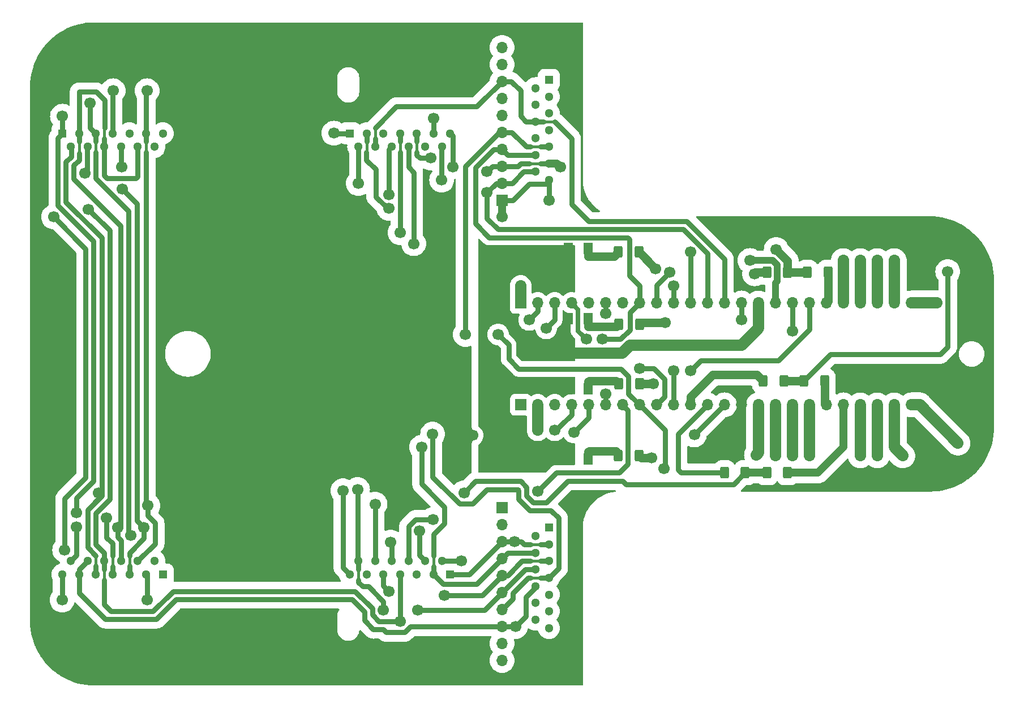
<source format=gbr>
%TF.GenerationSoftware,KiCad,Pcbnew,(6.99.0-5113-g34e134c5e5)*%
%TF.CreationDate,2023-01-06T12:30:30+01:00*%
%TF.ProjectId,kinesis_board,6b696e65-7369-4735-9f62-6f6172642e6b,2.0*%
%TF.SameCoordinates,Original*%
%TF.FileFunction,Copper,L2,Bot*%
%TF.FilePolarity,Positive*%
%FSLAX46Y46*%
G04 Gerber Fmt 4.6, Leading zero omitted, Abs format (unit mm)*
G04 Created by KiCad (PCBNEW (6.99.0-5113-g34e134c5e5)) date 2023-01-06 12:30:30*
%MOMM*%
%LPD*%
G01*
G04 APERTURE LIST*
G04 Aperture macros list*
%AMRoundRect*
0 Rectangle with rounded corners*
0 $1 Rounding radius*
0 $2 $3 $4 $5 $6 $7 $8 $9 X,Y pos of 4 corners*
0 Add a 4 corners polygon primitive as box body*
4,1,4,$2,$3,$4,$5,$6,$7,$8,$9,$2,$3,0*
0 Add four circle primitives for the rounded corners*
1,1,$1+$1,$2,$3*
1,1,$1+$1,$4,$5*
1,1,$1+$1,$6,$7*
1,1,$1+$1,$8,$9*
0 Add four rect primitives between the rounded corners*
20,1,$1+$1,$2,$3,$4,$5,0*
20,1,$1+$1,$4,$5,$6,$7,0*
20,1,$1+$1,$6,$7,$8,$9,0*
20,1,$1+$1,$8,$9,$2,$3,0*%
G04 Aperture macros list end*
%TA.AperFunction,ComponentPad*%
%ADD10R,1.300000X1.300000*%
%TD*%
%TA.AperFunction,ComponentPad*%
%ADD11C,1.300000*%
%TD*%
%TA.AperFunction,ComponentPad*%
%ADD12R,1.700000X1.700000*%
%TD*%
%TA.AperFunction,ComponentPad*%
%ADD13O,1.700000X1.700000*%
%TD*%
%TA.AperFunction,ComponentPad*%
%ADD14C,8.600000*%
%TD*%
%TA.AperFunction,SMDPad,CuDef*%
%ADD15RoundRect,0.250000X0.400000X0.625000X-0.400000X0.625000X-0.400000X-0.625000X0.400000X-0.625000X0*%
%TD*%
%TA.AperFunction,SMDPad,CuDef*%
%ADD16RoundRect,0.250001X0.462499X0.624999X-0.462499X0.624999X-0.462499X-0.624999X0.462499X-0.624999X0*%
%TD*%
%TA.AperFunction,ViaPad*%
%ADD17C,1.700000*%
%TD*%
%TA.AperFunction,Conductor*%
%ADD18C,1.700000*%
%TD*%
%TA.AperFunction,Conductor*%
%ADD19C,0.800000*%
%TD*%
%TA.AperFunction,Conductor*%
%ADD20C,0.400000*%
%TD*%
%TA.AperFunction,Conductor*%
%ADD21C,0.700000*%
%TD*%
%TA.AperFunction,Conductor*%
%ADD22C,1.200000*%
%TD*%
%TA.AperFunction,Conductor*%
%ADD23C,1.300000*%
%TD*%
%TA.AperFunction,Conductor*%
%ADD24C,1.000000*%
%TD*%
G04 APERTURE END LIST*
D10*
%TO.P,J9,1,Pin_1*%
%TO.N,/COL_0*%
X85352943Y-57809141D03*
D11*
%TO.P,J9,2,Pin_2*%
%TO.N,/ROW_ESC*%
X86602944Y-59809143D03*
%TO.P,J9,3,Pin_3*%
%TO.N,/ROW_F1*%
X87852944Y-57809142D03*
%TO.P,J9,4,Pin_4*%
%TO.N,/ROW_F2*%
X89102944Y-59809143D03*
%TO.P,J9,5,Pin_5*%
%TO.N,/COL_2*%
X90352944Y-57809142D03*
%TO.P,J9,6,Pin_6*%
%TO.N,/ROW_F1*%
X91602944Y-59809143D03*
%TO.P,J9,7,Pin_7*%
%TO.N,/ROW_F2*%
X92852944Y-57809142D03*
%TO.P,J9,8,Pin_8*%
%TO.N,/COL_1*%
X94102944Y-59809143D03*
%TO.P,J9,9,Pin_9*%
%TO.N,unconnected-(J9-Pin_9)*%
X95352944Y-57809142D03*
%TO.P,J9,10,Pin_10*%
%TO.N,/ROW_F1*%
X96602944Y-59809143D03*
%TO.P,J9,11,Pin_11*%
%TO.N,/ROW_F2*%
X97852944Y-57809142D03*
%TO.P,J9,12,Pin_12*%
%TO.N,unconnected-(J9-Pin_12)*%
X99102944Y-59809143D03*
%TO.P,J9,13,Pin_13*%
%TO.N,unconnected-(J9-Pin_13)*%
X100352944Y-57809142D03*
%TD*%
D10*
%TO.P,J1,1,Pin_1*%
%TO.N,unconnected-(J1-Pin_1)*%
X100352943Y-123809143D03*
D11*
%TO.P,J1,2,Pin_2*%
%TO.N,unconnected-(J1-Pin_2)*%
X99102944Y-121809143D03*
%TO.P,J1,3,Pin_3*%
%TO.N,/ROW_F1*%
X97852944Y-123809144D03*
%TO.P,J1,4,Pin_4*%
%TO.N,/ROW_F2*%
X96602944Y-121809143D03*
%TO.P,J1,5,Pin_5*%
%TO.N,/COL_4*%
X95352944Y-123809144D03*
%TO.P,J1,6,Pin_6*%
%TO.N,/ROW_F1*%
X94102944Y-121809143D03*
%TO.P,J1,7,Pin_7*%
%TO.N,/ROW_F2*%
X92852944Y-123809144D03*
%TO.P,J1,8,Pin_8*%
%TO.N,/COL_3*%
X91602944Y-121809143D03*
%TO.P,J1,9,Pin_9*%
%TO.N,/ROW_ESC*%
X90352944Y-123809144D03*
%TO.P,J1,10,Pin_10*%
%TO.N,/COL_5*%
X89102944Y-121809143D03*
%TO.P,J1,11,Pin_11*%
X87852944Y-123809144D03*
%TO.P,J1,12,Pin_12*%
%TO.N,/ROW_F2*%
X86602944Y-121809143D03*
%TO.P,J1,13,Pin_13*%
%TO.N,/ROW_F1*%
X85352944Y-123809144D03*
%TD*%
D12*
%TO.P,J8,1,Pin_1*%
%TO.N,GND*%
X153882943Y-83189142D03*
D13*
%TO.P,J8,2,Pin_2*%
%TO.N,/ROW_0*%
X156422943Y-83189142D03*
%TO.P,J8,3,Pin_3*%
%TO.N,/ROW_9*%
X158962943Y-83189142D03*
%TO.P,J8,4,Pin_4*%
%TO.N,/ROW_MIN*%
X161502943Y-83189142D03*
%TO.P,J8,5,Pin_5*%
%TO.N,/ROW_7*%
X164042943Y-83189142D03*
%TO.P,J8,6,Pin_6*%
%TO.N,/ROW_8*%
X166582943Y-83189142D03*
%TO.P,J8,7,Pin_7*%
%TO.N,/ROW_6*%
X169122943Y-83189142D03*
%TO.P,J8,8,Pin_8*%
%TO.N,/COL_6*%
X171662943Y-83189142D03*
%TO.P,J8,9,Pin_9*%
%TO.N,/ROW_4_JUMP0*%
X174202943Y-83189142D03*
%TO.P,J8,10,Pin_10*%
%TO.N,/ROW_EQL*%
X176742943Y-83189142D03*
%TO.P,J8,11,Pin_11*%
%TO.N,/ROW_1*%
X179282943Y-83189142D03*
%TO.P,J8,12,Pin_12*%
%TO.N,/ROW_2*%
X181822943Y-83189142D03*
%TO.P,J8,13,Pin_13*%
%TO.N,/ROW_3*%
X184362943Y-83189142D03*
%TO.P,J8,14,Pin_14*%
%TO.N,/LED_CAPS_LOCK*%
X186902943Y-83189142D03*
%TO.P,J8,15,Pin_15*%
%TO.N,+3V3*%
X189442943Y-83189142D03*
%TO.P,J8,16,Pin_16*%
%TO.N,/LED_KEYPAD*%
X191982943Y-83189142D03*
%TO.P,J8,17,Pin_17*%
%TO.N,/LED_SCROLL_LOCK*%
X194522943Y-83189142D03*
%TO.P,J8,18,Pin_18*%
%TO.N,/LED_NUM_LOCK*%
X197062943Y-83189142D03*
%TO.P,J8,19,Pin_19*%
%TO.N,/ROW_4_JUMP1*%
X199602943Y-83189142D03*
%TO.P,J8,20,Pin_20*%
%TO.N,Net-(J8-Pin_20)*%
X202142943Y-83189142D03*
%TO.P,J8,21,Pin_21*%
%TO.N,Net-(J8-Pin_21)*%
X204682943Y-83189142D03*
%TO.P,J8,22,Pin_22*%
%TO.N,Net-(J8-Pin_22)*%
X207222943Y-83189142D03*
%TO.P,J8,23,Pin_23*%
%TO.N,Net-(J8-Pin_23)*%
X209762943Y-83189142D03*
%TO.P,J8,24,Pin_24*%
%TO.N,Net-(J8-Pin_24)*%
X212302943Y-83189142D03*
%TD*%
D12*
%TO.P,J7,1,Pin_1*%
%TO.N,unconnected-(J7-Pin_1)*%
X153882943Y-98429142D03*
D13*
%TO.P,J7,2,Pin_2*%
%TO.N,GNDA*%
X156422943Y-98429142D03*
%TO.P,J7,3,Pin_3*%
%TO.N,unconnected-(J7-Pin_3)*%
X158962943Y-98429142D03*
%TO.P,J7,4,Pin_4*%
%TO.N,/ROW_F1*%
X161502943Y-98429142D03*
%TO.P,J7,5,Pin_5*%
%TO.N,/COL_4*%
X164042943Y-98429142D03*
%TO.P,J7,6,Pin_6*%
%TO.N,/ROW_F2*%
X166582943Y-98429142D03*
%TO.P,J7,7,Pin_7*%
%TO.N,/COL_3*%
X169122943Y-98429142D03*
%TO.P,J7,8,Pin_8*%
%TO.N,/COL_5*%
X171662943Y-98429142D03*
%TO.P,J7,9,Pin_9*%
%TO.N,/COL_0*%
X174202943Y-98429142D03*
%TO.P,J7,10,Pin_10*%
%TO.N,/ROW_ESC*%
X176742943Y-98429142D03*
%TO.P,J7,11,Pin_11*%
%TO.N,/ROW_5_JUMP0*%
X179282943Y-98429142D03*
%TO.P,J7,12,Pin_12*%
%TO.N,/COL_2_JUMP0*%
X181822943Y-98429142D03*
%TO.P,J7,13,Pin_13*%
%TO.N,/COL_1*%
X184362943Y-98429142D03*
%TO.P,J7,14,Pin_14*%
%TO.N,GND*%
X186902943Y-98429142D03*
%TO.P,J7,15,Pin_15*%
%TO.N,Net-(J7-Pin_15)*%
X189442943Y-98429142D03*
%TO.P,J7,16,Pin_16*%
%TO.N,Net-(J7-Pin_16)*%
X191982943Y-98429142D03*
%TO.P,J7,17,Pin_17*%
%TO.N,Net-(J7-Pin_17)*%
X194522943Y-98429142D03*
%TO.P,J7,18,Pin_18*%
%TO.N,Net-(J7-Pin_18)*%
X197062943Y-98429142D03*
%TO.P,J7,19,Pin_19*%
%TO.N,/ROW_5_JUMP1*%
X199602943Y-98429142D03*
%TO.P,J7,20,Pin_20*%
%TO.N,/COL_2_JUMP1*%
X202142943Y-98429142D03*
%TO.P,J7,21,Pin_21*%
%TO.N,Net-(J7-Pin_21)*%
X204682943Y-98429142D03*
%TO.P,J7,22,Pin_22*%
%TO.N,Net-(J7-Pin_22)*%
X207222943Y-98429142D03*
%TO.P,J7,23,Pin_23*%
%TO.N,Net-(J7-Pin_23)*%
X209762943Y-98429142D03*
%TO.P,J7,24,Pin_24*%
%TO.N,Net-(J7-Pin_24)*%
X212302943Y-98429142D03*
%TD*%
D12*
%TO.P,J5,1,Pin_1*%
%TO.N,/ROW_4*%
X151102943Y-67809142D03*
D13*
%TO.P,J5,2,Pin_2*%
%TO.N,/ROW_2*%
X151102943Y-65269142D03*
%TO.P,J5,3,Pin_3*%
%TO.N,/ROW_5*%
X151102943Y-62729142D03*
%TO.P,J5,4,Pin_4*%
%TO.N,/COL_6*%
X151102943Y-60189142D03*
%TO.P,J5,5,Pin_5*%
%TO.N,/COL_5*%
X151102943Y-57649142D03*
%TO.P,J5,6,Pin_6*%
%TO.N,unconnected-(J5-Pin_6)*%
X151102943Y-55109142D03*
%TO.P,J5,7,Pin_7*%
%TO.N,unconnected-(J5-Pin_7)*%
X151102943Y-52569142D03*
%TO.P,J5,8,Pin_8*%
%TO.N,/ROW_3*%
X151102943Y-50029142D03*
%TO.P,J5,9,Pin_9*%
%TO.N,unconnected-(J5-Pin_9)*%
X151102943Y-47489142D03*
%TO.P,J5,10,Pin_10*%
%TO.N,unconnected-(J5-Pin_10)*%
X151102943Y-44949142D03*
%TD*%
D10*
%TO.P,J3,1,Pin_1*%
%TO.N,unconnected-(J3-Pin_1)*%
X158102943Y-116809142D03*
D11*
%TO.P,J3,2,Pin_2*%
%TO.N,unconnected-(J3-Pin_2)*%
X156102943Y-118059143D03*
%TO.P,J3,3,Pin_3*%
%TO.N,/ROW_6*%
X158102944Y-119309143D03*
%TO.P,J3,4,Pin_4*%
%TO.N,/ROW_7*%
X156102943Y-120559143D03*
%TO.P,J3,5,Pin_5*%
%TO.N,/ROW_8*%
X158102944Y-121809143D03*
%TO.P,J3,6,Pin_6*%
%TO.N,/ROW_9*%
X156102943Y-123059143D03*
%TO.P,J3,7,Pin_7*%
%TO.N,/COL_6*%
X158102944Y-124309143D03*
%TO.P,J3,8,Pin_8*%
%TO.N,/COL_5*%
X156102943Y-125559143D03*
%TO.P,J3,9,Pin_9*%
%TO.N,unconnected-(J3-Pin_9)*%
X158102944Y-126809143D03*
%TO.P,J3,10,Pin_10*%
%TO.N,unconnected-(J3-Pin_10)*%
X156102943Y-128059143D03*
%TO.P,J3,11,Pin_11*%
%TO.N,unconnected-(J3-Pin_11)*%
X158102944Y-129309143D03*
%TO.P,J3,12,Pin_12*%
%TO.N,unconnected-(J3-Pin_12)*%
X156102943Y-130559143D03*
%TO.P,J3,13,Pin_13*%
%TO.N,unconnected-(J3-Pin_13)*%
X158102944Y-131809143D03*
%TD*%
D14*
%TO.P,H1,1,1*%
%TO.N,GND*%
X136102944Y-90809143D03*
%TD*%
D10*
%TO.P,J6,1,Pin_1*%
%TO.N,unconnected-(J6-Pin_1)*%
X158102943Y-49809142D03*
D11*
%TO.P,J6,2,Pin_2*%
%TO.N,unconnected-(J6-Pin_2)*%
X156102943Y-51059143D03*
%TO.P,J6,3,Pin_3*%
%TO.N,unconnected-(J6-Pin_3)*%
X158102944Y-52309143D03*
%TO.P,J6,4,Pin_4*%
%TO.N,unconnected-(J6-Pin_4)*%
X156102943Y-53559143D03*
%TO.P,J6,5,Pin_5*%
%TO.N,unconnected-(J6-Pin_5)*%
X158102944Y-54809143D03*
%TO.P,J6,6,Pin_6*%
%TO.N,/ROW_3*%
X156102943Y-56059143D03*
%TO.P,J6,7,Pin_7*%
%TO.N,unconnected-(J6-Pin_7)*%
X158102944Y-57309143D03*
%TO.P,J6,8,Pin_8*%
%TO.N,unconnected-(J6-Pin_8)*%
X156102943Y-58559143D03*
%TO.P,J6,9,Pin_9*%
%TO.N,/COL_5*%
X158102944Y-59809143D03*
%TO.P,J6,10,Pin_10*%
%TO.N,/COL_6*%
X156102943Y-61059143D03*
%TO.P,J6,11,Pin_11*%
%TO.N,/ROW_5*%
X158102944Y-62309143D03*
%TO.P,J6,12,Pin_12*%
%TO.N,/ROW_2*%
X156102943Y-63559143D03*
%TO.P,J6,13,Pin_13*%
%TO.N,/ROW_4*%
X158102944Y-64809143D03*
%TD*%
D10*
%TO.P,J2,1,Pin_1*%
%TO.N,/ROW_6*%
X143352943Y-123809143D03*
D11*
%TO.P,J2,2,Pin_2*%
%TO.N,/ROW_8*%
X142102944Y-121809143D03*
%TO.P,J2,3,Pin_3*%
%TO.N,/ROW_7*%
X140852944Y-123809144D03*
%TO.P,J2,4,Pin_4*%
%TO.N,/COL_4*%
X139602944Y-121809143D03*
%TO.P,J2,5,Pin_5*%
%TO.N,unconnected-(J2-Pin_5)*%
X138352944Y-123809144D03*
%TO.P,J2,6,Pin_6*%
%TO.N,/ROW_MIN*%
X137102944Y-121809143D03*
%TO.P,J2,7,Pin_7*%
%TO.N,/COL_3*%
X135852944Y-123809144D03*
%TO.P,J2,8,Pin_8*%
%TO.N,/COL_2*%
X134602944Y-121809143D03*
%TO.P,J2,9,Pin_9*%
%TO.N,/COL_1*%
X133352944Y-123809144D03*
%TO.P,J2,10,Pin_10*%
%TO.N,/COL_0*%
X132102944Y-121809143D03*
%TO.P,J2,11,Pin_11*%
%TO.N,unconnected-(J2-Pin_11)*%
X130852944Y-123809144D03*
%TO.P,J2,12,Pin_12*%
%TO.N,/ROW_9*%
X129602944Y-121809143D03*
%TO.P,J2,13,Pin_13*%
%TO.N,/ROW_0*%
X128352944Y-123809144D03*
%TD*%
D12*
%TO.P,J4,1,Pin_1*%
%TO.N,unconnected-(J4-Pin_1)*%
X151102943Y-113809142D03*
D13*
%TO.P,J4,2,Pin_2*%
%TO.N,unconnected-(J4-Pin_2)*%
X151102943Y-116349142D03*
%TO.P,J4,3,Pin_3*%
%TO.N,/ROW_6*%
X151102943Y-118889142D03*
%TO.P,J4,4,Pin_4*%
%TO.N,/ROW_7*%
X151102943Y-121429142D03*
%TO.P,J4,5,Pin_5*%
%TO.N,/ROW_8*%
X151102943Y-123969142D03*
%TO.P,J4,6,Pin_6*%
%TO.N,/ROW_9*%
X151102943Y-126509142D03*
%TO.P,J4,7,Pin_7*%
%TO.N,/COL_6*%
X151102943Y-129049142D03*
%TO.P,J4,8,Pin_8*%
%TO.N,/COL_5*%
X151102943Y-131589142D03*
%TO.P,J4,9,Pin_9*%
%TO.N,unconnected-(J4-Pin_9)*%
X151102943Y-134129142D03*
%TO.P,J4,10,Pin_10*%
%TO.N,unconnected-(J4-Pin_10)*%
X151102943Y-136669142D03*
%TD*%
D10*
%TO.P,J10,1,Pin_1*%
%TO.N,/COL_0*%
X128352943Y-57809141D03*
D11*
%TO.P,J10,2,Pin_2*%
%TO.N,/ROW_5*%
X129602944Y-59809143D03*
%TO.P,J10,3,Pin_3*%
%TO.N,/ROW_4*%
X130852944Y-57809142D03*
%TO.P,J10,4,Pin_4*%
%TO.N,/ROW_3*%
X132102944Y-59809143D03*
%TO.P,J10,5,Pin_5*%
%TO.N,unconnected-(J10-Pin_5)*%
X133352944Y-57809142D03*
%TO.P,J10,6,Pin_6*%
%TO.N,/ROW_2*%
X134602944Y-59809143D03*
%TO.P,J10,7,Pin_7*%
%TO.N,/ROW_1*%
X135852944Y-57809142D03*
%TO.P,J10,8,Pin_8*%
%TO.N,/ROW_EQL*%
X137102944Y-59809143D03*
%TO.P,J10,9,Pin_9*%
%TO.N,/COL_1*%
X138352944Y-57809142D03*
%TO.P,J10,10,Pin_10*%
%TO.N,unconnected-(J10-Pin_10)*%
X139602944Y-59809143D03*
%TO.P,J10,11,Pin_11*%
%TO.N,/COL_2*%
X140852944Y-57809142D03*
%TO.P,J10,12,Pin_12*%
%TO.N,/COL_3*%
X142102944Y-59809143D03*
%TO.P,J10,13,Pin_13*%
%TO.N,/COL_4*%
X143352944Y-57809142D03*
%TD*%
D15*
%TO.P,R2,1*%
%TO.N,/LED_SCROLL_LOCK*%
X171662944Y-86364143D03*
%TO.P,R2,2*%
%TO.N,Net-(LED2-K)*%
X168562944Y-86364143D03*
%TD*%
%TO.P,R5,1*%
%TO.N,/ROW_4_JUMP1*%
X199856944Y-78617143D03*
%TO.P,R5,2*%
%TO.N,/ROW_4*%
X196756944Y-78617143D03*
%TD*%
%TO.P,R3,1*%
%TO.N,/LED_NUM_LOCK*%
X171662944Y-95254143D03*
%TO.P,R3,2*%
%TO.N,Net-(LED3-K)*%
X168562944Y-95254143D03*
%TD*%
%TO.P,R1,1*%
%TO.N,/LED_KEYPAD*%
X171587944Y-75569143D03*
%TO.P,R1,2*%
%TO.N,Net-(LED1-K)*%
X168487944Y-75569143D03*
%TD*%
%TO.P,R9,1*%
%TO.N,/COL_2_JUMP1*%
X193812944Y-108589143D03*
%TO.P,R9,2*%
%TO.N,/COL_2*%
X190712944Y-108589143D03*
%TD*%
D16*
%TO.P,LED4,1,K*%
%TO.N,Net-(LED4-K)*%
X163990444Y-106559143D03*
%TO.P,LED4,2,A*%
%TO.N,+3V3*%
X161015444Y-106559143D03*
%TD*%
%TO.P,LED3,1,K*%
%TO.N,Net-(LED3-K)*%
X163990444Y-96059143D03*
%TO.P,LED3,2,A*%
%TO.N,+3V3*%
X161015444Y-96059143D03*
%TD*%
D15*
%TO.P,R8,1*%
%TO.N,/ROW_5*%
X193252944Y-94873143D03*
%TO.P,R8,2*%
%TO.N,/ROW_5_JUMP0*%
X190152944Y-94873143D03*
%TD*%
%TO.P,R10,1*%
%TO.N,/COL_2*%
X187462944Y-108589143D03*
%TO.P,R10,2*%
%TO.N,/COL_2_JUMP0*%
X184362944Y-108589143D03*
%TD*%
D16*
%TO.P,LED1,1,K*%
%TO.N,Net-(LED1-K)*%
X163990444Y-75059143D03*
%TO.P,LED1,2,A*%
%TO.N,+3V3*%
X161015444Y-75059143D03*
%TD*%
D15*
%TO.P,R4,1*%
%TO.N,/LED_CAPS_LOCK*%
X171587944Y-106049143D03*
%TO.P,R4,2*%
%TO.N,Net-(LED4-K)*%
X168487944Y-106049143D03*
%TD*%
%TO.P,R7,1*%
%TO.N,/ROW_5_JUMP1*%
X199348944Y-94873143D03*
%TO.P,R7,2*%
%TO.N,/ROW_5*%
X196248944Y-94873143D03*
%TD*%
%TO.P,R6,1*%
%TO.N,/ROW_4*%
X193812944Y-78617143D03*
%TO.P,R6,2*%
%TO.N,/ROW_4_JUMP0*%
X190712944Y-78617143D03*
%TD*%
D16*
%TO.P,LED2,1,K*%
%TO.N,Net-(LED2-K)*%
X163990444Y-85559143D03*
%TO.P,LED2,2,A*%
%TO.N,+3V3*%
X161015444Y-85559143D03*
%TD*%
D17*
%TO.N,GNDA*%
X156422944Y-102239143D03*
%TO.N,GND*%
X146674655Y-102996116D03*
X202142944Y-94619143D03*
X153882944Y-80649143D03*
X185102944Y-105559143D03*
%TO.N,/ROW_F1*%
X85302944Y-127639143D03*
X98002944Y-127639143D03*
X93611944Y-116809143D03*
X158962944Y-102239143D03*
%TO.N,/ROW_F2*%
X98002944Y-51439143D03*
X92922944Y-51439143D03*
X166582944Y-96809143D03*
X88703444Y-63789643D03*
X91962444Y-115309143D03*
X98111444Y-113509643D03*
X87463444Y-116659643D03*
%TO.N,/COL_4*%
X138752444Y-117298083D03*
X94318134Y-66168643D03*
X97552944Y-116809143D03*
X161819745Y-102555945D03*
X143722944Y-62809143D03*
%TO.N,/COL_3*%
X142072944Y-64809143D03*
X89249572Y-69162516D03*
X135852944Y-130809143D03*
X156422944Y-111368643D03*
%TO.N,/ROW_ESC*%
X176742944Y-93349143D03*
X90752444Y-111633844D03*
%TO.N,/COL_5*%
X150513009Y-87889643D03*
X153102944Y-131589143D03*
X145602944Y-87889643D03*
X175352944Y-108009777D03*
%TO.N,/ROW_6*%
X153003443Y-118889143D03*
%TO.N,/ROW_8*%
X166582944Y-84809143D03*
X144992944Y-121809143D03*
X142452944Y-126908644D03*
%TO.N,/ROW_7*%
X139065888Y-104772087D03*
%TO.N,/ROW_MIN*%
X140753995Y-115575345D03*
X163712742Y-88601446D03*
%TO.N,/COL_2*%
X134404504Y-118947583D03*
X140852944Y-55579143D03*
X89502444Y-53258917D03*
X95588431Y-117990910D03*
X145403444Y-111585303D03*
%TO.N,/COL_1*%
X84032944Y-70309143D03*
X140423444Y-61522293D03*
X85682444Y-120147583D03*
X179852944Y-102928643D03*
X134203444Y-126369143D03*
X94192944Y-62869143D03*
%TO.N,/COL_0*%
X85352944Y-55249143D03*
X171662944Y-92991669D03*
X132097151Y-113279783D03*
X87463444Y-114560140D03*
X125942944Y-57789143D03*
%TO.N,/ROW_9*%
X138453444Y-129159643D03*
X129484734Y-111094606D03*
X133352944Y-129159643D03*
X157692944Y-86999143D03*
%TO.N,/ROW_0*%
X127303033Y-111274980D03*
X155152944Y-85729143D03*
%TO.N,/COL_6*%
X140715388Y-102809143D03*
X166102944Y-88608643D03*
%TO.N,/ROW_4*%
X158102944Y-67809143D03*
X134203444Y-69058146D03*
X192107858Y-75169197D03*
X151102944Y-70249143D03*
%TO.N,/ROW_2*%
X134203444Y-66958643D03*
X148830972Y-66679143D03*
%TO.N,/ROW_5*%
X159853444Y-62869143D03*
X217762944Y-78499143D03*
X129602944Y-65308643D03*
X148827694Y-63533893D03*
%TO.N,/ROW_4_JUMP0*%
X176132944Y-78617143D03*
X188859976Y-78823052D03*
%TO.N,/ROW_EQL*%
X137883389Y-74318200D03*
X176742944Y-80649143D03*
%TO.N,/ROW_1*%
X179282944Y-75569143D03*
X135852944Y-72668700D03*
%TO.N,/LED_CAPS_LOCK*%
X186902944Y-85729143D03*
X173486310Y-106359777D03*
%TO.N,/LED_KEYPAD*%
X188172944Y-76839143D03*
X174077182Y-78057316D03*
%TO.N,/LED_SCROLL_LOCK*%
X194522944Y-87378643D03*
X175472944Y-86092669D03*
%TO.N,/LED_NUM_LOCK*%
X173743924Y-95254143D03*
X179282944Y-93349143D03*
%TO.N,Net-(J7-Pin_21)*%
X204682944Y-106049143D03*
%TO.N,Net-(J7-Pin_22)*%
X207222944Y-106049143D03*
%TO.N,Net-(J7-Pin_23)*%
X211032944Y-106049143D03*
%TO.N,Net-(J7-Pin_24)*%
X219287944Y-104144143D03*
%TO.N,Net-(J8-Pin_21)*%
X204682944Y-76839143D03*
%TO.N,Net-(J8-Pin_22)*%
X207222944Y-76839143D03*
%TO.N,Net-(J8-Pin_23)*%
X209762944Y-76839143D03*
%TO.N,Net-(J8-Pin_24)*%
X216112944Y-83189143D03*
%TO.N,Net-(J7-Pin_18)*%
X197062944Y-106049143D03*
%TO.N,Net-(J7-Pin_17)*%
X194522944Y-106049143D03*
%TO.N,Net-(J7-Pin_16)*%
X191982944Y-106049143D03*
%TO.N,Net-(J7-Pin_15)*%
X189152168Y-105910777D03*
%TO.N,Net-(J8-Pin_20)*%
X202142944Y-76839143D03*
%TD*%
D18*
%TO.N,GNDA*%
X156422944Y-98429143D02*
X156422944Y-102239143D01*
D19*
%TO.N,GND*%
X185104011Y-104587576D02*
X186902944Y-102788643D01*
D18*
X153882944Y-83189143D02*
X153882944Y-80649143D01*
D19*
X185104011Y-106148934D02*
X185104011Y-104587576D01*
X186902944Y-102788643D02*
X186902944Y-98429143D01*
%TO.N,/ROW_F1*%
X93611944Y-118216975D02*
X94102944Y-118707975D01*
X159167404Y-102239143D02*
X159850174Y-101556373D01*
X94102944Y-118707975D02*
X94102944Y-121809143D01*
X94061944Y-71641435D02*
X87053444Y-64632935D01*
X161502944Y-99903603D02*
X161502944Y-98429143D01*
X87842944Y-51609417D02*
X90403218Y-51609417D01*
X91652944Y-52859143D02*
X91652944Y-56958532D01*
X97852944Y-123809144D02*
X98002944Y-123959144D01*
X93611944Y-116809143D02*
X94061944Y-116359143D01*
D20*
X87852944Y-60809143D02*
X87852944Y-59059143D01*
D19*
X87852944Y-57809142D02*
X87852944Y-59059143D01*
X97852944Y-123809144D02*
X97852944Y-123979143D01*
X159850174Y-101556373D02*
X161502944Y-99903603D01*
X87053444Y-62608643D02*
X87852944Y-61809143D01*
X98002944Y-123959144D02*
X98002944Y-127639143D01*
X87852944Y-51619417D02*
X87842944Y-51609417D01*
X96352944Y-64519143D02*
X96602944Y-64269143D01*
X87852944Y-57809142D02*
X87852944Y-51619417D01*
D20*
X91602944Y-58609752D02*
X91602944Y-57008532D01*
D19*
X85302944Y-123859144D02*
X85352944Y-123809144D01*
X92032944Y-64519143D02*
X96352944Y-64519143D01*
X87053444Y-64632935D02*
X87053444Y-62608643D01*
X91602944Y-64089143D02*
X92032944Y-64519143D01*
X87852944Y-61809143D02*
X87852944Y-60809143D01*
X91602944Y-59809143D02*
X91602944Y-58609752D01*
X94061944Y-116359143D02*
X94061944Y-71641435D01*
X85272943Y-123809144D02*
X85352944Y-123809144D01*
X158962944Y-102239143D02*
X159167404Y-102239143D01*
X93611944Y-116809143D02*
X93611944Y-118216975D01*
X96602944Y-64269143D02*
X96602944Y-59809143D01*
X85302944Y-127639143D02*
X85302944Y-123859144D01*
X91602944Y-59809143D02*
X91602944Y-64089143D01*
X90403218Y-51609417D02*
X91652944Y-52859143D01*
%TO.N,/ROW_F2*%
X92852944Y-123809144D02*
X92852944Y-122629143D01*
X91962444Y-118264531D02*
X92852944Y-119155031D01*
X88703444Y-63789643D02*
X89052944Y-63440143D01*
X92852944Y-119155031D02*
X92852944Y-121008533D01*
X98002944Y-51439143D02*
X97852944Y-51589143D01*
X97852944Y-113251143D02*
X97852944Y-61599143D01*
X98111444Y-115034190D02*
X99202944Y-116125690D01*
X89052944Y-63440143D02*
X89052944Y-59859143D01*
X97852944Y-61599143D02*
X97852944Y-60609753D01*
X97852944Y-57809142D02*
X97852944Y-59059143D01*
X92922944Y-51439143D02*
X92852944Y-51509143D01*
X98111444Y-113509643D02*
X97852944Y-113251143D01*
X89052944Y-59859143D02*
X89102944Y-59809143D01*
D20*
X92852944Y-122629143D02*
X92852944Y-121309143D01*
D19*
X91962444Y-115309143D02*
X91962444Y-118264531D01*
X98111444Y-113509643D02*
X98111444Y-115034190D01*
D20*
X97852944Y-60609753D02*
X97852944Y-59059143D01*
D19*
X99202944Y-116125690D02*
X99202944Y-119209143D01*
X92852944Y-51509143D02*
X92852944Y-57809142D01*
X99202944Y-119209143D02*
X96602944Y-121809143D01*
X166582944Y-98429143D02*
X166582944Y-96809143D01*
X87463444Y-116659643D02*
X87463444Y-120948643D01*
X97852944Y-51589143D02*
X97852944Y-57809142D01*
X87463444Y-120948643D02*
X86602944Y-121809143D01*
D20*
%TO.N,/COL_4*%
X95352944Y-122559143D02*
X95352944Y-121008533D01*
D19*
X164042944Y-100332746D02*
X164042944Y-98429143D01*
X97552944Y-118359143D02*
X95352944Y-120559143D01*
X138752444Y-117298083D02*
X138752444Y-120958643D01*
X143722944Y-58179142D02*
X143352944Y-57809142D01*
X96461944Y-115718143D02*
X97552944Y-116809143D01*
X161819745Y-102555945D02*
X164042944Y-100332746D01*
X138752444Y-120958643D02*
X139602944Y-121809143D01*
X97552944Y-116809143D02*
X97552944Y-118359143D01*
X96461944Y-68312453D02*
X96461944Y-115718143D01*
X94318134Y-66168643D02*
X96461944Y-68312453D01*
X95352944Y-123809144D02*
X95352944Y-122559143D01*
X143722944Y-62809143D02*
X143722944Y-58179142D01*
X95352944Y-120559143D02*
X95352944Y-121008533D01*
%TO.N,/COL_3*%
X169122944Y-98429143D02*
X169937944Y-99244143D01*
X142072944Y-64809143D02*
X142072944Y-59839143D01*
X159202444Y-108589143D02*
X156422944Y-111368643D01*
X92412444Y-112525690D02*
X92412444Y-72325388D01*
X92582944Y-129289143D02*
X98892944Y-129289143D01*
X91602944Y-124609754D02*
X91602944Y-128309143D01*
X131702944Y-128880716D02*
X131702944Y-129843096D01*
X169937944Y-107319143D02*
X168667944Y-108589143D01*
X169937944Y-99244143D02*
X169937944Y-107319143D01*
X142072944Y-59839143D02*
X142102944Y-59809143D01*
X132668991Y-130809143D02*
X135852944Y-130809143D01*
X98892944Y-129289143D02*
X101872944Y-126309143D01*
X135852944Y-123809144D02*
X135852944Y-130809143D01*
X90312944Y-119271477D02*
X90312944Y-114625190D01*
X91602944Y-120561477D02*
X90312944Y-119271477D01*
X91602944Y-121809143D02*
X91602944Y-123008534D01*
X129131371Y-126309143D02*
X131702944Y-128880716D01*
X91602944Y-128309143D02*
X92582944Y-129289143D01*
X131702944Y-129843096D02*
X132668991Y-130809143D01*
X101872944Y-126309143D02*
X129131371Y-126309143D01*
X92412444Y-72325388D02*
X89249572Y-69162516D01*
D20*
X91602944Y-123309143D02*
X91602944Y-125099143D01*
D19*
X91602944Y-121809143D02*
X91602944Y-120561477D01*
X168667944Y-108589143D02*
X159202444Y-108589143D01*
X90312944Y-114625190D02*
X92412444Y-112525690D01*
%TO.N,/ROW_ESC*%
X91212444Y-108309143D02*
X91212444Y-112028634D01*
X176742944Y-93349143D02*
X176742944Y-98429143D01*
X90752444Y-112488633D02*
X90752444Y-111633844D01*
X89112944Y-119768533D02*
X89112944Y-114128134D01*
X85853444Y-62111587D02*
X86652944Y-61312087D01*
X86652944Y-59859143D02*
X86602944Y-59809143D01*
X89112944Y-114128134D02*
X91212444Y-112028634D01*
X90352944Y-123809144D02*
X90352944Y-122559143D01*
X89112944Y-114128134D02*
X90752444Y-112488633D01*
X90752444Y-111633844D02*
X91212444Y-111173844D01*
X85853444Y-68099134D02*
X85853444Y-62111587D01*
X86652944Y-61312087D02*
X86652944Y-59859143D01*
X91212444Y-108309143D02*
X91212444Y-73458134D01*
X91212444Y-73458134D02*
X85853444Y-68099134D01*
X90352944Y-121008533D02*
X89112944Y-119768533D01*
X91212444Y-111173844D02*
X91212444Y-108309143D01*
D20*
X90352944Y-122559143D02*
X90352944Y-121008533D01*
D19*
%TO.N,/COL_5*%
X102370000Y-127509143D02*
X99390000Y-130489143D01*
D20*
X155302333Y-59809143D02*
X156903553Y-59809143D01*
D19*
X154706447Y-59809143D02*
X155302333Y-59809143D01*
X153102944Y-131589143D02*
X151102944Y-131589143D01*
X152081571Y-91547770D02*
X153598944Y-93065143D01*
X145602944Y-87889643D02*
X145602944Y-62728134D01*
X99390000Y-130489143D02*
X91782944Y-130489143D01*
X170012944Y-96779143D02*
X171662944Y-98429143D01*
X87852944Y-123809144D02*
X87852944Y-123059143D01*
X151102944Y-131589143D02*
X137406397Y-131589143D01*
X88732944Y-122179143D02*
X87852944Y-123059143D01*
X87852944Y-123059143D02*
X89102944Y-121809143D01*
X145602944Y-62728134D02*
X150681935Y-57649143D01*
X150513009Y-87889643D02*
X152081571Y-89458205D01*
X154652943Y-127196200D02*
X154652943Y-130039144D01*
X91782944Y-130489143D02*
X87852944Y-126559143D01*
X168899422Y-93065143D02*
X170012944Y-94178665D01*
X158102944Y-59809143D02*
X156903553Y-59809143D01*
X136536397Y-132459143D02*
X133752944Y-132459143D01*
X128634315Y-127509143D02*
X102370000Y-127509143D01*
X156102943Y-125746200D02*
X154652943Y-127196200D01*
X175452944Y-102219143D02*
X171662944Y-98429143D01*
X150681935Y-57649143D02*
X151102944Y-57649143D01*
X156102943Y-125559143D02*
X156102943Y-125746200D01*
X133302944Y-132009143D02*
X131821435Y-132009143D01*
X133752944Y-132459143D02*
X133302944Y-132009143D01*
X154652943Y-130039144D02*
X153102944Y-131589143D01*
X131821435Y-132009143D02*
X130502944Y-130690652D01*
X175452944Y-107909777D02*
X175452944Y-102219143D01*
X137406397Y-131589143D02*
X136536397Y-132459143D01*
X152546447Y-57649143D02*
X154706447Y-59809143D01*
X152081571Y-89458205D02*
X152081571Y-91547770D01*
X130502944Y-130690652D02*
X130502944Y-129377772D01*
X151102944Y-57649143D02*
X152546447Y-57649143D01*
X175352944Y-108009777D02*
X175452944Y-107909777D01*
X87852944Y-126559143D02*
X87852944Y-123809144D01*
X153598944Y-93065143D02*
X168899422Y-93065143D01*
X130502944Y-129377772D02*
X128634315Y-127509143D01*
X170012944Y-94178665D02*
X170012944Y-96779143D01*
%TO.N,/ROW_6*%
X158102944Y-119309143D02*
X156903553Y-119309143D01*
D20*
X154442944Y-119309143D02*
X153882944Y-118749143D01*
D19*
X151102944Y-118889143D02*
X153003443Y-118889143D01*
X154022944Y-118889143D02*
X154442944Y-119309143D01*
X154442944Y-119309143D02*
X155302333Y-119309143D01*
D20*
X156602944Y-119309143D02*
X155302333Y-119309143D01*
D19*
X143352944Y-123809144D02*
X146182943Y-123809144D01*
X153003443Y-118889143D02*
X154022944Y-118889143D01*
X146182943Y-123809144D02*
X151102944Y-118889143D01*
%TO.N,/ROW_8*%
X148163443Y-126908644D02*
X151102944Y-123969143D01*
X154105888Y-121809143D02*
X155302333Y-121809143D01*
X151945888Y-123969143D02*
X154105888Y-121809143D01*
X158102944Y-121809143D02*
X156903553Y-121809143D01*
X142452944Y-126908644D02*
X148163443Y-126908644D01*
D20*
X156602944Y-121809143D02*
X155585176Y-121809143D01*
D19*
X166582944Y-83189143D02*
X166582944Y-84809143D01*
X144992944Y-121809143D02*
X142102944Y-121809143D01*
X151102944Y-123969143D02*
X151945888Y-123969143D01*
%TO.N,/ROW_7*%
X151972944Y-120559143D02*
X156102943Y-120559143D01*
X139065888Y-104772087D02*
X139065888Y-110272087D01*
X147272943Y-125259144D02*
X151102944Y-121429143D01*
X142302944Y-125259144D02*
X147272943Y-125259144D01*
D20*
X140852944Y-122309143D02*
X140852944Y-121309143D01*
D19*
X140852944Y-123809144D02*
X140852944Y-122609753D01*
X151102944Y-121429143D02*
X151972944Y-120559143D01*
X142491168Y-116170919D02*
X140852944Y-117809143D01*
X140852944Y-117809143D02*
X140852944Y-121008533D01*
X140852944Y-123809144D02*
X142302944Y-125259144D01*
X142491168Y-113697367D02*
X142491168Y-116170919D01*
X139065888Y-110272087D02*
X142491168Y-113697367D01*
D21*
%TO.N,/ROW_MIN*%
X162477944Y-84164143D02*
X161502944Y-83189143D01*
X162477944Y-87366648D02*
X162477944Y-84164143D01*
D19*
X138141729Y-115575345D02*
X137102944Y-116614130D01*
D21*
X163712742Y-88601446D02*
X162477944Y-87366648D01*
D19*
X137102944Y-116614130D02*
X137102944Y-121809143D01*
X140753995Y-115575345D02*
X138141729Y-115575345D01*
%TO.N,/COL_2*%
X89502444Y-53258917D02*
X89502444Y-56958642D01*
X154772944Y-112052096D02*
X155739491Y-113018643D01*
X169165000Y-109789143D02*
X169685000Y-110309143D01*
X90352944Y-64559143D02*
X90352944Y-60609753D01*
X157692944Y-113018643D02*
X160922444Y-109789143D01*
X160922444Y-109789143D02*
X169165000Y-109789143D01*
X145403444Y-111585303D02*
X147129604Y-109859143D01*
X147129604Y-109859143D02*
X153882944Y-109859143D01*
X155739491Y-113018643D02*
X157692944Y-113018643D01*
D22*
X190712944Y-108589143D02*
X187462944Y-108589143D01*
D19*
X95261944Y-117664423D02*
X95261944Y-69445199D01*
X185742944Y-110309143D02*
X187462944Y-108589143D01*
X89502444Y-56958642D02*
X90352944Y-57809142D01*
D20*
X90352944Y-60609753D02*
X90352944Y-59309143D01*
D19*
X169685000Y-110309143D02*
X185742944Y-110309143D01*
X134602944Y-121809143D02*
X134602944Y-119146023D01*
X140852944Y-55579143D02*
X140852944Y-57809142D01*
X153882944Y-109859143D02*
X154772944Y-110749143D01*
X90352944Y-57809142D02*
X90352944Y-59008533D01*
X90352944Y-64536199D02*
X90352944Y-60609753D01*
X95261944Y-69445199D02*
X90352944Y-64536199D01*
X95588431Y-117990910D02*
X95261944Y-117664423D01*
X134602944Y-119146023D02*
X134404504Y-118947583D01*
X154772944Y-110749143D02*
X154772944Y-112052096D01*
%TO.N,/COL_1*%
X184352444Y-98429143D02*
X184362944Y-98429143D01*
X140423444Y-61522293D02*
X138816094Y-61522293D01*
X138816094Y-61522293D02*
X138352944Y-61059143D01*
X138352944Y-57809142D02*
X138352944Y-59008533D01*
X138352944Y-61059143D02*
X138352944Y-60609753D01*
X88812444Y-109312087D02*
X88812444Y-75088643D01*
X94102944Y-62779143D02*
X94192944Y-62869143D01*
X94102944Y-59809143D02*
X94102944Y-62779143D01*
X85682444Y-120147583D02*
X85682444Y-112442087D01*
X179852944Y-102928643D02*
X184352444Y-98429143D01*
X88812444Y-75088643D02*
X84032944Y-70309143D01*
D20*
X138352944Y-60609753D02*
X138352944Y-59008533D01*
D19*
X133352944Y-123809144D02*
X133352944Y-125518643D01*
X133352944Y-125518643D02*
X134203444Y-126369143D01*
X85682444Y-112442087D02*
X88812444Y-109312087D01*
%TO.N,/COL_0*%
X90012444Y-109809143D02*
X90012444Y-73955190D01*
X132102944Y-113285576D02*
X132102944Y-121809143D01*
X125962943Y-57809142D02*
X125942944Y-57789143D01*
X84653444Y-68596190D02*
X84653444Y-58508642D01*
X175393924Y-94570690D02*
X175393924Y-97238163D01*
X128352944Y-57809142D02*
X125962943Y-57809142D01*
X173814903Y-92991669D02*
X175393924Y-94570690D01*
X171662944Y-92991669D02*
X173814903Y-92991669D01*
X132097151Y-113279783D02*
X132102944Y-113285576D01*
X84653444Y-58508642D02*
X85352944Y-57809142D01*
X90012444Y-73955190D02*
X84653444Y-68596190D01*
X87463444Y-114560140D02*
X87463444Y-112358143D01*
X87463444Y-112358143D02*
X90012444Y-109809143D01*
X175393924Y-97238163D02*
X174202944Y-98429143D01*
X85352944Y-55249143D02*
X85352944Y-57809142D01*
%TO.N,/ROW_9*%
X131109991Y-125609143D02*
X130262944Y-125609143D01*
X130262944Y-125609143D02*
X129602944Y-124949143D01*
D20*
X129602944Y-124609754D02*
X129602944Y-123309143D01*
D19*
X133352944Y-129159643D02*
X133352944Y-127852096D01*
X129484734Y-121690933D02*
X129602944Y-121809143D01*
X129602944Y-124949143D02*
X129602944Y-124609754D01*
X158962944Y-83189143D02*
X158962944Y-85729143D01*
X129484734Y-111094606D02*
X129484734Y-121690933D01*
X151102944Y-126509143D02*
X154552944Y-123059143D01*
X129602944Y-121809143D02*
X129602944Y-123008534D01*
X154552944Y-123059143D02*
X156102943Y-123059143D01*
X148452444Y-129159643D02*
X151102944Y-126509143D01*
X138453444Y-129159643D02*
X148452444Y-129159643D01*
X133352944Y-127852096D02*
X131109991Y-125609143D01*
X158962944Y-85729143D02*
X157692944Y-86999143D01*
%TO.N,/ROW_0*%
X156422944Y-84459143D02*
X155152944Y-85729143D01*
X127303033Y-122759233D02*
X128352944Y-123809144D01*
X127303033Y-111274980D02*
X127303033Y-122759233D01*
X156422944Y-83189143D02*
X156422944Y-84459143D01*
%TO.N,/COL_6*%
X155242435Y-114218643D02*
X158412444Y-114218643D01*
X153572944Y-111246199D02*
X153572944Y-112549152D01*
X158412444Y-114218643D02*
X159552944Y-115359143D01*
X171662944Y-83189143D02*
X171662944Y-80649143D01*
X156102943Y-61059143D02*
X151972944Y-61059143D01*
X140715388Y-102809143D02*
X140715388Y-109230700D01*
X144719991Y-113235303D02*
X146696784Y-113235303D01*
X159552944Y-115359143D02*
X159552944Y-122859143D01*
X152752944Y-127399143D02*
X152752944Y-126556199D01*
X153455888Y-111129143D02*
X153572944Y-111246199D01*
X149157944Y-73384143D02*
X147102944Y-71329143D01*
X146696784Y-113235303D02*
X148802944Y-111129143D01*
X151102944Y-129049143D02*
X152752944Y-127399143D01*
X159552944Y-122859143D02*
X158102944Y-124309143D01*
X170212944Y-84639143D02*
X171662944Y-83189143D01*
X170137944Y-79124143D02*
X170137944Y-73639143D01*
X153572944Y-112549152D02*
X155242435Y-114218643D01*
X170212944Y-87224067D02*
X170212944Y-84639143D01*
X171662944Y-80649143D02*
X170137944Y-79124143D01*
D20*
X156602944Y-124309143D02*
X155585176Y-124309143D01*
D19*
X170137944Y-73639143D02*
X169882944Y-73384143D01*
X169882944Y-73384143D02*
X149157944Y-73384143D01*
X152752944Y-126556199D02*
X155000000Y-124309143D01*
X149838991Y-60189143D02*
X151102944Y-60189143D01*
X168828368Y-88608643D02*
X170212944Y-87224067D01*
X148802944Y-111129143D02*
X153455888Y-111129143D01*
X155000000Y-124309143D02*
X155302333Y-124309143D01*
X147102944Y-62925190D02*
X149838991Y-60189143D01*
X140715388Y-109230700D02*
X144719991Y-113235303D01*
X151972944Y-61059143D02*
X151102944Y-60189143D01*
X166102944Y-88608643D02*
X168828368Y-88608643D01*
X158102944Y-124309143D02*
X156903553Y-124309143D01*
X147102944Y-71329143D02*
X147102944Y-62925190D01*
D23*
%TO.N,/ROW_4*%
X196756944Y-78617143D02*
X193812944Y-78617143D01*
X193812944Y-76874283D02*
X192107858Y-75169197D01*
D19*
X132202944Y-67291596D02*
X132202944Y-63209143D01*
X134203444Y-69058146D02*
X133969494Y-69058146D01*
X158102944Y-65309143D02*
X158102944Y-64809143D01*
X158102944Y-67809143D02*
X158102944Y-65309143D01*
X130802944Y-61809143D02*
X130802944Y-60659753D01*
X155152944Y-65409143D02*
X158002944Y-65409143D01*
X151102944Y-67809143D02*
X152752944Y-67809143D01*
X152752944Y-67809143D02*
X155152944Y-65409143D01*
D23*
X193812944Y-78617143D02*
X193812944Y-76874283D01*
D19*
X133969494Y-69058146D02*
X132202944Y-67291596D01*
D22*
X151102944Y-70249143D02*
X151102944Y-67809143D01*
D19*
X132202944Y-63209143D02*
X130802944Y-61809143D01*
D20*
X130852944Y-59059143D02*
X130852944Y-60309143D01*
D19*
X130852944Y-57809142D02*
X130852944Y-59059143D01*
X158002944Y-65409143D02*
X158102944Y-65309143D01*
%TO.N,/ROW_2*%
X152642944Y-65269143D02*
X151102944Y-65269143D01*
X151102944Y-65269143D02*
X150240972Y-65269143D01*
X134203444Y-60208643D02*
X134602944Y-59809143D01*
X150497944Y-72184143D02*
X158962944Y-72184143D01*
X178231397Y-72184143D02*
X158962944Y-72184143D01*
X148830972Y-66679143D02*
X148830972Y-70517171D01*
X181822944Y-83189143D02*
X181822944Y-75775690D01*
X148830972Y-70517171D02*
X150497944Y-72184143D01*
X156102943Y-63559143D02*
X154352944Y-63559143D01*
X154352944Y-63559143D02*
X152642944Y-65269143D01*
X134203444Y-66958643D02*
X134203444Y-60208643D01*
X181822944Y-75775690D02*
X178231397Y-72184143D01*
X150240972Y-65269143D02*
X148830972Y-66679143D01*
%TO.N,/ROW_5*%
X217762944Y-89739143D02*
X217762944Y-78499143D01*
D20*
X155152944Y-62309143D02*
X156903553Y-62309143D01*
D19*
X153485888Y-62729143D02*
X153905888Y-62309143D01*
D22*
X159853444Y-62869143D02*
X159293444Y-62309143D01*
D19*
X200252944Y-90869143D02*
X216632944Y-90869143D01*
X129602944Y-65308643D02*
X129602944Y-59809143D01*
X158102944Y-62309143D02*
X156903553Y-62309143D01*
X196248944Y-94873143D02*
X200252944Y-90869143D01*
D22*
X159293444Y-62309143D02*
X158102944Y-62309143D01*
D19*
X153905888Y-62309143D02*
X155152944Y-62309143D01*
X151102944Y-62729143D02*
X153485888Y-62729143D01*
X148827694Y-63533893D02*
X149632444Y-62729143D01*
D23*
X196248944Y-94873143D02*
X193252944Y-94873143D01*
D19*
X149632444Y-62729143D02*
X151102944Y-62729143D01*
X216632944Y-90869143D02*
X217762944Y-89739143D01*
%TO.N,/ROW_3*%
X151102944Y-50029143D02*
X152472944Y-50029143D01*
X153882944Y-51439143D02*
X153882944Y-55249143D01*
X153882944Y-55249143D02*
X154692944Y-56059143D01*
X154692944Y-56059143D02*
X156102943Y-56059143D01*
X132102944Y-59809143D02*
X132102944Y-58609752D01*
D20*
X132102944Y-58609752D02*
X132102944Y-57309143D01*
D19*
X161502944Y-58599143D02*
X158962944Y-56059143D01*
X184362944Y-76618634D02*
X178728453Y-70984143D01*
X164042944Y-70984143D02*
X161502944Y-68444143D01*
X184362944Y-83189143D02*
X184362944Y-76618634D01*
X135302333Y-53809143D02*
X132102944Y-57008532D01*
X156102943Y-56059143D02*
X157302334Y-56059143D01*
X178728453Y-70984143D02*
X164042944Y-70984143D01*
X151102944Y-50029143D02*
X147322944Y-53809143D01*
X161502944Y-68444143D02*
X161502944Y-58599143D01*
X152472944Y-50029143D02*
X153882944Y-51439143D01*
X147322944Y-53809143D02*
X135302333Y-53809143D01*
D20*
X157302334Y-56059143D02*
X158962944Y-56059143D01*
D23*
%TO.N,/ROW_4_JUMP0*%
X190712944Y-78617143D02*
X189065885Y-78617143D01*
X189065885Y-78617143D02*
X188859976Y-78823052D01*
D19*
X174202944Y-80547143D02*
X176132944Y-78617143D01*
X174202944Y-83189143D02*
X174202944Y-80547143D01*
%TO.N,/ROW_EQL*%
X137102944Y-62869143D02*
X137102944Y-59809143D01*
X137883389Y-63649588D02*
X137102944Y-62869143D01*
X176742944Y-83189143D02*
X176742944Y-80649143D01*
X137883389Y-74318200D02*
X137883389Y-63649588D01*
%TO.N,/ROW_1*%
X179282944Y-83189143D02*
X179282944Y-75569143D01*
X135852944Y-57809142D02*
X135852944Y-59059143D01*
D20*
X135852944Y-60609753D02*
X135852944Y-59059143D01*
D19*
X135852944Y-72668700D02*
X135852944Y-60609753D01*
D23*
%TO.N,/LED_CAPS_LOCK*%
X173486310Y-106359777D02*
X171898578Y-106359777D01*
D19*
X186902944Y-83189143D02*
X186902944Y-85729143D01*
D23*
X171898578Y-106359777D02*
X171587944Y-106049143D01*
D18*
%TO.N,+3V3*%
X169061820Y-90708643D02*
X170231320Y-89539143D01*
X165225898Y-90701446D02*
X165233095Y-90708643D01*
X186902944Y-89539143D02*
X189442944Y-86999143D01*
X165233095Y-90708643D02*
X169061820Y-90708643D01*
X161816641Y-90701446D02*
X165225898Y-90701446D01*
X170231320Y-89539143D02*
X186902944Y-89539143D01*
X189442944Y-86999143D02*
X189442944Y-83189143D01*
D24*
%TO.N,/LED_KEYPAD*%
X191982944Y-80230463D02*
X191982944Y-83189143D01*
X192262944Y-77515797D02*
X192262944Y-79950463D01*
D23*
X174077182Y-78057316D02*
X174076117Y-78057316D01*
D24*
X191586290Y-76839143D02*
X192262944Y-77515797D01*
X192262944Y-79950463D02*
X191982944Y-80230463D01*
D23*
X174076117Y-78057316D02*
X171587944Y-75569143D01*
D24*
X188172944Y-76839143D02*
X191586290Y-76839143D01*
D23*
%TO.N,/LED_SCROLL_LOCK*%
X171934418Y-86092669D02*
X171662944Y-86364143D01*
D19*
X194522944Y-83189143D02*
X194522944Y-87378643D01*
D23*
X175472944Y-86092669D02*
X171934418Y-86092669D01*
D19*
%TO.N,/LED_NUM_LOCK*%
X192425897Y-91809143D02*
X180822944Y-91809143D01*
X197062944Y-87172096D02*
X192425897Y-91809143D01*
D23*
X171662944Y-95254143D02*
X173743924Y-95254143D01*
D19*
X180822944Y-91809143D02*
X179282944Y-93349143D01*
X197062944Y-83189143D02*
X197062944Y-87172096D01*
D23*
%TO.N,/ROW_4_JUMP1*%
X199856944Y-78617143D02*
X199856944Y-82935143D01*
X199856944Y-82935143D02*
X199602944Y-83189143D01*
D18*
%TO.N,Net-(J7-Pin_21)*%
X204682944Y-98429143D02*
X204682944Y-106049143D01*
%TO.N,Net-(J7-Pin_22)*%
X207222944Y-98429143D02*
X207222944Y-106049143D01*
%TO.N,Net-(J7-Pin_23)*%
X209762944Y-104779143D02*
X211032944Y-106049143D01*
X209762944Y-98429143D02*
X209762944Y-104779143D01*
%TO.N,Net-(J7-Pin_24)*%
X219287944Y-104144143D02*
X213572944Y-98429143D01*
X213572944Y-98429143D02*
X212302944Y-98429143D01*
D23*
%TO.N,/ROW_5_JUMP0*%
X182600863Y-93909143D02*
X179282944Y-97227062D01*
X190152944Y-94873143D02*
X189188944Y-93909143D01*
X179282944Y-97227062D02*
X179282944Y-98429143D01*
X189188944Y-93909143D02*
X182600863Y-93909143D01*
D19*
%TO.N,/COL_2_JUMP0*%
X181822944Y-98429143D02*
X177416092Y-102835995D01*
X177882944Y-108589143D02*
X184362944Y-108589143D01*
X177416092Y-108122291D02*
X177882944Y-108589143D01*
X177416092Y-102835995D02*
X177416092Y-108122291D01*
D23*
%TO.N,/ROW_5_JUMP1*%
X199348944Y-98175143D02*
X199602944Y-98429143D01*
X199348944Y-94873143D02*
X199348944Y-98175143D01*
D22*
%TO.N,/COL_2_JUMP1*%
X202142944Y-104779143D02*
X202142944Y-98429143D01*
X200872944Y-106049143D02*
X202142944Y-104779143D01*
X198332944Y-108589143D02*
X193812944Y-108589143D01*
X200872944Y-106049143D02*
X198332944Y-108589143D01*
D18*
%TO.N,Net-(J8-Pin_21)*%
X204682944Y-83189143D02*
X204682944Y-76839143D01*
%TO.N,Net-(J8-Pin_22)*%
X207222944Y-83189143D02*
X207222944Y-76839143D01*
%TO.N,Net-(J8-Pin_23)*%
X209762944Y-83189143D02*
X209762944Y-76839143D01*
%TO.N,Net-(J8-Pin_24)*%
X212302944Y-83189143D02*
X216112944Y-83189143D01*
D23*
%TO.N,Net-(LED1-K)*%
X167860444Y-76196643D02*
X168487944Y-75569143D01*
X163990444Y-75059143D02*
X163990444Y-76196643D01*
X163990444Y-76196643D02*
X167860444Y-76196643D01*
%TO.N,Net-(LED2-K)*%
X163990444Y-85559143D02*
X163990444Y-86696643D01*
X168217944Y-86709143D02*
X168562944Y-86364143D01*
X164110641Y-86709143D02*
X168217944Y-86709143D01*
X163995247Y-86701446D02*
X164102944Y-86701446D01*
X164102944Y-86701446D02*
X164110641Y-86709143D01*
X163990444Y-86696643D02*
X163995247Y-86701446D01*
%TO.N,Net-(LED3-K)*%
X163990444Y-94921643D02*
X164102944Y-94809143D01*
X168117944Y-94809143D02*
X168562944Y-95254143D01*
X164102944Y-94809143D02*
X168117944Y-94809143D01*
X163990444Y-96059143D02*
X163990444Y-94921643D01*
%TO.N,Net-(LED4-K)*%
X168102944Y-105309143D02*
X168487944Y-105694143D01*
X168487944Y-105694143D02*
X168487944Y-106049143D01*
X163990444Y-105421643D02*
X164102944Y-105309143D01*
X163990444Y-106559143D02*
X163990444Y-105421643D01*
X164102944Y-105309143D02*
X168102944Y-105309143D01*
D18*
%TO.N,Net-(J7-Pin_18)*%
X197062944Y-98429143D02*
X197062944Y-106049143D01*
%TO.N,Net-(J7-Pin_17)*%
X194522944Y-98429143D02*
X194522944Y-106049143D01*
%TO.N,Net-(J7-Pin_16)*%
X191982944Y-98429143D02*
X191982944Y-106049143D01*
%TO.N,Net-(J7-Pin_15)*%
X189442944Y-105620001D02*
X189152168Y-105910777D01*
X189442944Y-98429143D02*
X189442944Y-105620001D01*
%TO.N,Net-(J8-Pin_20)*%
X202142944Y-83189143D02*
X202142944Y-76839143D01*
%TD*%
%TA.AperFunction,Conductor*%
%TO.N,GND*%
G36*
X163139444Y-41226524D02*
G01*
X163185563Y-41272643D01*
X163202444Y-41335643D01*
X163202444Y-64751568D01*
X163202443Y-64751571D01*
X163202444Y-64809154D01*
X163202444Y-64840662D01*
X163202452Y-64840722D01*
X163202457Y-64840833D01*
X163202463Y-65029914D01*
X163202463Y-65029935D01*
X163202464Y-65032521D01*
X163202678Y-65035106D01*
X163202679Y-65035123D01*
X163239149Y-65475112D01*
X163239366Y-65477726D01*
X163239793Y-65480286D01*
X163239796Y-65480308D01*
X163312479Y-65915804D01*
X163312482Y-65915821D01*
X163312907Y-65918364D01*
X163313542Y-65920871D01*
X163313543Y-65920876D01*
X163411508Y-66307700D01*
X163422582Y-66351424D01*
X163423421Y-66353869D01*
X163423428Y-66353891D01*
X163566797Y-66771484D01*
X163566802Y-66771499D01*
X163567644Y-66773949D01*
X163626956Y-66909159D01*
X163744179Y-67176389D01*
X163747102Y-67183051D01*
X163959729Y-67575937D01*
X164004838Y-67644980D01*
X164198236Y-67940990D01*
X164204073Y-67949923D01*
X164205659Y-67951961D01*
X164205665Y-67951969D01*
X164476872Y-68300408D01*
X164476880Y-68300418D01*
X164478466Y-68302455D01*
X164781032Y-68631124D01*
X164782932Y-68632873D01*
X165084237Y-68910241D01*
X165109706Y-68933686D01*
X165462242Y-69208073D01*
X165634719Y-69320758D01*
X165682784Y-69352160D01*
X165725659Y-69399514D01*
X165739800Y-69461809D01*
X165721573Y-69523033D01*
X165675662Y-69567450D01*
X165613869Y-69583643D01*
X164675240Y-69583643D01*
X164627022Y-69574052D01*
X164586145Y-69546738D01*
X162940349Y-67900942D01*
X162913035Y-67860065D01*
X162903444Y-67811847D01*
X162903444Y-58647756D01*
X162903699Y-58639738D01*
X162907849Y-58574652D01*
X162908190Y-58569309D01*
X162897277Y-58466882D01*
X162897027Y-58464266D01*
X162888290Y-58361602D01*
X162886942Y-58356424D01*
X162886941Y-58356419D01*
X162886881Y-58356187D01*
X162883525Y-58337789D01*
X162883502Y-58337573D01*
X162882935Y-58332250D01*
X162854886Y-58233199D01*
X162854184Y-58230617D01*
X162829568Y-58136075D01*
X162829567Y-58136074D01*
X162828219Y-58130894D01*
X162825922Y-58125812D01*
X162819498Y-58108228D01*
X162817981Y-58102870D01*
X162773578Y-58009946D01*
X162772457Y-58007536D01*
X162730021Y-57913657D01*
X162727014Y-57909208D01*
X162726895Y-57909031D01*
X162717603Y-57892804D01*
X162717503Y-57892595D01*
X162717502Y-57892593D01*
X162715195Y-57887765D01*
X162655689Y-57803630D01*
X162654185Y-57801454D01*
X162648898Y-57793631D01*
X162596523Y-57716140D01*
X162592661Y-57712111D01*
X162580750Y-57697674D01*
X162577534Y-57693127D01*
X162504747Y-57620340D01*
X162502876Y-57618430D01*
X162469800Y-57583919D01*
X162431565Y-57544025D01*
X162427264Y-57540843D01*
X162427255Y-57540836D01*
X162427064Y-57540695D01*
X162412897Y-57528490D01*
X159913066Y-55028659D01*
X159913065Y-55028658D01*
X159911176Y-55026769D01*
X159909146Y-55025057D01*
X159909127Y-55025040D01*
X159801454Y-54934259D01*
X159766417Y-54886516D01*
X159757061Y-54828040D01*
X159758160Y-54814081D01*
X159758160Y-54814073D01*
X159758548Y-54809143D01*
X159738165Y-54550149D01*
X159677517Y-54297533D01*
X159578098Y-54057515D01*
X159442356Y-53836003D01*
X159275784Y-53640973D01*
X159249077Y-53588557D01*
X159249077Y-53529729D01*
X159275785Y-53477312D01*
X159442356Y-53282283D01*
X159578098Y-53060771D01*
X159677517Y-52820753D01*
X159738165Y-52568137D01*
X159758548Y-52309143D01*
X159738165Y-52050149D01*
X159677517Y-51797533D01*
X159578098Y-51557515D01*
X159442356Y-51336003D01*
X159442356Y-51336002D01*
X159442815Y-51335721D01*
X159421816Y-51285032D01*
X159426431Y-51226381D01*
X159457171Y-51176219D01*
X159459096Y-51174293D01*
X159464053Y-51170252D01*
X159592642Y-51012550D01*
X159686853Y-50832192D01*
X159742830Y-50636561D01*
X159753444Y-50517180D01*
X159753443Y-49101107D01*
X159742830Y-48981725D01*
X159686853Y-48786094D01*
X159678555Y-48770209D01*
X159655443Y-48725962D01*
X159592642Y-48605736D01*
X159464053Y-48448034D01*
X159388184Y-48386171D01*
X159311307Y-48323486D01*
X159311306Y-48323485D01*
X159306351Y-48319445D01*
X159250082Y-48290052D01*
X159131663Y-48228195D01*
X159131656Y-48228192D01*
X159125993Y-48225234D01*
X159119850Y-48223476D01*
X159119847Y-48223475D01*
X158936119Y-48170904D01*
X158936116Y-48170903D01*
X158930362Y-48169257D01*
X158924398Y-48168726D01*
X158924394Y-48168726D01*
X158813758Y-48158889D01*
X158813737Y-48158888D01*
X158810981Y-48158643D01*
X158808192Y-48158643D01*
X157397698Y-48158643D01*
X157397675Y-48158643D01*
X157394908Y-48158644D01*
X157392131Y-48158890D01*
X157392128Y-48158891D01*
X157281492Y-48168726D01*
X157281485Y-48168727D01*
X157275526Y-48169257D01*
X157269771Y-48170903D01*
X157269769Y-48170904D01*
X157086040Y-48223475D01*
X157086033Y-48223477D01*
X157079895Y-48225234D01*
X157074234Y-48228190D01*
X157074224Y-48228195D01*
X156905209Y-48316482D01*
X156899537Y-48319445D01*
X156894585Y-48323482D01*
X156894580Y-48323486D01*
X156746780Y-48444001D01*
X156746775Y-48444005D01*
X156741835Y-48448034D01*
X156737806Y-48452974D01*
X156737802Y-48452979D01*
X156617287Y-48600779D01*
X156617283Y-48600784D01*
X156613246Y-48605736D01*
X156610283Y-48611406D01*
X156610283Y-48611408D01*
X156521996Y-48780423D01*
X156521991Y-48780433D01*
X156519035Y-48786094D01*
X156517278Y-48792232D01*
X156517276Y-48792239D01*
X156464705Y-48975967D01*
X156464705Y-48975968D01*
X156463058Y-48981725D01*
X156462527Y-48987687D01*
X156462527Y-48987692D01*
X156452690Y-49098328D01*
X156452689Y-49098350D01*
X156452444Y-49101106D01*
X156452444Y-49103895D01*
X156452444Y-49294739D01*
X156433877Y-49360574D01*
X156383647Y-49407006D01*
X156316559Y-49420350D01*
X156102943Y-49403539D01*
X156098013Y-49403927D01*
X155848882Y-49423533D01*
X155848872Y-49423534D01*
X155843949Y-49423922D01*
X155839142Y-49425076D01*
X155839136Y-49425077D01*
X155596145Y-49483414D01*
X155596136Y-49483416D01*
X155591333Y-49484570D01*
X155586765Y-49486461D01*
X155586759Y-49486464D01*
X155355889Y-49582094D01*
X155355884Y-49582096D01*
X155351315Y-49583989D01*
X155347099Y-49586571D01*
X155347094Y-49586575D01*
X155134017Y-49717148D01*
X155134011Y-49717152D01*
X155129803Y-49719731D01*
X155126053Y-49722933D01*
X155126043Y-49722941D01*
X154936009Y-49885246D01*
X154936002Y-49885252D01*
X154932254Y-49888454D01*
X154929052Y-49892202D01*
X154929046Y-49892209D01*
X154766741Y-50082243D01*
X154766733Y-50082253D01*
X154763531Y-50086003D01*
X154760953Y-50090208D01*
X154760947Y-50090218D01*
X154750862Y-50106675D01*
X154711360Y-50146957D01*
X154658239Y-50165962D01*
X154602149Y-50159880D01*
X154554337Y-50129930D01*
X153497636Y-49073229D01*
X153492146Y-49067379D01*
X153449045Y-49018406D01*
X153449040Y-49018401D01*
X153445508Y-49014388D01*
X153365373Y-48949683D01*
X153363333Y-48948000D01*
X153288656Y-48885038D01*
X153288654Y-48885037D01*
X153284565Y-48881589D01*
X153279743Y-48878759D01*
X153264376Y-48868132D01*
X153264200Y-48867990D01*
X153264185Y-48867980D01*
X153260024Y-48864620D01*
X153255354Y-48862011D01*
X153255345Y-48862005D01*
X153170079Y-48814372D01*
X153167784Y-48813059D01*
X153078953Y-48760930D01*
X153073943Y-48759039D01*
X153073934Y-48759035D01*
X153073729Y-48758958D01*
X153056761Y-48751070D01*
X153051898Y-48748353D01*
X152954776Y-48714037D01*
X152952267Y-48713120D01*
X152860916Y-48678647D01*
X152860913Y-48678646D01*
X152855907Y-48676757D01*
X152850660Y-48675742D01*
X152850646Y-48675738D01*
X152850411Y-48675693D01*
X152832407Y-48670800D01*
X152832173Y-48670717D01*
X152832151Y-48670711D01*
X152827115Y-48668932D01*
X152821850Y-48668029D01*
X152821834Y-48668025D01*
X152763193Y-48657970D01*
X152708735Y-48634468D01*
X152671064Y-48588655D01*
X152658526Y-48530682D01*
X152673899Y-48473401D01*
X152790518Y-48259832D01*
X152883021Y-48011821D01*
X152939287Y-47753169D01*
X152958171Y-47489143D01*
X152939287Y-47225117D01*
X152883021Y-46966465D01*
X152815965Y-46786680D01*
X152792091Y-46722671D01*
X152792090Y-46722669D01*
X152790518Y-46718454D01*
X152663660Y-46486132D01*
X152520319Y-46294651D01*
X152498067Y-46245926D01*
X152498067Y-46192360D01*
X152520320Y-46143634D01*
X152663660Y-45952154D01*
X152790518Y-45719832D01*
X152883021Y-45471821D01*
X152939287Y-45213169D01*
X152958171Y-44949143D01*
X152939287Y-44685117D01*
X152883021Y-44426465D01*
X152790518Y-44178454D01*
X152663660Y-43946132D01*
X152505031Y-43734228D01*
X152317859Y-43547056D01*
X152314255Y-43544358D01*
X152109561Y-43391126D01*
X152109557Y-43391123D01*
X152105955Y-43388427D01*
X152079354Y-43373901D01*
X151877586Y-43263727D01*
X151877580Y-43263724D01*
X151873633Y-43261569D01*
X151869424Y-43259999D01*
X151869415Y-43259995D01*
X151629840Y-43170639D01*
X151629837Y-43170638D01*
X151625622Y-43169066D01*
X151621227Y-43168110D01*
X151621224Y-43168109D01*
X151371363Y-43113755D01*
X151371354Y-43113753D01*
X151366970Y-43112800D01*
X151102944Y-43093916D01*
X151098456Y-43094237D01*
X150843405Y-43112479D01*
X150843403Y-43112479D01*
X150838918Y-43112800D01*
X150834535Y-43113753D01*
X150834524Y-43113755D01*
X150584663Y-43168109D01*
X150584656Y-43168110D01*
X150580266Y-43169066D01*
X150576054Y-43170636D01*
X150576047Y-43170639D01*
X150336472Y-43259995D01*
X150336458Y-43260001D01*
X150332255Y-43261569D01*
X150328312Y-43263721D01*
X150328301Y-43263727D01*
X150103886Y-43386268D01*
X150103880Y-43386271D01*
X150099933Y-43388427D01*
X150096336Y-43391118D01*
X150096326Y-43391126D01*
X149891632Y-43544358D01*
X149891624Y-43544364D01*
X149888029Y-43547056D01*
X149884850Y-43550234D01*
X149884843Y-43550241D01*
X149704042Y-43731042D01*
X149704035Y-43731049D01*
X149700857Y-43734228D01*
X149698165Y-43737823D01*
X149698159Y-43737831D01*
X149544927Y-43942525D01*
X149544919Y-43942535D01*
X149542228Y-43946132D01*
X149540072Y-43950079D01*
X149540069Y-43950085D01*
X149417528Y-44174500D01*
X149417522Y-44174511D01*
X149415370Y-44178454D01*
X149413802Y-44182657D01*
X149413796Y-44182671D01*
X149324440Y-44422246D01*
X149324437Y-44422253D01*
X149322867Y-44426465D01*
X149321911Y-44430855D01*
X149321910Y-44430862D01*
X149267556Y-44680723D01*
X149267554Y-44680734D01*
X149266601Y-44685117D01*
X149247717Y-44949143D01*
X149248038Y-44953631D01*
X149262771Y-45159627D01*
X149266601Y-45213169D01*
X149267554Y-45217553D01*
X149267556Y-45217562D01*
X149321910Y-45467423D01*
X149322867Y-45471821D01*
X149324439Y-45476036D01*
X149324440Y-45476039D01*
X149413796Y-45715614D01*
X149413800Y-45715623D01*
X149415370Y-45719832D01*
X149417525Y-45723779D01*
X149417528Y-45723785D01*
X149527702Y-45925553D01*
X149542228Y-45952154D01*
X149544924Y-45955756D01*
X149544927Y-45955760D01*
X149685567Y-46143634D01*
X149707820Y-46192360D01*
X149707820Y-46245926D01*
X149685567Y-46294652D01*
X149544927Y-46482525D01*
X149544919Y-46482535D01*
X149542228Y-46486132D01*
X149540072Y-46490079D01*
X149540069Y-46490085D01*
X149417528Y-46714500D01*
X149417522Y-46714511D01*
X149415370Y-46718454D01*
X149413802Y-46722657D01*
X149413796Y-46722671D01*
X149324440Y-46962246D01*
X149324437Y-46962253D01*
X149322867Y-46966465D01*
X149321911Y-46970855D01*
X149321910Y-46970862D01*
X149267556Y-47220723D01*
X149267554Y-47220734D01*
X149266601Y-47225117D01*
X149247717Y-47489143D01*
X149266601Y-47753169D01*
X149267554Y-47757553D01*
X149267556Y-47757562D01*
X149321910Y-48007423D01*
X149322867Y-48011821D01*
X149324439Y-48016036D01*
X149324440Y-48016039D01*
X149413796Y-48255614D01*
X149413800Y-48255623D01*
X149415370Y-48259832D01*
X149417525Y-48263779D01*
X149417528Y-48263785D01*
X149485961Y-48389110D01*
X149542228Y-48492154D01*
X149544924Y-48495756D01*
X149544927Y-48495760D01*
X149685567Y-48683634D01*
X149707820Y-48732360D01*
X149707820Y-48785926D01*
X149685567Y-48834652D01*
X149544927Y-49022525D01*
X149544919Y-49022535D01*
X149542228Y-49026132D01*
X149540072Y-49030079D01*
X149540069Y-49030085D01*
X149417528Y-49254500D01*
X149417522Y-49254511D01*
X149415370Y-49258454D01*
X149413802Y-49262657D01*
X149413796Y-49262671D01*
X149324440Y-49502246D01*
X149324437Y-49502253D01*
X149322867Y-49506465D01*
X149321911Y-49510855D01*
X149321910Y-49510862D01*
X149267556Y-49760723D01*
X149267554Y-49760734D01*
X149266601Y-49765117D01*
X149266280Y-49769601D01*
X149266280Y-49769603D01*
X149260727Y-49847232D01*
X149249661Y-49890584D01*
X149224143Y-49927336D01*
X146779743Y-52371738D01*
X146738866Y-52399052D01*
X146690648Y-52408643D01*
X135350962Y-52408643D01*
X135342944Y-52408388D01*
X135277842Y-52404236D01*
X135277833Y-52404236D01*
X135272499Y-52403896D01*
X135267178Y-52404462D01*
X135267170Y-52404463D01*
X135170101Y-52414804D01*
X135167441Y-52415059D01*
X135070121Y-52423343D01*
X135070116Y-52423343D01*
X135064792Y-52423797D01*
X135059617Y-52425144D01*
X135059612Y-52425145D01*
X135059363Y-52425210D01*
X135041001Y-52428559D01*
X135040766Y-52428584D01*
X135040762Y-52428584D01*
X135035440Y-52429152D01*
X135003855Y-52438095D01*
X134936367Y-52457206D01*
X134933789Y-52457906D01*
X134839265Y-52482518D01*
X134839254Y-52482521D01*
X134834084Y-52483868D01*
X134829209Y-52486071D01*
X134829199Y-52486075D01*
X134828981Y-52486174D01*
X134811433Y-52492584D01*
X134811208Y-52492647D01*
X134811196Y-52492651D01*
X134806060Y-52494106D01*
X134801241Y-52496408D01*
X134801232Y-52496412D01*
X134713107Y-52538521D01*
X134710685Y-52539647D01*
X134621719Y-52579863D01*
X134621712Y-52579866D01*
X134616847Y-52582066D01*
X134612426Y-52585053D01*
X134612404Y-52585066D01*
X134612201Y-52585204D01*
X134596011Y-52594475D01*
X134595795Y-52594578D01*
X134595785Y-52594583D01*
X134590955Y-52596892D01*
X134586591Y-52599978D01*
X134586578Y-52599986D01*
X134506854Y-52656371D01*
X134504658Y-52657890D01*
X134423766Y-52712565D01*
X134423760Y-52712569D01*
X134419330Y-52715564D01*
X134415465Y-52719267D01*
X134415460Y-52719272D01*
X134415285Y-52719440D01*
X134400890Y-52731318D01*
X134400689Y-52731460D01*
X134400685Y-52731463D01*
X134396317Y-52734553D01*
X134392539Y-52738330D01*
X134392533Y-52738336D01*
X134323505Y-52807363D01*
X134321596Y-52809231D01*
X134251082Y-52876814D01*
X134251072Y-52876825D01*
X134247215Y-52880522D01*
X134244039Y-52884815D01*
X134244030Y-52884826D01*
X134243877Y-52885034D01*
X134231682Y-52899186D01*
X131072460Y-56058409D01*
X131072448Y-56058421D01*
X131070570Y-56060300D01*
X131068861Y-56062326D01*
X131068849Y-56062340D01*
X131025016Y-56114328D01*
X130977276Y-56149363D01*
X130918803Y-56158720D01*
X130857876Y-56153926D01*
X130857874Y-56153926D01*
X130852944Y-56153538D01*
X130848014Y-56153926D01*
X130598883Y-56173532D01*
X130598873Y-56173533D01*
X130593950Y-56173921D01*
X130589143Y-56175075D01*
X130589137Y-56175076D01*
X130346146Y-56233413D01*
X130346137Y-56233415D01*
X130341334Y-56234569D01*
X130336766Y-56236460D01*
X130336760Y-56236463D01*
X130105890Y-56332093D01*
X130105885Y-56332095D01*
X130101316Y-56333988D01*
X130097100Y-56336570D01*
X130097095Y-56336574D01*
X129884014Y-56467149D01*
X129884004Y-56467156D01*
X129882678Y-56467968D01*
X129882675Y-56467970D01*
X129879804Y-56469730D01*
X129879525Y-56469274D01*
X129828813Y-56490272D01*
X129770172Y-56485651D01*
X129720019Y-56454914D01*
X129718093Y-56452988D01*
X129714053Y-56448033D01*
X129697122Y-56434228D01*
X129561307Y-56323485D01*
X129561306Y-56323484D01*
X129556351Y-56319444D01*
X129497939Y-56288932D01*
X129381663Y-56228194D01*
X129381656Y-56228191D01*
X129375993Y-56225233D01*
X129369850Y-56223475D01*
X129369847Y-56223474D01*
X129186119Y-56170903D01*
X129186116Y-56170902D01*
X129180362Y-56169256D01*
X129174398Y-56168725D01*
X129174394Y-56168725D01*
X129063758Y-56158888D01*
X129063737Y-56158887D01*
X129060981Y-56158642D01*
X129058192Y-56158642D01*
X127647698Y-56158642D01*
X127647675Y-56158642D01*
X127644908Y-56158643D01*
X127642131Y-56158889D01*
X127642128Y-56158890D01*
X127531492Y-56168725D01*
X127531485Y-56168726D01*
X127525526Y-56169256D01*
X127519771Y-56170902D01*
X127519769Y-56170903D01*
X127336040Y-56223474D01*
X127336033Y-56223476D01*
X127329895Y-56225233D01*
X127324232Y-56228190D01*
X127324232Y-56228191D01*
X127171568Y-56307936D01*
X127103085Y-56321845D01*
X127037723Y-56297123D01*
X126958025Y-56237463D01*
X126945955Y-56228427D01*
X126876461Y-56190480D01*
X126717586Y-56103727D01*
X126717580Y-56103724D01*
X126713633Y-56101569D01*
X126709424Y-56099999D01*
X126709415Y-56099995D01*
X126469840Y-56010639D01*
X126469837Y-56010638D01*
X126465622Y-56009066D01*
X126461227Y-56008110D01*
X126461224Y-56008109D01*
X126211363Y-55953755D01*
X126211354Y-55953753D01*
X126206970Y-55952800D01*
X125942944Y-55933916D01*
X125938456Y-55934237D01*
X125683405Y-55952479D01*
X125683403Y-55952479D01*
X125678918Y-55952800D01*
X125674535Y-55953753D01*
X125674524Y-55953755D01*
X125424663Y-56008109D01*
X125424656Y-56008110D01*
X125420266Y-56009066D01*
X125416054Y-56010636D01*
X125416047Y-56010639D01*
X125176472Y-56099995D01*
X125176458Y-56100001D01*
X125172255Y-56101569D01*
X125168312Y-56103721D01*
X125168301Y-56103727D01*
X124943886Y-56226268D01*
X124943880Y-56226271D01*
X124939933Y-56228427D01*
X124936336Y-56231118D01*
X124936326Y-56231126D01*
X124731632Y-56384358D01*
X124731624Y-56384364D01*
X124728029Y-56387056D01*
X124724850Y-56390234D01*
X124724843Y-56390241D01*
X124544042Y-56571042D01*
X124544035Y-56571049D01*
X124540857Y-56574228D01*
X124538165Y-56577823D01*
X124538159Y-56577831D01*
X124384927Y-56782525D01*
X124384919Y-56782535D01*
X124382228Y-56786132D01*
X124380072Y-56790079D01*
X124380069Y-56790085D01*
X124257528Y-57014500D01*
X124257522Y-57014511D01*
X124255370Y-57018454D01*
X124253802Y-57022657D01*
X124253796Y-57022671D01*
X124164440Y-57262246D01*
X124164437Y-57262253D01*
X124162867Y-57266465D01*
X124161911Y-57270855D01*
X124161910Y-57270862D01*
X124107556Y-57520723D01*
X124107554Y-57520734D01*
X124106601Y-57525117D01*
X124087717Y-57789143D01*
X124106601Y-58053169D01*
X124107554Y-58057553D01*
X124107556Y-58057562D01*
X124144583Y-58227771D01*
X124162867Y-58311821D01*
X124164439Y-58316036D01*
X124164440Y-58316039D01*
X124253796Y-58555614D01*
X124253800Y-58555623D01*
X124255370Y-58559832D01*
X124257525Y-58563779D01*
X124257528Y-58563785D01*
X124289462Y-58622267D01*
X124382228Y-58792154D01*
X124540857Y-59004058D01*
X124728029Y-59191230D01*
X124731632Y-59193927D01*
X124878720Y-59304036D01*
X124939933Y-59349859D01*
X125172255Y-59476717D01*
X125420266Y-59569220D01*
X125678918Y-59625486D01*
X125942944Y-59644370D01*
X126206970Y-59625486D01*
X126465622Y-59569220D01*
X126713633Y-59476717D01*
X126945955Y-59349859D01*
X127007168Y-59304034D01*
X127053440Y-59282342D01*
X127104525Y-59280812D01*
X127149231Y-59298591D01*
X127149537Y-59298840D01*
X127232332Y-59342088D01*
X127324224Y-59390089D01*
X127324226Y-59390089D01*
X127329895Y-59393051D01*
X127525526Y-59449028D01*
X127644907Y-59459642D01*
X127838539Y-59459641D01*
X127904373Y-59478208D01*
X127950806Y-59528438D01*
X127964151Y-59595526D01*
X127947728Y-59804212D01*
X127947340Y-59809143D01*
X127947728Y-59814073D01*
X127967334Y-60063203D01*
X127967335Y-60063211D01*
X127967723Y-60068137D01*
X128028371Y-60320753D01*
X128127790Y-60560771D01*
X128130375Y-60564990D01*
X128130376Y-60564991D01*
X128183877Y-60652297D01*
X128202444Y-60718132D01*
X128202444Y-64049672D01*
X128195996Y-64089463D01*
X128177312Y-64125181D01*
X128044927Y-64302025D01*
X128044919Y-64302035D01*
X128042228Y-64305632D01*
X128040072Y-64309579D01*
X128040069Y-64309585D01*
X127917528Y-64534000D01*
X127917522Y-64534011D01*
X127915370Y-64537954D01*
X127913802Y-64542157D01*
X127913796Y-64542171D01*
X127824440Y-64781746D01*
X127824437Y-64781753D01*
X127822867Y-64785965D01*
X127821911Y-64790355D01*
X127821910Y-64790362D01*
X127767556Y-65040223D01*
X127767554Y-65040234D01*
X127766601Y-65044617D01*
X127747717Y-65308643D01*
X127766601Y-65572669D01*
X127767554Y-65577053D01*
X127767556Y-65577062D01*
X127790514Y-65682596D01*
X127822867Y-65831321D01*
X127824439Y-65835536D01*
X127824440Y-65835539D01*
X127913796Y-66075114D01*
X127913800Y-66075123D01*
X127915370Y-66079332D01*
X127917525Y-66083279D01*
X127917528Y-66083285D01*
X127985652Y-66208044D01*
X128042228Y-66311654D01*
X128044924Y-66315256D01*
X128044927Y-66315260D01*
X128179148Y-66494558D01*
X128200857Y-66523558D01*
X128388029Y-66710730D01*
X128599933Y-66869359D01*
X128832255Y-66996217D01*
X128836470Y-66997789D01*
X128836472Y-66997790D01*
X128886086Y-67016295D01*
X129080266Y-67088720D01*
X129338918Y-67144986D01*
X129602944Y-67163870D01*
X129866970Y-67144986D01*
X130125622Y-67088720D01*
X130373633Y-66996217D01*
X130605955Y-66869359D01*
X130608623Y-66867361D01*
X130671945Y-66847533D01*
X130736829Y-66862865D01*
X130784806Y-66909159D01*
X130802444Y-66973453D01*
X130802444Y-67242967D01*
X130802189Y-67250985D01*
X130798037Y-67316086D01*
X130798037Y-67316095D01*
X130797697Y-67321430D01*
X130798263Y-67326751D01*
X130798264Y-67326757D01*
X130808607Y-67423846D01*
X130808862Y-67426506D01*
X130817144Y-67523806D01*
X130817598Y-67529137D01*
X130818945Y-67534310D01*
X130818946Y-67534316D01*
X130819003Y-67534533D01*
X130822359Y-67552931D01*
X130822952Y-67558489D01*
X130824410Y-67563640D01*
X130824411Y-67563642D01*
X130851014Y-67657593D01*
X130851715Y-67660171D01*
X130876319Y-67754664D01*
X130876322Y-67754674D01*
X130877669Y-67759845D01*
X130879872Y-67764720D01*
X130879874Y-67764724D01*
X130879967Y-67764930D01*
X130886382Y-67782489D01*
X130887906Y-67787869D01*
X130890212Y-67792695D01*
X130890214Y-67792700D01*
X130932330Y-67880837D01*
X130933457Y-67883262D01*
X130962540Y-67947601D01*
X130975867Y-67977082D01*
X130978863Y-67981515D01*
X130978869Y-67981525D01*
X130978995Y-67981711D01*
X130988279Y-67997923D01*
X130988382Y-67998140D01*
X130988388Y-67998151D01*
X130990693Y-68002974D01*
X130993780Y-68007339D01*
X130993782Y-68007342D01*
X131050180Y-68087083D01*
X131051698Y-68089279D01*
X131109365Y-68174599D01*
X131113228Y-68178630D01*
X131125130Y-68193054D01*
X131128354Y-68197612D01*
X131132145Y-68201403D01*
X131201138Y-68270396D01*
X131203010Y-68272307D01*
X131270622Y-68342853D01*
X131270625Y-68342856D01*
X131274323Y-68346714D01*
X131278820Y-68350040D01*
X131292987Y-68362245D01*
X132372685Y-69441943D01*
X132406710Y-69504254D01*
X132407559Y-69508159D01*
X132423367Y-69580824D01*
X132424935Y-69585028D01*
X132424938Y-69585038D01*
X132514296Y-69824617D01*
X132514300Y-69824626D01*
X132515870Y-69828835D01*
X132518025Y-69832782D01*
X132518028Y-69832788D01*
X132601207Y-69985117D01*
X132642728Y-70061157D01*
X132645424Y-70064759D01*
X132645427Y-70064763D01*
X132783452Y-70249143D01*
X132801357Y-70273061D01*
X132988529Y-70460233D01*
X132992132Y-70462930D01*
X133145262Y-70577562D01*
X133200433Y-70618862D01*
X133324522Y-70686620D01*
X133416243Y-70736704D01*
X133432755Y-70745720D01*
X133680766Y-70838223D01*
X133939418Y-70894489D01*
X134203444Y-70913373D01*
X134207932Y-70913052D01*
X134207933Y-70913052D01*
X134317456Y-70905219D01*
X134384181Y-70918905D01*
X134434033Y-70965319D01*
X134452444Y-71030898D01*
X134452444Y-71409729D01*
X134445996Y-71449520D01*
X134427312Y-71485238D01*
X134294927Y-71662082D01*
X134294919Y-71662092D01*
X134292228Y-71665689D01*
X134290072Y-71669636D01*
X134290069Y-71669642D01*
X134167528Y-71894057D01*
X134167522Y-71894068D01*
X134165370Y-71898011D01*
X134163802Y-71902214D01*
X134163796Y-71902228D01*
X134074440Y-72141803D01*
X134074437Y-72141810D01*
X134072867Y-72146022D01*
X134071911Y-72150412D01*
X134071910Y-72150419D01*
X134017556Y-72400280D01*
X134017554Y-72400291D01*
X134016601Y-72404674D01*
X133997717Y-72668700D01*
X134016601Y-72932726D01*
X134017554Y-72937110D01*
X134017556Y-72937119D01*
X134071910Y-73186980D01*
X134072867Y-73191378D01*
X134074439Y-73195593D01*
X134074440Y-73195596D01*
X134163796Y-73435171D01*
X134163800Y-73435180D01*
X134165370Y-73439389D01*
X134167525Y-73443336D01*
X134167528Y-73443342D01*
X134189610Y-73483781D01*
X134292228Y-73671711D01*
X134294924Y-73675313D01*
X134294927Y-73675317D01*
X134388203Y-73799919D01*
X134450857Y-73883615D01*
X134638029Y-74070787D01*
X134849933Y-74229416D01*
X135082255Y-74356274D01*
X135330266Y-74448777D01*
X135588918Y-74505043D01*
X135852944Y-74523927D01*
X135922684Y-74518938D01*
X135981270Y-74528790D01*
X136028832Y-74564394D01*
X136054792Y-74617834D01*
X136095000Y-74802671D01*
X136103312Y-74840878D01*
X136104884Y-74845093D01*
X136104885Y-74845096D01*
X136194241Y-75084671D01*
X136194245Y-75084680D01*
X136195815Y-75088889D01*
X136197970Y-75092836D01*
X136197973Y-75092842D01*
X136275474Y-75234773D01*
X136322673Y-75321211D01*
X136325369Y-75324813D01*
X136325372Y-75324817D01*
X136478604Y-75529511D01*
X136481302Y-75533115D01*
X136668474Y-75720287D01*
X136735123Y-75770180D01*
X136805908Y-75823169D01*
X136880378Y-75878916D01*
X137112700Y-76005774D01*
X137360711Y-76098277D01*
X137619363Y-76154543D01*
X137883389Y-76173427D01*
X138147415Y-76154543D01*
X138406067Y-76098277D01*
X138654078Y-76005774D01*
X138886400Y-75878916D01*
X139098304Y-75720287D01*
X139285476Y-75533115D01*
X139444105Y-75321211D01*
X139570963Y-75088889D01*
X139663466Y-74840878D01*
X139719732Y-74582226D01*
X139738616Y-74318200D01*
X139719732Y-74054174D01*
X139663466Y-73795522D01*
X139588390Y-73594234D01*
X139572536Y-73551728D01*
X139572535Y-73551726D01*
X139570963Y-73547511D01*
X139444105Y-73315189D01*
X139309020Y-73134736D01*
X139290337Y-73099020D01*
X139283889Y-73059229D01*
X139283889Y-63698218D01*
X139284144Y-63690200D01*
X139288295Y-63625098D01*
X139288636Y-63619755D01*
X139277721Y-63517307D01*
X139277470Y-63514679D01*
X139270217Y-63429466D01*
X139268735Y-63412047D01*
X139267330Y-63406653D01*
X139263970Y-63388233D01*
X139263381Y-63382696D01*
X139235316Y-63283586D01*
X139234614Y-63281004D01*
X139216284Y-63210605D01*
X139215798Y-63149039D01*
X139244542Y-63094592D01*
X139295653Y-63060265D01*
X139356927Y-63054254D01*
X139413732Y-63077992D01*
X139420433Y-63083009D01*
X139652755Y-63209867D01*
X139900766Y-63302370D01*
X140159418Y-63358636D01*
X140423444Y-63377520D01*
X140427932Y-63377199D01*
X140427933Y-63377199D01*
X140537456Y-63369366D01*
X140604181Y-63383052D01*
X140654033Y-63429466D01*
X140672444Y-63495045D01*
X140672444Y-63550172D01*
X140665996Y-63589963D01*
X140647312Y-63625681D01*
X140514927Y-63802525D01*
X140514919Y-63802535D01*
X140512228Y-63806132D01*
X140510072Y-63810079D01*
X140510069Y-63810085D01*
X140387528Y-64034500D01*
X140387522Y-64034511D01*
X140385370Y-64038454D01*
X140383802Y-64042657D01*
X140383796Y-64042671D01*
X140294440Y-64282246D01*
X140294437Y-64282253D01*
X140292867Y-64286465D01*
X140291911Y-64290855D01*
X140291910Y-64290862D01*
X140237556Y-64540723D01*
X140237554Y-64540734D01*
X140236601Y-64545117D01*
X140236280Y-64549602D01*
X140236280Y-64549604D01*
X140223780Y-64724370D01*
X140217717Y-64809143D01*
X140236601Y-65073169D01*
X140237554Y-65077553D01*
X140237556Y-65077562D01*
X140287825Y-65308643D01*
X140292867Y-65331821D01*
X140294439Y-65336036D01*
X140294440Y-65336039D01*
X140383796Y-65575614D01*
X140383800Y-65575623D01*
X140385370Y-65579832D01*
X140387525Y-65583779D01*
X140387528Y-65583785D01*
X140460888Y-65718132D01*
X140512228Y-65812154D01*
X140514924Y-65815756D01*
X140514927Y-65815760D01*
X140652526Y-65999571D01*
X140670857Y-66024058D01*
X140858029Y-66211230D01*
X140861632Y-66213927D01*
X141045306Y-66351424D01*
X141069933Y-66369859D01*
X141302255Y-66496717D01*
X141550266Y-66589220D01*
X141808918Y-66645486D01*
X142072944Y-66664370D01*
X142336970Y-66645486D01*
X142595622Y-66589220D01*
X142843633Y-66496717D01*
X143075955Y-66369859D01*
X143287859Y-66211230D01*
X143475031Y-66024058D01*
X143633660Y-65812154D01*
X143760518Y-65579832D01*
X143853021Y-65331821D01*
X143909287Y-65073169D01*
X143928171Y-64809143D01*
X143925334Y-64769488D01*
X143935186Y-64710901D01*
X143970792Y-64663338D01*
X144024232Y-64637380D01*
X144037488Y-64634496D01*
X144049666Y-64631848D01*
X144105425Y-64632348D01*
X144155507Y-64656863D01*
X144190106Y-64700592D01*
X144202444Y-64754970D01*
X144202444Y-86630672D01*
X144195996Y-86670463D01*
X144177312Y-86706179D01*
X144157869Y-86732154D01*
X144044927Y-86883025D01*
X144044919Y-86883035D01*
X144042228Y-86886632D01*
X144040072Y-86890579D01*
X144040069Y-86890585D01*
X143917528Y-87115000D01*
X143917522Y-87115011D01*
X143915370Y-87118954D01*
X143913802Y-87123157D01*
X143913796Y-87123171D01*
X143824440Y-87362746D01*
X143824437Y-87362753D01*
X143822867Y-87366965D01*
X143821911Y-87371355D01*
X143821910Y-87371362D01*
X143767556Y-87621223D01*
X143767554Y-87621234D01*
X143766601Y-87625617D01*
X143766280Y-87630102D01*
X143766280Y-87630104D01*
X143764577Y-87653910D01*
X143747717Y-87889643D01*
X143766601Y-88153669D01*
X143767554Y-88158053D01*
X143767556Y-88158062D01*
X143816196Y-88381654D01*
X143822867Y-88412321D01*
X143824439Y-88416536D01*
X143824440Y-88416539D01*
X143913796Y-88656114D01*
X143913800Y-88656123D01*
X143915370Y-88660332D01*
X143917525Y-88664279D01*
X143917528Y-88664285D01*
X144008538Y-88830956D01*
X144042228Y-88892654D01*
X144044924Y-88896256D01*
X144044927Y-88896260D01*
X144087149Y-88952662D01*
X144200857Y-89104558D01*
X144388029Y-89291730D01*
X144599933Y-89450359D01*
X144832255Y-89577217D01*
X144836470Y-89578789D01*
X144836472Y-89578790D01*
X144887505Y-89597824D01*
X145080266Y-89669720D01*
X145338918Y-89725986D01*
X145602944Y-89744870D01*
X145866970Y-89725986D01*
X146125622Y-89669720D01*
X146357412Y-89583266D01*
X146417147Y-89576305D01*
X146473305Y-89597824D01*
X146513092Y-89642921D01*
X146527444Y-89701323D01*
X146527444Y-101560328D01*
X146527570Y-101562311D01*
X146527571Y-101562320D01*
X146535365Y-101684298D01*
X146535366Y-101684306D01*
X146535622Y-101688311D01*
X146536385Y-101692252D01*
X146536387Y-101692261D01*
X146559638Y-101812223D01*
X146560024Y-101814213D01*
X146560532Y-101816161D01*
X146560536Y-101816177D01*
X146575413Y-101873187D01*
X146576090Y-101875780D01*
X146633139Y-102036877D01*
X146716645Y-102185986D01*
X146720020Y-102190154D01*
X146720021Y-102190155D01*
X146822516Y-102316725D01*
X146822524Y-102316734D01*
X146824197Y-102318800D01*
X146868297Y-102364666D01*
X146962888Y-102451247D01*
X146966174Y-102453561D01*
X147006242Y-102481781D01*
X147015520Y-102488985D01*
X147097654Y-102559135D01*
X147111633Y-102573114D01*
X147160805Y-102630685D01*
X147172428Y-102646683D01*
X147211985Y-102711235D01*
X147220961Y-102728851D01*
X147249936Y-102798803D01*
X147256046Y-102817608D01*
X147273719Y-102891223D01*
X147276811Y-102910749D01*
X147282752Y-102986228D01*
X147282752Y-103006002D01*
X147276811Y-103081481D01*
X147273719Y-103101007D01*
X147256046Y-103174622D01*
X147249936Y-103193427D01*
X147220961Y-103263379D01*
X147211985Y-103280995D01*
X147172428Y-103345547D01*
X147160805Y-103361545D01*
X147111633Y-103419116D01*
X147097654Y-103433094D01*
X147015518Y-103503246D01*
X147006243Y-103510449D01*
X146966165Y-103538676D01*
X146966155Y-103538683D01*
X146962888Y-103540985D01*
X146959940Y-103543683D01*
X146959928Y-103543693D01*
X146869787Y-103626201D01*
X146869767Y-103626219D01*
X146868297Y-103627566D01*
X146866914Y-103629004D01*
X146866899Y-103629019D01*
X146826045Y-103671509D01*
X146826034Y-103671521D01*
X146824197Y-103673432D01*
X146822533Y-103675485D01*
X146822516Y-103675506D01*
X146720021Y-103802076D01*
X146720016Y-103802082D01*
X146716645Y-103806246D01*
X146714025Y-103810922D01*
X146714023Y-103810927D01*
X146635761Y-103950672D01*
X146635758Y-103950677D01*
X146633139Y-103955355D01*
X146631349Y-103960409D01*
X146631347Y-103960414D01*
X146607597Y-104027481D01*
X146576090Y-104116452D01*
X146575417Y-104119030D01*
X146575413Y-104119044D01*
X146560536Y-104176054D01*
X146560530Y-104176076D01*
X146560024Y-104178019D01*
X146559641Y-104179993D01*
X146559638Y-104180008D01*
X146536387Y-104299970D01*
X146536385Y-104299981D01*
X146535622Y-104303921D01*
X146535366Y-104307923D01*
X146535365Y-104307933D01*
X146527571Y-104429911D01*
X146527444Y-104431904D01*
X146527444Y-108463143D01*
X146527577Y-108465179D01*
X146527578Y-108465196D01*
X146530090Y-108503523D01*
X146523212Y-108553597D01*
X146497208Y-108596940D01*
X146456263Y-108626575D01*
X146448994Y-108629861D01*
X146448985Y-108629865D01*
X146444118Y-108632066D01*
X146439697Y-108635053D01*
X146439688Y-108635059D01*
X146439494Y-108635191D01*
X146423269Y-108644482D01*
X146423053Y-108644584D01*
X146423040Y-108644591D01*
X146418226Y-108646892D01*
X146413868Y-108649974D01*
X146413853Y-108649983D01*
X146334125Y-108706371D01*
X146331929Y-108707890D01*
X146251037Y-108762565D01*
X146251031Y-108762569D01*
X146246601Y-108765564D01*
X146242736Y-108769267D01*
X146242731Y-108769272D01*
X146242556Y-108769440D01*
X146228161Y-108781318D01*
X146227960Y-108781460D01*
X146227956Y-108781463D01*
X146223588Y-108784553D01*
X146219810Y-108788330D01*
X146219804Y-108788336D01*
X146150776Y-108857363D01*
X146148867Y-108859231D01*
X146078353Y-108926814D01*
X146078343Y-108926825D01*
X146074486Y-108930522D01*
X146071310Y-108934815D01*
X146071301Y-108934826D01*
X146071148Y-108935034D01*
X146058953Y-108949186D01*
X145301637Y-109706502D01*
X145264885Y-109732020D01*
X145221533Y-109743086D01*
X145143904Y-109748639D01*
X145143902Y-109748639D01*
X145139418Y-109748960D01*
X145135035Y-109749913D01*
X145135024Y-109749915D01*
X144885163Y-109804269D01*
X144885156Y-109804270D01*
X144880766Y-109805226D01*
X144876554Y-109806796D01*
X144876547Y-109806799D01*
X144636972Y-109896155D01*
X144636958Y-109896161D01*
X144632755Y-109897729D01*
X144628812Y-109899881D01*
X144628801Y-109899887D01*
X144404386Y-110022428D01*
X144404380Y-110022431D01*
X144400433Y-110024587D01*
X144396836Y-110027278D01*
X144396826Y-110027286D01*
X144192132Y-110180518D01*
X144192124Y-110180524D01*
X144188529Y-110183216D01*
X144185357Y-110186387D01*
X144185350Y-110186394D01*
X144007614Y-110364131D01*
X143951130Y-110396742D01*
X143885908Y-110396742D01*
X143829424Y-110364130D01*
X142152793Y-108687499D01*
X142125479Y-108646622D01*
X142115888Y-108598404D01*
X142115888Y-104068114D01*
X142122336Y-104028323D01*
X142141020Y-103992605D01*
X142276104Y-103812154D01*
X142402962Y-103579832D01*
X142495465Y-103331821D01*
X142551731Y-103073169D01*
X142570615Y-102809143D01*
X142551731Y-102545117D01*
X142495465Y-102286465D01*
X142402962Y-102038454D01*
X142276104Y-101806132D01*
X142117475Y-101594228D01*
X141930303Y-101407056D01*
X141860218Y-101354591D01*
X141722005Y-101251126D01*
X141722001Y-101251123D01*
X141718399Y-101248427D01*
X141570904Y-101167888D01*
X141490030Y-101123727D01*
X141490024Y-101123724D01*
X141486077Y-101121569D01*
X141481868Y-101119999D01*
X141481859Y-101119995D01*
X141242284Y-101030639D01*
X141242281Y-101030638D01*
X141238066Y-101029066D01*
X141233671Y-101028110D01*
X141233668Y-101028109D01*
X140983807Y-100973755D01*
X140983798Y-100973753D01*
X140979414Y-100972800D01*
X140715388Y-100953916D01*
X140710900Y-100954237D01*
X140455849Y-100972479D01*
X140455847Y-100972479D01*
X140451362Y-100972800D01*
X140446979Y-100973753D01*
X140446968Y-100973755D01*
X140197107Y-101028109D01*
X140197100Y-101028110D01*
X140192710Y-101029066D01*
X140188498Y-101030636D01*
X140188491Y-101030639D01*
X139948916Y-101119995D01*
X139948902Y-101120001D01*
X139944699Y-101121569D01*
X139940756Y-101123721D01*
X139940745Y-101123727D01*
X139716330Y-101246268D01*
X139716324Y-101246271D01*
X139712377Y-101248427D01*
X139708780Y-101251118D01*
X139708770Y-101251126D01*
X139504076Y-101404358D01*
X139504068Y-101404364D01*
X139500473Y-101407056D01*
X139497294Y-101410234D01*
X139497287Y-101410241D01*
X139316486Y-101591042D01*
X139316479Y-101591049D01*
X139313301Y-101594228D01*
X139310609Y-101597823D01*
X139310603Y-101597831D01*
X139157371Y-101802525D01*
X139157363Y-101802535D01*
X139154672Y-101806132D01*
X139152516Y-101810079D01*
X139152513Y-101810085D01*
X139029972Y-102034500D01*
X139029966Y-102034511D01*
X139027814Y-102038454D01*
X139026246Y-102042657D01*
X139026240Y-102042671D01*
X138936884Y-102282246D01*
X138936881Y-102282253D01*
X138935311Y-102286465D01*
X138934355Y-102290855D01*
X138934354Y-102290862D01*
X138880000Y-102540723D01*
X138879998Y-102540734D01*
X138879045Y-102545117D01*
X138878724Y-102549602D01*
X138878724Y-102549604D01*
X138872925Y-102630685D01*
X138860161Y-102809143D01*
X138860482Y-102813631D01*
X138860482Y-102818132D01*
X138859440Y-102818132D01*
X138850532Y-102871025D01*
X138814929Y-102918572D01*
X138761498Y-102944523D01*
X138547620Y-102991049D01*
X138547598Y-102991055D01*
X138543210Y-102992010D01*
X138538998Y-102993580D01*
X138538991Y-102993583D01*
X138299416Y-103082939D01*
X138299402Y-103082945D01*
X138295199Y-103084513D01*
X138291256Y-103086665D01*
X138291245Y-103086671D01*
X138066830Y-103209212D01*
X138066824Y-103209215D01*
X138062877Y-103211371D01*
X138059280Y-103214062D01*
X138059270Y-103214070D01*
X137854576Y-103367302D01*
X137854568Y-103367308D01*
X137850973Y-103370000D01*
X137847794Y-103373178D01*
X137847787Y-103373185D01*
X137666986Y-103553986D01*
X137666979Y-103553993D01*
X137663801Y-103557172D01*
X137661109Y-103560767D01*
X137661103Y-103560775D01*
X137507871Y-103765469D01*
X137507863Y-103765479D01*
X137505172Y-103769076D01*
X137503016Y-103773023D01*
X137503013Y-103773029D01*
X137380472Y-103997444D01*
X137380466Y-103997455D01*
X137378314Y-104001398D01*
X137376746Y-104005601D01*
X137376740Y-104005615D01*
X137287384Y-104245190D01*
X137287381Y-104245197D01*
X137285811Y-104249409D01*
X137284855Y-104253799D01*
X137284854Y-104253806D01*
X137230500Y-104503667D01*
X137230498Y-104503678D01*
X137229545Y-104508061D01*
X137229224Y-104512546D01*
X137229224Y-104512548D01*
X137224807Y-104574305D01*
X137210661Y-104772087D01*
X137229545Y-105036113D01*
X137230498Y-105040497D01*
X137230500Y-105040506D01*
X137283522Y-105284243D01*
X137285811Y-105294765D01*
X137287383Y-105298980D01*
X137287384Y-105298983D01*
X137376740Y-105538558D01*
X137376744Y-105538567D01*
X137378314Y-105542776D01*
X137380469Y-105546723D01*
X137380472Y-105546729D01*
X137467997Y-105707017D01*
X137505172Y-105775098D01*
X137507868Y-105778700D01*
X137507871Y-105778704D01*
X137548734Y-105833290D01*
X137634819Y-105948287D01*
X137640256Y-105955549D01*
X137658940Y-105991267D01*
X137665388Y-106031058D01*
X137665388Y-110223458D01*
X137665133Y-110231476D01*
X137660981Y-110296577D01*
X137660981Y-110296586D01*
X137660641Y-110301921D01*
X137661207Y-110307242D01*
X137661208Y-110307248D01*
X137671551Y-110404337D01*
X137671806Y-110406997D01*
X137680088Y-110504297D01*
X137680542Y-110509628D01*
X137681889Y-110514801D01*
X137681890Y-110514807D01*
X137681947Y-110515024D01*
X137685303Y-110533422D01*
X137685896Y-110538980D01*
X137687354Y-110544131D01*
X137687355Y-110544133D01*
X137713958Y-110638084D01*
X137714659Y-110640662D01*
X137739263Y-110735155D01*
X137739266Y-110735165D01*
X137740613Y-110740336D01*
X137742816Y-110745211D01*
X137742818Y-110745215D01*
X137742911Y-110745421D01*
X137749326Y-110762980D01*
X137750850Y-110768360D01*
X137753156Y-110773186D01*
X137753158Y-110773191D01*
X137795274Y-110861328D01*
X137796401Y-110863753D01*
X137838811Y-110957573D01*
X137841807Y-110962006D01*
X137841813Y-110962016D01*
X137841939Y-110962202D01*
X137851223Y-110978414D01*
X137851326Y-110978631D01*
X137851332Y-110978642D01*
X137853637Y-110983465D01*
X137856724Y-110987830D01*
X137856726Y-110987833D01*
X137913124Y-111067574D01*
X137914642Y-111069770D01*
X137972309Y-111155090D01*
X137976172Y-111159121D01*
X137988074Y-111173545D01*
X137991298Y-111178103D01*
X137995089Y-111181894D01*
X138064082Y-111250887D01*
X138065954Y-111252798D01*
X138133566Y-111323344D01*
X138133569Y-111323347D01*
X138137267Y-111327205D01*
X138141764Y-111330531D01*
X138155931Y-111342736D01*
X140377912Y-113564717D01*
X140410903Y-113622651D01*
X140409713Y-113689310D01*
X140374676Y-113746030D01*
X140315601Y-113776932D01*
X140235724Y-113794308D01*
X140235706Y-113794313D01*
X140231317Y-113795268D01*
X140227105Y-113796838D01*
X140227098Y-113796841D01*
X139987523Y-113886197D01*
X139987509Y-113886203D01*
X139983306Y-113887771D01*
X139979363Y-113889923D01*
X139979352Y-113889929D01*
X139754937Y-114012470D01*
X139754931Y-114012473D01*
X139750984Y-114014629D01*
X139747387Y-114017320D01*
X139747377Y-114017328D01*
X139644136Y-114094614D01*
X139576487Y-114145256D01*
X139570533Y-114149713D01*
X139534815Y-114168397D01*
X139495024Y-114174845D01*
X138190359Y-114174845D01*
X138182341Y-114174590D01*
X138117239Y-114170438D01*
X138117230Y-114170438D01*
X138111896Y-114170098D01*
X138106574Y-114170664D01*
X138106567Y-114170665D01*
X138009490Y-114181006D01*
X138006832Y-114181261D01*
X137909514Y-114189545D01*
X137909506Y-114189546D01*
X137904188Y-114189999D01*
X137899020Y-114191344D01*
X137899005Y-114191347D01*
X137898770Y-114191409D01*
X137880413Y-114194758D01*
X137880171Y-114194783D01*
X137880152Y-114194786D01*
X137874837Y-114195353D01*
X137775704Y-114223423D01*
X137773173Y-114224111D01*
X137678658Y-114248721D01*
X137678650Y-114248723D01*
X137673480Y-114250070D01*
X137668610Y-114252270D01*
X137668590Y-114252278D01*
X137668373Y-114252377D01*
X137650855Y-114258777D01*
X137650612Y-114258845D01*
X137650595Y-114258851D01*
X137645456Y-114260307D01*
X137640631Y-114262612D01*
X137640627Y-114262614D01*
X137552482Y-114304733D01*
X137550059Y-114305859D01*
X137461123Y-114346061D01*
X137461113Y-114346066D01*
X137456243Y-114348268D01*
X137451809Y-114351264D01*
X137451805Y-114351267D01*
X137451619Y-114351393D01*
X137435394Y-114360684D01*
X137435178Y-114360786D01*
X137435165Y-114360793D01*
X137430351Y-114363094D01*
X137425993Y-114366176D01*
X137425978Y-114366185D01*
X137346250Y-114422573D01*
X137344054Y-114424092D01*
X137263162Y-114478767D01*
X137263156Y-114478771D01*
X137258726Y-114481766D01*
X137254861Y-114485469D01*
X137254856Y-114485474D01*
X137254681Y-114485642D01*
X137240286Y-114497520D01*
X137240085Y-114497662D01*
X137240081Y-114497665D01*
X137235713Y-114500755D01*
X137231935Y-114504532D01*
X137231929Y-114504538D01*
X137162901Y-114573565D01*
X137160992Y-114575433D01*
X137090478Y-114643016D01*
X137090468Y-114643027D01*
X137086611Y-114646724D01*
X137083435Y-114651017D01*
X137083426Y-114651028D01*
X137083273Y-114651236D01*
X137071078Y-114665388D01*
X136147028Y-115589438D01*
X136141180Y-115594926D01*
X136092206Y-115638029D01*
X136092196Y-115638038D01*
X136088189Y-115641566D01*
X136084835Y-115645718D01*
X136084826Y-115645729D01*
X136023462Y-115721725D01*
X136021763Y-115723783D01*
X135958836Y-115798421D01*
X135958832Y-115798425D01*
X135955390Y-115802509D01*
X135952688Y-115807111D01*
X135952680Y-115807124D01*
X135952549Y-115807348D01*
X135941940Y-115822690D01*
X135941789Y-115822876D01*
X135941778Y-115822890D01*
X135938421Y-115827050D01*
X135935812Y-115831718D01*
X135935812Y-115831720D01*
X135888214Y-115916923D01*
X135886886Y-115919242D01*
X135837439Y-116003503D01*
X135837430Y-116003520D01*
X135834731Y-116008121D01*
X135832844Y-116013119D01*
X135832842Y-116013125D01*
X135832756Y-116013355D01*
X135824881Y-116030294D01*
X135824768Y-116030494D01*
X135824761Y-116030507D01*
X135822154Y-116035176D01*
X135820370Y-116040223D01*
X135820369Y-116040227D01*
X135787827Y-116132327D01*
X135786926Y-116134794D01*
X135750558Y-116231167D01*
X135749543Y-116236413D01*
X135749539Y-116236428D01*
X135749492Y-116236672D01*
X135744601Y-116254670D01*
X135744518Y-116254904D01*
X135744515Y-116254912D01*
X135742733Y-116259959D01*
X135741830Y-116265222D01*
X135741828Y-116265232D01*
X135725331Y-116361448D01*
X135724851Y-116364078D01*
X135706305Y-116459973D01*
X135706304Y-116459981D01*
X135705289Y-116465230D01*
X135705175Y-116470567D01*
X135705173Y-116470591D01*
X135705169Y-116470825D01*
X135703387Y-116489426D01*
X135702444Y-116494930D01*
X135702444Y-116500282D01*
X135702444Y-116597886D01*
X135702416Y-116600560D01*
X135700342Y-116698225D01*
X135700342Y-116698232D01*
X135700229Y-116703577D01*
X135701020Y-116708864D01*
X135701021Y-116708873D01*
X135701056Y-116709103D01*
X135702444Y-116727755D01*
X135702444Y-117355932D01*
X135683641Y-117422150D01*
X135632844Y-117468604D01*
X135565214Y-117481431D01*
X135500935Y-117456800D01*
X135411121Y-117389566D01*
X135411117Y-117389563D01*
X135407515Y-117386867D01*
X135336702Y-117348200D01*
X135179146Y-117262167D01*
X135179140Y-117262164D01*
X135175193Y-117260009D01*
X135170984Y-117258439D01*
X135170975Y-117258435D01*
X134931400Y-117169079D01*
X134931397Y-117169078D01*
X134927182Y-117167506D01*
X134922787Y-117166550D01*
X134922784Y-117166549D01*
X134672923Y-117112195D01*
X134672914Y-117112193D01*
X134668530Y-117111240D01*
X134404504Y-117092356D01*
X134400016Y-117092677D01*
X134144965Y-117110919D01*
X134144963Y-117110919D01*
X134140478Y-117111240D01*
X134136095Y-117112193D01*
X134136084Y-117112195D01*
X133886223Y-117166549D01*
X133886216Y-117166550D01*
X133881826Y-117167506D01*
X133877614Y-117169076D01*
X133877607Y-117169079D01*
X133673476Y-117245216D01*
X133613741Y-117252178D01*
X133557583Y-117230659D01*
X133517796Y-117185562D01*
X133503444Y-117127160D01*
X133503444Y-114531016D01*
X133509892Y-114491225D01*
X133528576Y-114455507D01*
X133610506Y-114346061D01*
X133657867Y-114282794D01*
X133784725Y-114050472D01*
X133877228Y-113802461D01*
X133933494Y-113543809D01*
X133952378Y-113279783D01*
X133933494Y-113015757D01*
X133877228Y-112757105D01*
X133793095Y-112531534D01*
X133786298Y-112513311D01*
X133786297Y-112513309D01*
X133784725Y-112509094D01*
X133657867Y-112276772D01*
X133499238Y-112064868D01*
X133312066Y-111877696D01*
X133308462Y-111874998D01*
X133103768Y-111721766D01*
X133103764Y-111721763D01*
X133100162Y-111719067D01*
X132991398Y-111659677D01*
X132871793Y-111594367D01*
X132871787Y-111594364D01*
X132867840Y-111592209D01*
X132863631Y-111590639D01*
X132863622Y-111590635D01*
X132624047Y-111501279D01*
X132624044Y-111501278D01*
X132619829Y-111499706D01*
X132615434Y-111498750D01*
X132615431Y-111498749D01*
X132365570Y-111444395D01*
X132365561Y-111444393D01*
X132361177Y-111443440D01*
X132097151Y-111424556D01*
X132092663Y-111424877D01*
X131837612Y-111443119D01*
X131837610Y-111443119D01*
X131833125Y-111443440D01*
X131828742Y-111444393D01*
X131828731Y-111444395D01*
X131578870Y-111498749D01*
X131578863Y-111498750D01*
X131574473Y-111499706D01*
X131570267Y-111501274D01*
X131570249Y-111501280D01*
X131481505Y-111534380D01*
X131415101Y-111540322D01*
X131354961Y-111511548D01*
X131317922Y-111456114D01*
X131314354Y-111389540D01*
X131320119Y-111363036D01*
X131320119Y-111363035D01*
X131321077Y-111358632D01*
X131339961Y-111094606D01*
X131321077Y-110830580D01*
X131264811Y-110571928D01*
X131172308Y-110323917D01*
X131045450Y-110091595D01*
X130989625Y-110017022D01*
X130911040Y-109912044D01*
X130886821Y-109879691D01*
X130699649Y-109692519D01*
X130562117Y-109589564D01*
X130491351Y-109536589D01*
X130491347Y-109536586D01*
X130487745Y-109533890D01*
X130416346Y-109494903D01*
X130259376Y-109409190D01*
X130259370Y-109409187D01*
X130255423Y-109407032D01*
X130251214Y-109405462D01*
X130251205Y-109405458D01*
X130011630Y-109316102D01*
X130011627Y-109316101D01*
X130007412Y-109314529D01*
X130003017Y-109313573D01*
X130003014Y-109313572D01*
X129753153Y-109259218D01*
X129753144Y-109259216D01*
X129748760Y-109258263D01*
X129484734Y-109239379D01*
X129480246Y-109239700D01*
X129225195Y-109257942D01*
X129225193Y-109257942D01*
X129220708Y-109258263D01*
X129216325Y-109259216D01*
X129216314Y-109259218D01*
X128966453Y-109313572D01*
X128966446Y-109313573D01*
X128962056Y-109314529D01*
X128957844Y-109316099D01*
X128957837Y-109316102D01*
X128718262Y-109405458D01*
X128718248Y-109405464D01*
X128714045Y-109407032D01*
X128710102Y-109409184D01*
X128710091Y-109409190D01*
X128485676Y-109531731D01*
X128485670Y-109531734D01*
X128481723Y-109533890D01*
X128478124Y-109536583D01*
X128478118Y-109536588D01*
X128333125Y-109645128D01*
X128266606Y-109669938D01*
X128197232Y-109654847D01*
X128077666Y-109589559D01*
X128077659Y-109589556D01*
X128073722Y-109587406D01*
X127937476Y-109536589D01*
X127829929Y-109496476D01*
X127829926Y-109496475D01*
X127825711Y-109494903D01*
X127821316Y-109493947D01*
X127821313Y-109493946D01*
X127571452Y-109439592D01*
X127571443Y-109439590D01*
X127567059Y-109438637D01*
X127303033Y-109419753D01*
X127298545Y-109420074D01*
X127043494Y-109438316D01*
X127043492Y-109438316D01*
X127039007Y-109438637D01*
X127034624Y-109439590D01*
X127034613Y-109439592D01*
X126784752Y-109493946D01*
X126784745Y-109493947D01*
X126780355Y-109494903D01*
X126776143Y-109496473D01*
X126776136Y-109496476D01*
X126536561Y-109585832D01*
X126536547Y-109585838D01*
X126532344Y-109587406D01*
X126528401Y-109589558D01*
X126528390Y-109589564D01*
X126303975Y-109712105D01*
X126303969Y-109712108D01*
X126300022Y-109714264D01*
X126296425Y-109716955D01*
X126296415Y-109716963D01*
X126091721Y-109870195D01*
X126091713Y-109870201D01*
X126088118Y-109872893D01*
X126084939Y-109876071D01*
X126084932Y-109876078D01*
X125904131Y-110056879D01*
X125904124Y-110056886D01*
X125900946Y-110060065D01*
X125898254Y-110063660D01*
X125898248Y-110063668D01*
X125745016Y-110268362D01*
X125745008Y-110268372D01*
X125742317Y-110271969D01*
X125740161Y-110275916D01*
X125740158Y-110275922D01*
X125617617Y-110500337D01*
X125617611Y-110500348D01*
X125615459Y-110504291D01*
X125613891Y-110508494D01*
X125613885Y-110508508D01*
X125524529Y-110748083D01*
X125524526Y-110748090D01*
X125522956Y-110752302D01*
X125522000Y-110756692D01*
X125521999Y-110756699D01*
X125467645Y-111006560D01*
X125467643Y-111006571D01*
X125466690Y-111010954D01*
X125447806Y-111274980D01*
X125466690Y-111539006D01*
X125467643Y-111543390D01*
X125467645Y-111543399D01*
X125517763Y-111773787D01*
X125522956Y-111797658D01*
X125524528Y-111801873D01*
X125524529Y-111801876D01*
X125613885Y-112041451D01*
X125613889Y-112041460D01*
X125615459Y-112045669D01*
X125617614Y-112049616D01*
X125617617Y-112049622D01*
X125714554Y-112227147D01*
X125742317Y-112277991D01*
X125745013Y-112281593D01*
X125745016Y-112281597D01*
X125779932Y-112328239D01*
X125852997Y-112425843D01*
X125877401Y-112458442D01*
X125896085Y-112494160D01*
X125902533Y-112533951D01*
X125902533Y-122710604D01*
X125902278Y-122718622D01*
X125898126Y-122783723D01*
X125898126Y-122783732D01*
X125897786Y-122789067D01*
X125898352Y-122794388D01*
X125898353Y-122794394D01*
X125908696Y-122891483D01*
X125908951Y-122894143D01*
X125915916Y-122975969D01*
X125917687Y-122996774D01*
X125919034Y-123001947D01*
X125919035Y-123001953D01*
X125919092Y-123002170D01*
X125922448Y-123020568D01*
X125923041Y-123026126D01*
X125924499Y-123031277D01*
X125924500Y-123031279D01*
X125951103Y-123125230D01*
X125951804Y-123127808D01*
X125976408Y-123222301D01*
X125976411Y-123222311D01*
X125977758Y-123227482D01*
X125979961Y-123232357D01*
X125979963Y-123232361D01*
X125980056Y-123232567D01*
X125986471Y-123250126D01*
X125987995Y-123255506D01*
X125990301Y-123260332D01*
X125990303Y-123260337D01*
X126032419Y-123348474D01*
X126033546Y-123350899D01*
X126072962Y-123438097D01*
X126075956Y-123444719D01*
X126078952Y-123449152D01*
X126078958Y-123449162D01*
X126079084Y-123449348D01*
X126088368Y-123465560D01*
X126088471Y-123465777D01*
X126088477Y-123465788D01*
X126090782Y-123470611D01*
X126093869Y-123474976D01*
X126093871Y-123474979D01*
X126150269Y-123554720D01*
X126151787Y-123556916D01*
X126209454Y-123642236D01*
X126213317Y-123646267D01*
X126225219Y-123660691D01*
X126228443Y-123665249D01*
X126232234Y-123669040D01*
X126301228Y-123738034D01*
X126303100Y-123739945D01*
X126374412Y-123814351D01*
X126378907Y-123817675D01*
X126393077Y-123829883D01*
X126719887Y-124156693D01*
X126753310Y-124216373D01*
X126777212Y-124315932D01*
X126777215Y-124315941D01*
X126778371Y-124320754D01*
X126877790Y-124560772D01*
X126880375Y-124564991D01*
X126880379Y-124564998D01*
X126973408Y-124716809D01*
X126991951Y-124780170D01*
X126975909Y-124844210D01*
X126929688Y-124891348D01*
X126865975Y-124908643D01*
X102082088Y-124908643D01*
X102025883Y-124895413D01*
X101981481Y-124858500D01*
X101958208Y-124805657D01*
X101960949Y-124747981D01*
X101969993Y-124716374D01*
X101992830Y-124636562D01*
X102003444Y-124517181D01*
X102003443Y-123101108D01*
X101992830Y-122981726D01*
X101936853Y-122786095D01*
X101925517Y-122764394D01*
X101897420Y-122710604D01*
X101842642Y-122605737D01*
X101714053Y-122448035D01*
X101556351Y-122319446D01*
X101500082Y-122290053D01*
X101381663Y-122228196D01*
X101381656Y-122228193D01*
X101375993Y-122225235D01*
X101369850Y-122223477D01*
X101369847Y-122223476D01*
X101186119Y-122170905D01*
X101186116Y-122170904D01*
X101180362Y-122169258D01*
X101174398Y-122168727D01*
X101174394Y-122168727D01*
X101063758Y-122158890D01*
X101063737Y-122158889D01*
X101060981Y-122158644D01*
X101058192Y-122158644D01*
X100867348Y-122158644D01*
X100801513Y-122140077D01*
X100755081Y-122089847D01*
X100741736Y-122022758D01*
X100754072Y-121866022D01*
X100758548Y-121809143D01*
X100738165Y-121550149D01*
X100677517Y-121297533D01*
X100578098Y-121057515D01*
X100442356Y-120836003D01*
X100273633Y-120638454D01*
X100097143Y-120487717D01*
X100059142Y-120430843D01*
X100056456Y-120362493D01*
X100089878Y-120302814D01*
X100158887Y-120233805D01*
X100164705Y-120228346D01*
X100217699Y-120181707D01*
X100282404Y-120101570D01*
X100284060Y-120099563D01*
X100350498Y-120020764D01*
X100353312Y-120015966D01*
X100363973Y-120000550D01*
X100363986Y-120000533D01*
X100367467Y-119996223D01*
X100417725Y-119906254D01*
X100419020Y-119903995D01*
X100431014Y-119883557D01*
X100471157Y-119815152D01*
X100473123Y-119809939D01*
X100481017Y-119792958D01*
X100483734Y-119788097D01*
X100518066Y-119690926D01*
X100518970Y-119688452D01*
X100541293Y-119629302D01*
X100555330Y-119592106D01*
X100556387Y-119586634D01*
X100561293Y-119568583D01*
X100563155Y-119563314D01*
X100580576Y-119461703D01*
X100581039Y-119459164D01*
X100600598Y-119358043D01*
X100600716Y-119352470D01*
X100602502Y-119333835D01*
X100602539Y-119333617D01*
X100603444Y-119328343D01*
X100603444Y-119225367D01*
X100603472Y-119222692D01*
X100605047Y-119148525D01*
X100605659Y-119119696D01*
X100604832Y-119114170D01*
X100603444Y-119095518D01*
X100603444Y-116174319D01*
X100603699Y-116166301D01*
X100605340Y-116140570D01*
X100608191Y-116095856D01*
X100597273Y-115993382D01*
X100597023Y-115990766D01*
X100588290Y-115888149D01*
X100586884Y-115882753D01*
X100583526Y-115864334D01*
X100583503Y-115864125D01*
X100582936Y-115858797D01*
X100554843Y-115759589D01*
X100554196Y-115757208D01*
X100528219Y-115657441D01*
X100525922Y-115652361D01*
X100519501Y-115634780D01*
X100519441Y-115634569D01*
X100519440Y-115634566D01*
X100517982Y-115629417D01*
X100473575Y-115536485D01*
X100472447Y-115534060D01*
X100432225Y-115445080D01*
X100430021Y-115440204D01*
X100427023Y-115435769D01*
X100427021Y-115435765D01*
X100426902Y-115435589D01*
X100417597Y-115419340D01*
X100417503Y-115419143D01*
X100415195Y-115414312D01*
X100355689Y-115330177D01*
X100354185Y-115328001D01*
X100335113Y-115299783D01*
X100296523Y-115242687D01*
X100292661Y-115238658D01*
X100280750Y-115224221D01*
X100277534Y-115219674D01*
X100204748Y-115146888D01*
X100202876Y-115144977D01*
X100166598Y-115107125D01*
X100131565Y-115070572D01*
X100127264Y-115067390D01*
X100127255Y-115067383D01*
X100127064Y-115067242D01*
X100112897Y-115055037D01*
X99702956Y-114645096D01*
X99673995Y-114600033D01*
X99666372Y-114547012D01*
X99681464Y-114495615D01*
X99687001Y-114485474D01*
X99799018Y-114280332D01*
X99891521Y-114032321D01*
X99947787Y-113773669D01*
X99966671Y-113509643D01*
X99947787Y-113245617D01*
X99891521Y-112986965D01*
X99799018Y-112738954D01*
X99672160Y-112506632D01*
X99657485Y-112487029D01*
X99538617Y-112328239D01*
X99513531Y-112294728D01*
X99326359Y-112107556D01*
X99322759Y-112104861D01*
X99322752Y-112104855D01*
X99303936Y-112090770D01*
X99266772Y-112046301D01*
X99253444Y-111989901D01*
X99253444Y-90993513D01*
X100702444Y-90993513D01*
X100702812Y-90996900D01*
X100702813Y-90996911D01*
X100725589Y-91206328D01*
X100742312Y-91360091D01*
X100743044Y-91363418D01*
X100743045Y-91363422D01*
X100820845Y-91716873D01*
X100820848Y-91716884D01*
X100821580Y-91720209D01*
X100822668Y-91723439D01*
X100822670Y-91723445D01*
X100927899Y-92035755D01*
X100939319Y-92069646D01*
X100940750Y-92072739D01*
X100940752Y-92072744D01*
X101076887Y-92366995D01*
X101094149Y-92404305D01*
X101284254Y-92720262D01*
X101507406Y-93013813D01*
X101509757Y-93016295D01*
X101509758Y-93016296D01*
X101758642Y-93279040D01*
X101758647Y-93279045D01*
X101760988Y-93281516D01*
X102042027Y-93520233D01*
X102347228Y-93727165D01*
X102673014Y-93899886D01*
X103015565Y-94036370D01*
X103370863Y-94135018D01*
X103734745Y-94194674D01*
X104010834Y-94209643D01*
X104193334Y-94209643D01*
X104195054Y-94209643D01*
X104471143Y-94194674D01*
X104835025Y-94135018D01*
X105190323Y-94036370D01*
X105532874Y-93899886D01*
X105858660Y-93727165D01*
X106163861Y-93520233D01*
X106444900Y-93281516D01*
X106698482Y-93013813D01*
X106921634Y-92720262D01*
X107111739Y-92404305D01*
X107266569Y-92069646D01*
X107384308Y-91720209D01*
X107463576Y-91360091D01*
X107503444Y-90993513D01*
X107503444Y-90624773D01*
X107463576Y-90258195D01*
X107384308Y-89898077D01*
X107266569Y-89548640D01*
X107111739Y-89213981D01*
X106921634Y-88898024D01*
X106698482Y-88604473D01*
X106684175Y-88589370D01*
X106447245Y-88339245D01*
X106447239Y-88339239D01*
X106444900Y-88336770D01*
X106163861Y-88098053D01*
X106001258Y-87987805D01*
X105861482Y-87893034D01*
X105861477Y-87893031D01*
X105858660Y-87891121D01*
X105654198Y-87782722D01*
X105535885Y-87719996D01*
X105535880Y-87719993D01*
X105532874Y-87718400D01*
X105529707Y-87717138D01*
X105193492Y-87583178D01*
X105193481Y-87583174D01*
X105190323Y-87581916D01*
X105187042Y-87581005D01*
X105187036Y-87581003D01*
X104838319Y-87484182D01*
X104838309Y-87484179D01*
X104835025Y-87483268D01*
X104831666Y-87482717D01*
X104831651Y-87482714D01*
X104474520Y-87424165D01*
X104474508Y-87424163D01*
X104471143Y-87423612D01*
X104467733Y-87423427D01*
X104467723Y-87423426D01*
X104196775Y-87408736D01*
X104196763Y-87408735D01*
X104195054Y-87408643D01*
X104010834Y-87408643D01*
X104009125Y-87408735D01*
X104009112Y-87408736D01*
X103738164Y-87423426D01*
X103738152Y-87423427D01*
X103734745Y-87423612D01*
X103731381Y-87424163D01*
X103731367Y-87424165D01*
X103374236Y-87482714D01*
X103374217Y-87482717D01*
X103370863Y-87483268D01*
X103367582Y-87484178D01*
X103367568Y-87484182D01*
X103018851Y-87581003D01*
X103018840Y-87581006D01*
X103015565Y-87581916D01*
X103012411Y-87583172D01*
X103012395Y-87583178D01*
X102676180Y-87717138D01*
X102676171Y-87717142D01*
X102673014Y-87718400D01*
X102670014Y-87719990D01*
X102670002Y-87719996D01*
X102350245Y-87889521D01*
X102350238Y-87889525D01*
X102347228Y-87891121D01*
X102344418Y-87893025D01*
X102344405Y-87893034D01*
X102044852Y-88096137D01*
X102044844Y-88096142D01*
X102042027Y-88098053D01*
X102039427Y-88100261D01*
X102039421Y-88100266D01*
X101763584Y-88334564D01*
X101763574Y-88334573D01*
X101760988Y-88336770D01*
X101758657Y-88339230D01*
X101758642Y-88339245D01*
X101509758Y-88601989D01*
X101509749Y-88601998D01*
X101507406Y-88604473D01*
X101505339Y-88607191D01*
X101505339Y-88607192D01*
X101286324Y-88895300D01*
X101286317Y-88895308D01*
X101284254Y-88898024D01*
X101282496Y-88900944D01*
X101282489Y-88900956D01*
X101105003Y-89195942D01*
X101094149Y-89213981D01*
X101092719Y-89217071D01*
X101092712Y-89217085D01*
X100940752Y-89545541D01*
X100940747Y-89545552D01*
X100939319Y-89548640D01*
X100938233Y-89551862D01*
X100938229Y-89551873D01*
X100822670Y-89894840D01*
X100822666Y-89894851D01*
X100821580Y-89898077D01*
X100820849Y-89901396D01*
X100820845Y-89901412D01*
X100748445Y-90230331D01*
X100742312Y-90258195D01*
X100741943Y-90261585D01*
X100741943Y-90261587D01*
X100702813Y-90621374D01*
X100702812Y-90621386D01*
X100702444Y-90624773D01*
X100702444Y-90993513D01*
X99253444Y-90993513D01*
X99253444Y-61568769D01*
X99267177Y-61511566D01*
X99305383Y-61466833D01*
X99359085Y-61444588D01*
X99361938Y-61444364D01*
X99614554Y-61383716D01*
X99854572Y-61284297D01*
X100076084Y-61148555D01*
X100273633Y-60979832D01*
X100442356Y-60782283D01*
X100578098Y-60560771D01*
X100677517Y-60320753D01*
X100738165Y-60068137D01*
X100758548Y-59809143D01*
X100738165Y-59550149D01*
X100736688Y-59543997D01*
X100736703Y-59543406D01*
X100736235Y-59540450D01*
X100736783Y-59540363D01*
X100738393Y-59478796D01*
X100772472Y-59423182D01*
X100829792Y-59392060D01*
X100864554Y-59383715D01*
X101104572Y-59284296D01*
X101326084Y-59148554D01*
X101523633Y-58979831D01*
X101692356Y-58782282D01*
X101828098Y-58560770D01*
X101927517Y-58320752D01*
X101988165Y-58068136D01*
X102008548Y-57809142D01*
X101988165Y-57550148D01*
X101927517Y-57297532D01*
X101828098Y-57057514D01*
X101692356Y-56836002D01*
X101646682Y-56782525D01*
X101530191Y-56646132D01*
X101523633Y-56638453D01*
X101491966Y-56611407D01*
X101329843Y-56472940D01*
X101329839Y-56472937D01*
X101326084Y-56469730D01*
X101290868Y-56448150D01*
X101108792Y-56336574D01*
X101108791Y-56336573D01*
X101104572Y-56333988D01*
X101064759Y-56317497D01*
X100869127Y-56236463D01*
X100869124Y-56236462D01*
X100864554Y-56234569D01*
X100859746Y-56233414D01*
X100859741Y-56233413D01*
X100616750Y-56175076D01*
X100616746Y-56175075D01*
X100611938Y-56173921D01*
X100607012Y-56173533D01*
X100607004Y-56173532D01*
X100357874Y-56153926D01*
X100352944Y-56153538D01*
X100348014Y-56153926D01*
X100098883Y-56173532D01*
X100098873Y-56173533D01*
X100093950Y-56173921D01*
X100089143Y-56175075D01*
X100089137Y-56175076D01*
X99846146Y-56233413D01*
X99846137Y-56233415D01*
X99841334Y-56234569D01*
X99836766Y-56236460D01*
X99836760Y-56236463D01*
X99605890Y-56332093D01*
X99605885Y-56332095D01*
X99601316Y-56333988D01*
X99597100Y-56336570D01*
X99597095Y-56336574D01*
X99445279Y-56429607D01*
X99381918Y-56448150D01*
X99317878Y-56432108D01*
X99270739Y-56385887D01*
X99253444Y-56322174D01*
X99253444Y-52857835D01*
X99263035Y-52809617D01*
X99290349Y-52768740D01*
X99343525Y-52715564D01*
X99405031Y-52654058D01*
X99563660Y-52442154D01*
X99690518Y-52209832D01*
X99783021Y-51961821D01*
X99839287Y-51703169D01*
X99849563Y-51559495D01*
X126452357Y-51559495D01*
X126452360Y-51672702D01*
X126452360Y-51672713D01*
X126452361Y-51677206D01*
X126453000Y-51681650D01*
X126453001Y-51681662D01*
X126485330Y-51906453D01*
X126485970Y-51910900D01*
X126552494Y-52137433D01*
X126554360Y-52141519D01*
X126554361Y-52141521D01*
X126648697Y-52348071D01*
X126650580Y-52352192D01*
X126653016Y-52355982D01*
X126653017Y-52355984D01*
X126705858Y-52438200D01*
X126778232Y-52550806D01*
X126932849Y-52729232D01*
X126936248Y-52732177D01*
X126936253Y-52732182D01*
X126938990Y-52734553D01*
X127111286Y-52883837D01*
X127309909Y-53011475D01*
X127314002Y-53013344D01*
X127407843Y-53056196D01*
X127524675Y-53109546D01*
X127751212Y-53176055D01*
X127984909Y-53209647D01*
X128045374Y-53209644D01*
X128045375Y-53209645D01*
X128102958Y-53209643D01*
X128102958Y-53209644D01*
X128221002Y-53209640D01*
X128454686Y-53176035D01*
X128681209Y-53109516D01*
X128895961Y-53011438D01*
X129094570Y-52883797D01*
X129272992Y-52729192D01*
X129427598Y-52550769D01*
X129555238Y-52352160D01*
X129653316Y-52137408D01*
X129719835Y-51910885D01*
X129753440Y-51677201D01*
X129753442Y-51590668D01*
X129753444Y-51590662D01*
X129753444Y-51549399D01*
X129753446Y-51501574D01*
X129753444Y-51501567D01*
X129753444Y-49527624D01*
X129753386Y-49527263D01*
X129753358Y-49526527D01*
X129753361Y-49441114D01*
X129719771Y-49207430D01*
X129653265Y-48980905D01*
X129651385Y-48976789D01*
X129557068Y-48770243D01*
X129555199Y-48766150D01*
X129543762Y-48748353D01*
X129430006Y-48571331D01*
X129427568Y-48567537D01*
X129424617Y-48564131D01*
X129424614Y-48564127D01*
X129275913Y-48392505D01*
X129275909Y-48392501D01*
X129272971Y-48389110D01*
X129094555Y-48234501D01*
X128995604Y-48170904D01*
X128899733Y-48109286D01*
X128899725Y-48109281D01*
X128895951Y-48106856D01*
X128891857Y-48104986D01*
X128685299Y-48010645D01*
X128685290Y-48010641D01*
X128681203Y-48008775D01*
X128676887Y-48007507D01*
X128676883Y-48007506D01*
X128459002Y-47943522D01*
X128458997Y-47943521D01*
X128454683Y-47942254D01*
X128450073Y-47941591D01*
X128225457Y-47909287D01*
X128225445Y-47909286D01*
X128221001Y-47908647D01*
X128216508Y-47908646D01*
X128216497Y-47908646D01*
X128102958Y-47908643D01*
X128045375Y-47908641D01*
X128045368Y-47908641D01*
X127989407Y-47908640D01*
X127989404Y-47908640D01*
X127984910Y-47908640D01*
X127980471Y-47909278D01*
X127980458Y-47909279D01*
X127755678Y-47941591D01*
X127755669Y-47941592D01*
X127751216Y-47942233D01*
X127746898Y-47943500D01*
X127746892Y-47943502D01*
X127528991Y-48007478D01*
X127528983Y-48007480D01*
X127524681Y-48008744D01*
X127520600Y-48010607D01*
X127520591Y-48010611D01*
X127314007Y-48104952D01*
X127309919Y-48106819D01*
X127306150Y-48109240D01*
X127306141Y-48109246D01*
X127115078Y-48232032D01*
X127115071Y-48232037D01*
X127111301Y-48234460D01*
X127107912Y-48237396D01*
X127107906Y-48237401D01*
X126936264Y-48386129D01*
X126936256Y-48386136D01*
X126932871Y-48389070D01*
X126929937Y-48392455D01*
X126929930Y-48392463D01*
X126781211Y-48564094D01*
X126781202Y-48564105D01*
X126778261Y-48567500D01*
X126775832Y-48571279D01*
X126775822Y-48571293D01*
X126653052Y-48762330D01*
X126653044Y-48762344D01*
X126650619Y-48766118D01*
X126648754Y-48770200D01*
X126648750Y-48770209D01*
X126554412Y-48976789D01*
X126554406Y-48976803D01*
X126552545Y-48980880D01*
X126551278Y-48985193D01*
X126551278Y-48985195D01*
X126487303Y-49203090D01*
X126487301Y-49203097D01*
X126486034Y-49207414D01*
X126485393Y-49211868D01*
X126485392Y-49211876D01*
X126453079Y-49436657D01*
X126453078Y-49436670D01*
X126452440Y-49441109D01*
X126452440Y-49445602D01*
X126452440Y-49445605D01*
X126452442Y-49502246D01*
X126452444Y-49559129D01*
X126452444Y-51501567D01*
X126452442Y-51501574D01*
X126452442Y-51501588D01*
X126452442Y-51501589D01*
X126452443Y-51558834D01*
X126452401Y-51559157D01*
X126452357Y-51559157D01*
X126452357Y-51559494D01*
X126452357Y-51559495D01*
X99849563Y-51559495D01*
X99858171Y-51439143D01*
X99839287Y-51175117D01*
X99783021Y-50916465D01*
X99690518Y-50668454D01*
X99563660Y-50436132D01*
X99560356Y-50431719D01*
X99427461Y-50254191D01*
X99405031Y-50224228D01*
X99217859Y-50037056D01*
X99071290Y-49927336D01*
X99009561Y-49881126D01*
X99009557Y-49881123D01*
X99005955Y-49878427D01*
X98806660Y-49769603D01*
X98777586Y-49753727D01*
X98777580Y-49753724D01*
X98773633Y-49751569D01*
X98769424Y-49749999D01*
X98769415Y-49749995D01*
X98529840Y-49660639D01*
X98529837Y-49660638D01*
X98525622Y-49659066D01*
X98521227Y-49658110D01*
X98521224Y-49658109D01*
X98271363Y-49603755D01*
X98271354Y-49603753D01*
X98266970Y-49602800D01*
X98002944Y-49583916D01*
X97998456Y-49584237D01*
X97743405Y-49602479D01*
X97743403Y-49602479D01*
X97738918Y-49602800D01*
X97734535Y-49603753D01*
X97734524Y-49603755D01*
X97484663Y-49658109D01*
X97484656Y-49658110D01*
X97480266Y-49659066D01*
X97476054Y-49660636D01*
X97476047Y-49660639D01*
X97236472Y-49749995D01*
X97236458Y-49750001D01*
X97232255Y-49751569D01*
X97228312Y-49753721D01*
X97228301Y-49753727D01*
X97003886Y-49876268D01*
X97003880Y-49876271D01*
X96999933Y-49878427D01*
X96996336Y-49881118D01*
X96996326Y-49881126D01*
X96791632Y-50034358D01*
X96791624Y-50034364D01*
X96788029Y-50037056D01*
X96784850Y-50040234D01*
X96784843Y-50040241D01*
X96604042Y-50221042D01*
X96604035Y-50221049D01*
X96600857Y-50224228D01*
X96598165Y-50227823D01*
X96598159Y-50227831D01*
X96444927Y-50432525D01*
X96444919Y-50432535D01*
X96442228Y-50436132D01*
X96440072Y-50440079D01*
X96440069Y-50440085D01*
X96317528Y-50664500D01*
X96317522Y-50664511D01*
X96315370Y-50668454D01*
X96313802Y-50672657D01*
X96313796Y-50672671D01*
X96224440Y-50912246D01*
X96224437Y-50912253D01*
X96222867Y-50916465D01*
X96221911Y-50920855D01*
X96221910Y-50920862D01*
X96167556Y-51170723D01*
X96167554Y-51170734D01*
X96166601Y-51175117D01*
X96166280Y-51179602D01*
X96166280Y-51179604D01*
X96157084Y-51308176D01*
X96147717Y-51439143D01*
X96166601Y-51703169D01*
X96167554Y-51707553D01*
X96167556Y-51707562D01*
X96221910Y-51957423D01*
X96222867Y-51961821D01*
X96224439Y-51966036D01*
X96224440Y-51966039D01*
X96313796Y-52205614D01*
X96313800Y-52205623D01*
X96315370Y-52209832D01*
X96317525Y-52213779D01*
X96317528Y-52213785D01*
X96390855Y-52348071D01*
X96435128Y-52429152D01*
X96437031Y-52432636D01*
X96452444Y-52493022D01*
X96452444Y-56322174D01*
X96435149Y-56385887D01*
X96388010Y-56432108D01*
X96323970Y-56448150D01*
X96260609Y-56429607D01*
X96108792Y-56336574D01*
X96108791Y-56336573D01*
X96104572Y-56333988D01*
X96064759Y-56317497D01*
X95869127Y-56236463D01*
X95869124Y-56236462D01*
X95864554Y-56234569D01*
X95859746Y-56233414D01*
X95859741Y-56233413D01*
X95616750Y-56175076D01*
X95616746Y-56175075D01*
X95611938Y-56173921D01*
X95607012Y-56173533D01*
X95607004Y-56173532D01*
X95357874Y-56153926D01*
X95352944Y-56153538D01*
X95348014Y-56153926D01*
X95098883Y-56173532D01*
X95098873Y-56173533D01*
X95093950Y-56173921D01*
X95089143Y-56175075D01*
X95089137Y-56175076D01*
X94846146Y-56233413D01*
X94846137Y-56233415D01*
X94841334Y-56234569D01*
X94836766Y-56236460D01*
X94836760Y-56236463D01*
X94605890Y-56332093D01*
X94605885Y-56332095D01*
X94601316Y-56333988D01*
X94597100Y-56336570D01*
X94597095Y-56336574D01*
X94445279Y-56429607D01*
X94381918Y-56448150D01*
X94317878Y-56432108D01*
X94270739Y-56385887D01*
X94253444Y-56322174D01*
X94253444Y-52777835D01*
X94263035Y-52729617D01*
X94290349Y-52688740D01*
X94290349Y-52688739D01*
X94325031Y-52654058D01*
X94483660Y-52442154D01*
X94610518Y-52209832D01*
X94703021Y-51961821D01*
X94759287Y-51703169D01*
X94778171Y-51439143D01*
X94759287Y-51175117D01*
X94703021Y-50916465D01*
X94610518Y-50668454D01*
X94483660Y-50436132D01*
X94480356Y-50431719D01*
X94347461Y-50254191D01*
X94325031Y-50224228D01*
X94137859Y-50037056D01*
X93991290Y-49927336D01*
X93929561Y-49881126D01*
X93929557Y-49881123D01*
X93925955Y-49878427D01*
X93726660Y-49769603D01*
X93697586Y-49753727D01*
X93697580Y-49753724D01*
X93693633Y-49751569D01*
X93689424Y-49749999D01*
X93689415Y-49749995D01*
X93449840Y-49660639D01*
X93449837Y-49660638D01*
X93445622Y-49659066D01*
X93441227Y-49658110D01*
X93441224Y-49658109D01*
X93191363Y-49603755D01*
X93191354Y-49603753D01*
X93186970Y-49602800D01*
X92922944Y-49583916D01*
X92918456Y-49584237D01*
X92663405Y-49602479D01*
X92663403Y-49602479D01*
X92658918Y-49602800D01*
X92654535Y-49603753D01*
X92654524Y-49603755D01*
X92404663Y-49658109D01*
X92404656Y-49658110D01*
X92400266Y-49659066D01*
X92396054Y-49660636D01*
X92396047Y-49660639D01*
X92156472Y-49749995D01*
X92156458Y-49750001D01*
X92152255Y-49751569D01*
X92148312Y-49753721D01*
X92148301Y-49753727D01*
X91923886Y-49876268D01*
X91923880Y-49876271D01*
X91919933Y-49878427D01*
X91916336Y-49881118D01*
X91916326Y-49881126D01*
X91711632Y-50034358D01*
X91711624Y-50034364D01*
X91708029Y-50037056D01*
X91704850Y-50040234D01*
X91704843Y-50040241D01*
X91524042Y-50221042D01*
X91524035Y-50221049D01*
X91520857Y-50224228D01*
X91518165Y-50227823D01*
X91518159Y-50227831D01*
X91371698Y-50423481D01*
X91319011Y-50464396D01*
X91252820Y-50472678D01*
X91199992Y-50449633D01*
X91198898Y-50451254D01*
X91194459Y-50448253D01*
X91190298Y-50444894D01*
X91185628Y-50442285D01*
X91185619Y-50442279D01*
X91100353Y-50394646D01*
X91098058Y-50393333D01*
X91009227Y-50341204D01*
X91004217Y-50339313D01*
X91004208Y-50339309D01*
X91004003Y-50339232D01*
X90987035Y-50331344D01*
X90982172Y-50328627D01*
X90885050Y-50294311D01*
X90882541Y-50293394D01*
X90791190Y-50258921D01*
X90791187Y-50258920D01*
X90786181Y-50257031D01*
X90780934Y-50256016D01*
X90780920Y-50256012D01*
X90780685Y-50255967D01*
X90762681Y-50251074D01*
X90762447Y-50250991D01*
X90762425Y-50250985D01*
X90757389Y-50249206D01*
X90752123Y-50248303D01*
X90752119Y-50248302D01*
X90655861Y-50231797D01*
X90653231Y-50231317D01*
X90557372Y-50212778D01*
X90557370Y-50212777D01*
X90552118Y-50211762D01*
X90546779Y-50211648D01*
X90546756Y-50211646D01*
X90546523Y-50211642D01*
X90527915Y-50209859D01*
X90527697Y-50209821D01*
X90527685Y-50209819D01*
X90522418Y-50208917D01*
X90517068Y-50208917D01*
X90419462Y-50208917D01*
X90416788Y-50208889D01*
X90319122Y-50206815D01*
X90319114Y-50206815D01*
X90313771Y-50206702D01*
X90308484Y-50207493D01*
X90308474Y-50207494D01*
X90308245Y-50207529D01*
X90289593Y-50208917D01*
X87859188Y-50208917D01*
X87856514Y-50208889D01*
X87758848Y-50206815D01*
X87758840Y-50206815D01*
X87753497Y-50206702D01*
X87748210Y-50207493D01*
X87748200Y-50207494D01*
X87683687Y-50217151D01*
X87675722Y-50218085D01*
X87610735Y-50223617D01*
X87610733Y-50223617D01*
X87605403Y-50224071D01*
X87600234Y-50225416D01*
X87600215Y-50225420D01*
X87568503Y-50233677D01*
X87555415Y-50236353D01*
X87523016Y-50241203D01*
X87523009Y-50241204D01*
X87517723Y-50241996D01*
X87512644Y-50243669D01*
X87512644Y-50243670D01*
X87450697Y-50264088D01*
X87443007Y-50266354D01*
X87379868Y-50282795D01*
X87374695Y-50284142D01*
X87369831Y-50286340D01*
X87369824Y-50286343D01*
X87339954Y-50299845D01*
X87327507Y-50304693D01*
X87296398Y-50314948D01*
X87296389Y-50314951D01*
X87291307Y-50316627D01*
X87286583Y-50319135D01*
X87286571Y-50319141D01*
X87228967Y-50349734D01*
X87221770Y-50353268D01*
X87162327Y-50380139D01*
X87157458Y-50382340D01*
X87153034Y-50385329D01*
X87153025Y-50385335D01*
X87125874Y-50403686D01*
X87114423Y-50410570D01*
X87085484Y-50425940D01*
X87085479Y-50425942D01*
X87080759Y-50428450D01*
X87076533Y-50431715D01*
X87076529Y-50431719D01*
X87024909Y-50471619D01*
X87018410Y-50476319D01*
X86959941Y-50515838D01*
X86956082Y-50519535D01*
X86956070Y-50519546D01*
X86932420Y-50542212D01*
X86922299Y-50550931D01*
X86896378Y-50570967D01*
X86896365Y-50570978D01*
X86892137Y-50574247D01*
X86888517Y-50578187D01*
X86888517Y-50578188D01*
X86844394Y-50626225D01*
X86838785Y-50631954D01*
X86791693Y-50677088D01*
X86791683Y-50677098D01*
X86787826Y-50680796D01*
X86784642Y-50685100D01*
X86784641Y-50685102D01*
X86765160Y-50711442D01*
X86756656Y-50721748D01*
X86734489Y-50745881D01*
X86734480Y-50745892D01*
X86730869Y-50749824D01*
X86727970Y-50754314D01*
X86727965Y-50754322D01*
X86692588Y-50809135D01*
X86688028Y-50815730D01*
X86649246Y-50868168D01*
X86649242Y-50868173D01*
X86646065Y-50872470D01*
X86643663Y-50877233D01*
X86643653Y-50877250D01*
X86628898Y-50906514D01*
X86622261Y-50918103D01*
X86604497Y-50945629D01*
X86604493Y-50945635D01*
X86601593Y-50950130D01*
X86599496Y-50955044D01*
X86599494Y-50955048D01*
X86573893Y-51015044D01*
X86570513Y-51022314D01*
X86541148Y-51080557D01*
X86541140Y-51080575D01*
X86538737Y-51085343D01*
X86537170Y-51090457D01*
X86537170Y-51090459D01*
X86527574Y-51121791D01*
X86522991Y-51134336D01*
X86510128Y-51164483D01*
X86510123Y-51164495D01*
X86508030Y-51169403D01*
X86506795Y-51174593D01*
X86506792Y-51174604D01*
X86491700Y-51238059D01*
X86489598Y-51245796D01*
X86477583Y-51285032D01*
X86468928Y-51313294D01*
X86468247Y-51318604D01*
X86468248Y-51318604D01*
X86464086Y-51351100D01*
X86461688Y-51364243D01*
X86454106Y-51396124D01*
X86454104Y-51396136D01*
X86452868Y-51401334D01*
X86452528Y-51406664D01*
X86452526Y-51406678D01*
X86448375Y-51471764D01*
X86447611Y-51479747D01*
X86439325Y-51544451D01*
X86439324Y-51544465D01*
X86438646Y-51549763D01*
X86438872Y-51555106D01*
X86438873Y-51555106D01*
X86440264Y-51587846D01*
X86440122Y-51601207D01*
X86438037Y-51633904D01*
X86438037Y-51633915D01*
X86437697Y-51639251D01*
X86438263Y-51644572D01*
X86438264Y-51644579D01*
X86445172Y-51709427D01*
X86445767Y-51717423D01*
X86448536Y-51782595D01*
X86448536Y-51782601D01*
X86448764Y-51787949D01*
X86449891Y-51793182D01*
X86450572Y-51798493D01*
X86450321Y-51798525D01*
X86452444Y-51818448D01*
X86452444Y-53528752D01*
X86435936Y-53591102D01*
X86390738Y-53637114D01*
X86328693Y-53654732D01*
X86266059Y-53639340D01*
X86123633Y-53561569D01*
X86119424Y-53559999D01*
X86119415Y-53559995D01*
X85879840Y-53470639D01*
X85879837Y-53470638D01*
X85875622Y-53469066D01*
X85871227Y-53468110D01*
X85871224Y-53468109D01*
X85621363Y-53413755D01*
X85621354Y-53413753D01*
X85616970Y-53412800D01*
X85352944Y-53393916D01*
X85348456Y-53394237D01*
X85093405Y-53412479D01*
X85093403Y-53412479D01*
X85088918Y-53412800D01*
X85084535Y-53413753D01*
X85084524Y-53413755D01*
X84834663Y-53468109D01*
X84834656Y-53468110D01*
X84830266Y-53469066D01*
X84826054Y-53470636D01*
X84826047Y-53470639D01*
X84586472Y-53559995D01*
X84586458Y-53560001D01*
X84582255Y-53561569D01*
X84578312Y-53563721D01*
X84578301Y-53563727D01*
X84353886Y-53686268D01*
X84353880Y-53686271D01*
X84349933Y-53688427D01*
X84346336Y-53691118D01*
X84346326Y-53691126D01*
X84141632Y-53844358D01*
X84141624Y-53844364D01*
X84138029Y-53847056D01*
X84134850Y-53850234D01*
X84134843Y-53850241D01*
X83954042Y-54031042D01*
X83954035Y-54031049D01*
X83950857Y-54034228D01*
X83948165Y-54037823D01*
X83948159Y-54037831D01*
X83794927Y-54242525D01*
X83794919Y-54242535D01*
X83792228Y-54246132D01*
X83790072Y-54250079D01*
X83790069Y-54250085D01*
X83667528Y-54474500D01*
X83667522Y-54474511D01*
X83665370Y-54478454D01*
X83663802Y-54482657D01*
X83663796Y-54482671D01*
X83574440Y-54722246D01*
X83574437Y-54722253D01*
X83572867Y-54726465D01*
X83571911Y-54730855D01*
X83571910Y-54730862D01*
X83517556Y-54980723D01*
X83517554Y-54980734D01*
X83516601Y-54985117D01*
X83516280Y-54989602D01*
X83516280Y-54989604D01*
X83505826Y-55135767D01*
X83497717Y-55249143D01*
X83516601Y-55513169D01*
X83517554Y-55517553D01*
X83517556Y-55517562D01*
X83571910Y-55767423D01*
X83572867Y-55771821D01*
X83574439Y-55776036D01*
X83574440Y-55776039D01*
X83663796Y-56015614D01*
X83663800Y-56015623D01*
X83665370Y-56019832D01*
X83667525Y-56023779D01*
X83667528Y-56023785D01*
X83738379Y-56153538D01*
X83792228Y-56252154D01*
X83794924Y-56255756D01*
X83794927Y-56255760D01*
X83905209Y-56403080D01*
X83927820Y-56453509D01*
X83926675Y-56508763D01*
X83901994Y-56558212D01*
X83867290Y-56600773D01*
X83867281Y-56600785D01*
X83863246Y-56605735D01*
X83860283Y-56611405D01*
X83860283Y-56611407D01*
X83771996Y-56780422D01*
X83771991Y-56780432D01*
X83769035Y-56786093D01*
X83767278Y-56792231D01*
X83767276Y-56792238D01*
X83714705Y-56975966D01*
X83714703Y-56975971D01*
X83713058Y-56981724D01*
X83712527Y-56987686D01*
X83712527Y-56987691D01*
X83702690Y-57098327D01*
X83702689Y-57098349D01*
X83702444Y-57101105D01*
X83702444Y-57103894D01*
X83702444Y-57423010D01*
X83691259Y-57474908D01*
X83659691Y-57517593D01*
X83642707Y-57532541D01*
X83642703Y-57532545D01*
X83638689Y-57536078D01*
X83635335Y-57540230D01*
X83635326Y-57540241D01*
X83573962Y-57616237D01*
X83572263Y-57618295D01*
X83509336Y-57692933D01*
X83509332Y-57692937D01*
X83505890Y-57697021D01*
X83503188Y-57701623D01*
X83503180Y-57701636D01*
X83503049Y-57701860D01*
X83492440Y-57717202D01*
X83492289Y-57717388D01*
X83492278Y-57717402D01*
X83488921Y-57721562D01*
X83486312Y-57726230D01*
X83486312Y-57726232D01*
X83438714Y-57811435D01*
X83437386Y-57813754D01*
X83387939Y-57898015D01*
X83387930Y-57898032D01*
X83385231Y-57902633D01*
X83383344Y-57907631D01*
X83383342Y-57907637D01*
X83383256Y-57907867D01*
X83375381Y-57924806D01*
X83375268Y-57925006D01*
X83375261Y-57925019D01*
X83372654Y-57929688D01*
X83370870Y-57934735D01*
X83370869Y-57934739D01*
X83338327Y-58026839D01*
X83337426Y-58029306D01*
X83301058Y-58125679D01*
X83300043Y-58130925D01*
X83300039Y-58130940D01*
X83299992Y-58131184D01*
X83295101Y-58149182D01*
X83295018Y-58149416D01*
X83295015Y-58149424D01*
X83293233Y-58154471D01*
X83292329Y-58159741D01*
X83292326Y-58159754D01*
X83275823Y-58255997D01*
X83275344Y-58258626D01*
X83256805Y-58354485D01*
X83256804Y-58354493D01*
X83255789Y-58359742D01*
X83255675Y-58365079D01*
X83255673Y-58365103D01*
X83255669Y-58365337D01*
X83253887Y-58383938D01*
X83252944Y-58389442D01*
X83252944Y-58394794D01*
X83252944Y-58492398D01*
X83252916Y-58495072D01*
X83250842Y-58592737D01*
X83250842Y-58592744D01*
X83250729Y-58598089D01*
X83251520Y-58603376D01*
X83251521Y-58603385D01*
X83251556Y-58603615D01*
X83252944Y-58622267D01*
X83252944Y-68547561D01*
X83252687Y-68555600D01*
X83252400Y-68560089D01*
X83232912Y-68619770D01*
X83187043Y-68662637D01*
X83033886Y-68746267D01*
X83033870Y-68746276D01*
X83029933Y-68748427D01*
X83026336Y-68751118D01*
X83026326Y-68751126D01*
X82821632Y-68904358D01*
X82821624Y-68904364D01*
X82818029Y-68907056D01*
X82814850Y-68910234D01*
X82814843Y-68910241D01*
X82634042Y-69091042D01*
X82634035Y-69091049D01*
X82630857Y-69094228D01*
X82628165Y-69097823D01*
X82628159Y-69097831D01*
X82474927Y-69302525D01*
X82474919Y-69302535D01*
X82472228Y-69306132D01*
X82470072Y-69310079D01*
X82470069Y-69310085D01*
X82347528Y-69534500D01*
X82347522Y-69534511D01*
X82345370Y-69538454D01*
X82343802Y-69542657D01*
X82343796Y-69542671D01*
X82254440Y-69782246D01*
X82254437Y-69782253D01*
X82252867Y-69786465D01*
X82251911Y-69790855D01*
X82251910Y-69790862D01*
X82197556Y-70040723D01*
X82197554Y-70040734D01*
X82196601Y-70045117D01*
X82196280Y-70049602D01*
X82196280Y-70049604D01*
X82195454Y-70061157D01*
X82177717Y-70309143D01*
X82196601Y-70573169D01*
X82197554Y-70577553D01*
X82197556Y-70577562D01*
X82251910Y-70827423D01*
X82252867Y-70831821D01*
X82254439Y-70836036D01*
X82254440Y-70836039D01*
X82343796Y-71075614D01*
X82343800Y-71075623D01*
X82345370Y-71079832D01*
X82347525Y-71083779D01*
X82347528Y-71083785D01*
X82370053Y-71125036D01*
X82472228Y-71312154D01*
X82474924Y-71315756D01*
X82474927Y-71315760D01*
X82577063Y-71452198D01*
X82630857Y-71524058D01*
X82818029Y-71711230D01*
X83029933Y-71869859D01*
X83262255Y-71996717D01*
X83510266Y-72089220D01*
X83768918Y-72145486D01*
X83851032Y-72151358D01*
X83894384Y-72162423D01*
X83931137Y-72187942D01*
X87375039Y-75631844D01*
X87402353Y-75672721D01*
X87411944Y-75720939D01*
X87411944Y-108679791D01*
X87402353Y-108728009D01*
X87375039Y-108768886D01*
X84726528Y-111417395D01*
X84720680Y-111422883D01*
X84671706Y-111465986D01*
X84671696Y-111465995D01*
X84667689Y-111469523D01*
X84664335Y-111473675D01*
X84664326Y-111473686D01*
X84602962Y-111549682D01*
X84601263Y-111551740D01*
X84538336Y-111626378D01*
X84538332Y-111626382D01*
X84534890Y-111630466D01*
X84532188Y-111635068D01*
X84532180Y-111635081D01*
X84532049Y-111635305D01*
X84521440Y-111650647D01*
X84521289Y-111650833D01*
X84521278Y-111650847D01*
X84517921Y-111655007D01*
X84515312Y-111659675D01*
X84515312Y-111659677D01*
X84467714Y-111744880D01*
X84466386Y-111747199D01*
X84416939Y-111831460D01*
X84416930Y-111831477D01*
X84414231Y-111836078D01*
X84412344Y-111841076D01*
X84412342Y-111841082D01*
X84412256Y-111841312D01*
X84404381Y-111858251D01*
X84404268Y-111858451D01*
X84404261Y-111858464D01*
X84401654Y-111863133D01*
X84399870Y-111868180D01*
X84399869Y-111868184D01*
X84367327Y-111960284D01*
X84366426Y-111962751D01*
X84358923Y-111982635D01*
X84335136Y-112045669D01*
X84330058Y-112059124D01*
X84329043Y-112064370D01*
X84329039Y-112064385D01*
X84328992Y-112064629D01*
X84324101Y-112082627D01*
X84324018Y-112082861D01*
X84324015Y-112082869D01*
X84322233Y-112087916D01*
X84321329Y-112093186D01*
X84321326Y-112093199D01*
X84304823Y-112189442D01*
X84304344Y-112192071D01*
X84285805Y-112287930D01*
X84285804Y-112287938D01*
X84284789Y-112293187D01*
X84284675Y-112298524D01*
X84284673Y-112298548D01*
X84284669Y-112298782D01*
X84282887Y-112317383D01*
X84281944Y-112322887D01*
X84281944Y-112328239D01*
X84281944Y-112425843D01*
X84281916Y-112428517D01*
X84279842Y-112526182D01*
X84279842Y-112526189D01*
X84279729Y-112531534D01*
X84280520Y-112536821D01*
X84280521Y-112536830D01*
X84280556Y-112537060D01*
X84281944Y-112555712D01*
X84281944Y-118888612D01*
X84275496Y-118928403D01*
X84256812Y-118964121D01*
X84124427Y-119140965D01*
X84124419Y-119140975D01*
X84121728Y-119144572D01*
X84119572Y-119148519D01*
X84119569Y-119148525D01*
X83997028Y-119372940D01*
X83997022Y-119372951D01*
X83994870Y-119376894D01*
X83993302Y-119381097D01*
X83993296Y-119381111D01*
X83903940Y-119620686D01*
X83903937Y-119620693D01*
X83902367Y-119624905D01*
X83901411Y-119629295D01*
X83901410Y-119629302D01*
X83847056Y-119879163D01*
X83847054Y-119879174D01*
X83846101Y-119883557D01*
X83845780Y-119888042D01*
X83845780Y-119888044D01*
X83835995Y-120024851D01*
X83827217Y-120147583D01*
X83846101Y-120411609D01*
X83847054Y-120415993D01*
X83847056Y-120416002D01*
X83901410Y-120665863D01*
X83902367Y-120670261D01*
X83903939Y-120674476D01*
X83903940Y-120674479D01*
X83993296Y-120914054D01*
X83993300Y-120914063D01*
X83994870Y-120918272D01*
X83997025Y-120922219D01*
X83997028Y-120922225D01*
X84068598Y-121053294D01*
X84121728Y-121150594D01*
X84280357Y-121362498D01*
X84467529Y-121549670D01*
X84679433Y-121708299D01*
X84891205Y-121823935D01*
X84936571Y-121866022D01*
X84956429Y-121924635D01*
X84967334Y-122063203D01*
X84967335Y-122063211D01*
X84967723Y-122068137D01*
X84968876Y-122072942D01*
X84968879Y-122072957D01*
X84969203Y-122074305D01*
X84969187Y-122074900D01*
X84969653Y-122077840D01*
X84969107Y-122077926D01*
X84967490Y-122139500D01*
X84933412Y-122195105D01*
X84876097Y-122226224D01*
X84846153Y-122233413D01*
X84846140Y-122233417D01*
X84841334Y-122234571D01*
X84836766Y-122236462D01*
X84836760Y-122236465D01*
X84605890Y-122332095D01*
X84605885Y-122332097D01*
X84601316Y-122333990D01*
X84597100Y-122336572D01*
X84597095Y-122336576D01*
X84384018Y-122467149D01*
X84384012Y-122467153D01*
X84379804Y-122469732D01*
X84376054Y-122472934D01*
X84376044Y-122472942D01*
X84186010Y-122635247D01*
X84186003Y-122635253D01*
X84182255Y-122638455D01*
X84179053Y-122642203D01*
X84179047Y-122642210D01*
X84016742Y-122832244D01*
X84016734Y-122832254D01*
X84013532Y-122836004D01*
X84010953Y-122840212D01*
X84010949Y-122840218D01*
X83880376Y-123053295D01*
X83880372Y-123053300D01*
X83877790Y-123057516D01*
X83875897Y-123062085D01*
X83875895Y-123062090D01*
X83780265Y-123292960D01*
X83780262Y-123292966D01*
X83778371Y-123297534D01*
X83777217Y-123302337D01*
X83777215Y-123302346D01*
X83718878Y-123545337D01*
X83718877Y-123545343D01*
X83717723Y-123550150D01*
X83717335Y-123555073D01*
X83717334Y-123555083D01*
X83707908Y-123674857D01*
X83697340Y-123809144D01*
X83697728Y-123814074D01*
X83717334Y-124063204D01*
X83717335Y-124063212D01*
X83717723Y-124068138D01*
X83778371Y-124320754D01*
X83780264Y-124325324D01*
X83780265Y-124325327D01*
X83875896Y-124556201D01*
X83875899Y-124556207D01*
X83877790Y-124560772D01*
X83880375Y-124564991D01*
X83880377Y-124564994D01*
X83883876Y-124570704D01*
X83902444Y-124636539D01*
X83902444Y-126380172D01*
X83895996Y-126419963D01*
X83877312Y-126455681D01*
X83744927Y-126632525D01*
X83744919Y-126632535D01*
X83742228Y-126636132D01*
X83740072Y-126640079D01*
X83740069Y-126640085D01*
X83617528Y-126864500D01*
X83617522Y-126864511D01*
X83615370Y-126868454D01*
X83613802Y-126872657D01*
X83613796Y-126872671D01*
X83524440Y-127112246D01*
X83524437Y-127112253D01*
X83522867Y-127116465D01*
X83521911Y-127120855D01*
X83521910Y-127120862D01*
X83467556Y-127370723D01*
X83467554Y-127370734D01*
X83466601Y-127375117D01*
X83447717Y-127639143D01*
X83466601Y-127903169D01*
X83467554Y-127907553D01*
X83467556Y-127907562D01*
X83501879Y-128065342D01*
X83522867Y-128161821D01*
X83524439Y-128166036D01*
X83524440Y-128166039D01*
X83613796Y-128405614D01*
X83613800Y-128405623D01*
X83615370Y-128409832D01*
X83617525Y-128413779D01*
X83617528Y-128413785D01*
X83696011Y-128557515D01*
X83742228Y-128642154D01*
X83900857Y-128854058D01*
X84088029Y-129041230D01*
X84299933Y-129199859D01*
X84532255Y-129326717D01*
X84780266Y-129419220D01*
X85038918Y-129475486D01*
X85302944Y-129494370D01*
X85566970Y-129475486D01*
X85825622Y-129419220D01*
X86073633Y-129326717D01*
X86305955Y-129199859D01*
X86517859Y-129041230D01*
X86705031Y-128854058D01*
X86863660Y-128642154D01*
X86990518Y-128409832D01*
X87083021Y-128161821D01*
X87104009Y-128065340D01*
X87134910Y-128006266D01*
X87191630Y-127971228D01*
X87258289Y-127970038D01*
X87316223Y-128003028D01*
X89047235Y-129734041D01*
X90758257Y-131445063D01*
X90763746Y-131450913D01*
X90806836Y-131499872D01*
X90806840Y-131499876D01*
X90810380Y-131503898D01*
X90890478Y-131568573D01*
X90892538Y-131570274D01*
X90967221Y-131633240D01*
X90967231Y-131633247D01*
X90971323Y-131636697D01*
X90976130Y-131639517D01*
X90991516Y-131650156D01*
X90991691Y-131650297D01*
X90991694Y-131650299D01*
X90995864Y-131653666D01*
X91000538Y-131656277D01*
X91000541Y-131656279D01*
X91085766Y-131703888D01*
X91088089Y-131705218D01*
X91172313Y-131754644D01*
X91172316Y-131754645D01*
X91176935Y-131757356D01*
X91182150Y-131759323D01*
X91199122Y-131767214D01*
X91199310Y-131767319D01*
X91199316Y-131767321D01*
X91203990Y-131769933D01*
X91209033Y-131771715D01*
X91209038Y-131771717D01*
X91301134Y-131804256D01*
X91303614Y-131805162D01*
X91399981Y-131841529D01*
X91405448Y-131842586D01*
X91423509Y-131847494D01*
X91423732Y-131847573D01*
X91423734Y-131847573D01*
X91428773Y-131849354D01*
X91530365Y-131866772D01*
X91532954Y-131867245D01*
X91605969Y-131881367D01*
X91628780Y-131885779D01*
X91628781Y-131885779D01*
X91634044Y-131886797D01*
X91639616Y-131886915D01*
X91658240Y-131888699D01*
X91663744Y-131889643D01*
X91766720Y-131889643D01*
X91769394Y-131889670D01*
X91872391Y-131891858D01*
X91877836Y-131891042D01*
X91877917Y-131891031D01*
X91896569Y-131889643D01*
X99341371Y-131889643D01*
X99349388Y-131889897D01*
X99419834Y-131894390D01*
X99522324Y-131883470D01*
X99524871Y-131883226D01*
X99627541Y-131874489D01*
X99632921Y-131873087D01*
X99651356Y-131869724D01*
X99656893Y-131869135D01*
X99756032Y-131841061D01*
X99758546Y-131840377D01*
X99858249Y-131814418D01*
X99863332Y-131812119D01*
X99880908Y-131805700D01*
X99886273Y-131804181D01*
X99979273Y-131759740D01*
X99981628Y-131758645D01*
X100075486Y-131716220D01*
X100080092Y-131713105D01*
X100096357Y-131703793D01*
X100096417Y-131703763D01*
X100101378Y-131701394D01*
X100185523Y-131641880D01*
X100187613Y-131640435D01*
X100273003Y-131582722D01*
X100277030Y-131578861D01*
X100291458Y-131566956D01*
X100296016Y-131563733D01*
X100368893Y-131490854D01*
X100370663Y-131489121D01*
X100445118Y-131417764D01*
X100448433Y-131413281D01*
X100460644Y-131399103D01*
X102913200Y-128946548D01*
X102954078Y-128919234D01*
X103002296Y-128909643D01*
X126648959Y-128909643D01*
X126713253Y-128927281D01*
X126759546Y-128975257D01*
X126774879Y-129040140D01*
X126754957Y-129103763D01*
X126653052Y-129262330D01*
X126653044Y-129262344D01*
X126650619Y-129266118D01*
X126648754Y-129270200D01*
X126648750Y-129270209D01*
X126554412Y-129476789D01*
X126554406Y-129476803D01*
X126552545Y-129480880D01*
X126551278Y-129485193D01*
X126551278Y-129485195D01*
X126487303Y-129703090D01*
X126487301Y-129703097D01*
X126486034Y-129707414D01*
X126485393Y-129711868D01*
X126485392Y-129711876D01*
X126453079Y-129936657D01*
X126453078Y-129936670D01*
X126452440Y-129941109D01*
X126452444Y-130046090D01*
X126452444Y-132090662D01*
X126452448Y-132090691D01*
X126452452Y-132090791D01*
X126452443Y-132172640D01*
X126452443Y-132172647D01*
X126452443Y-132177146D01*
X126453082Y-132181594D01*
X126453083Y-132181607D01*
X126473075Y-132320753D01*
X126486020Y-132410852D01*
X126487284Y-132415158D01*
X126487286Y-132415167D01*
X126551252Y-132633081D01*
X126551254Y-132633087D01*
X126552520Y-132637399D01*
X126650589Y-132852175D01*
X126653019Y-132855957D01*
X126653021Y-132855960D01*
X126758353Y-133019872D01*
X126778230Y-133050804D01*
X126781170Y-133054197D01*
X126781176Y-133054205D01*
X126907697Y-133200222D01*
X126932844Y-133229244D01*
X127111282Y-133383859D01*
X127309910Y-133511502D01*
X127524685Y-133609574D01*
X127751231Y-133676076D01*
X127984937Y-133709656D01*
X128102944Y-133709643D01*
X128102958Y-133709644D01*
X128221002Y-133709640D01*
X128454686Y-133676035D01*
X128681209Y-133609516D01*
X128895961Y-133511438D01*
X129094570Y-133383797D01*
X129272992Y-133229192D01*
X129427598Y-133050769D01*
X129555238Y-132852160D01*
X129653316Y-132637408D01*
X129719835Y-132410885D01*
X129749728Y-132203010D01*
X129777763Y-132140147D01*
X129834655Y-132101396D01*
X129903421Y-132098325D01*
X129963539Y-132131853D01*
X130796741Y-132965055D01*
X130802230Y-132970905D01*
X130845327Y-133019872D01*
X130845331Y-133019876D01*
X130848871Y-133023898D01*
X130853035Y-133027260D01*
X130853037Y-133027262D01*
X130928979Y-133088580D01*
X130931043Y-133090283D01*
X131005725Y-133153251D01*
X131005729Y-133153254D01*
X131009814Y-133156698D01*
X131014420Y-133159401D01*
X131014429Y-133159407D01*
X131014624Y-133159521D01*
X131030017Y-133170164D01*
X131030180Y-133170295D01*
X131034355Y-133173666D01*
X131081892Y-133200222D01*
X131124232Y-133223875D01*
X131126552Y-133225203D01*
X131184295Y-133259087D01*
X131215426Y-133277356D01*
X131220641Y-133279323D01*
X131237613Y-133287214D01*
X131237801Y-133287319D01*
X131237807Y-133287321D01*
X131242481Y-133289933D01*
X131247524Y-133291715D01*
X131247529Y-133291717D01*
X131339625Y-133324256D01*
X131342105Y-133325162D01*
X131438472Y-133361529D01*
X131443939Y-133362586D01*
X131462000Y-133367494D01*
X131462223Y-133367573D01*
X131462225Y-133367573D01*
X131467264Y-133369354D01*
X131568846Y-133386771D01*
X131571419Y-133387241D01*
X131672535Y-133406798D01*
X131678111Y-133406916D01*
X131696747Y-133408702D01*
X131696814Y-133408713D01*
X131702235Y-133409643D01*
X131805191Y-133409643D01*
X131807864Y-133409670D01*
X131910882Y-133411858D01*
X131916300Y-133411046D01*
X131916408Y-133411031D01*
X131935060Y-133409643D01*
X132666873Y-133409643D01*
X132718773Y-133420828D01*
X132761457Y-133452397D01*
X132780380Y-133473898D01*
X132860577Y-133538653D01*
X132862531Y-133540266D01*
X132872909Y-133549016D01*
X132936043Y-133602246D01*
X132941323Y-133606697D01*
X132946127Y-133609516D01*
X132961516Y-133620156D01*
X132961691Y-133620297D01*
X132961694Y-133620299D01*
X132965864Y-133623666D01*
X132970538Y-133626277D01*
X132970541Y-133626279D01*
X133055766Y-133673888D01*
X133058089Y-133675218D01*
X133142313Y-133724644D01*
X133142316Y-133724645D01*
X133146935Y-133727356D01*
X133152150Y-133729323D01*
X133169122Y-133737214D01*
X133169310Y-133737319D01*
X133169316Y-133737321D01*
X133173990Y-133739933D01*
X133179033Y-133741715D01*
X133179038Y-133741717D01*
X133271134Y-133774256D01*
X133273614Y-133775162D01*
X133369981Y-133811529D01*
X133375448Y-133812586D01*
X133393509Y-133817494D01*
X133393732Y-133817573D01*
X133393734Y-133817573D01*
X133398773Y-133819354D01*
X133500365Y-133836772D01*
X133502954Y-133837245D01*
X133575969Y-133851367D01*
X133598780Y-133855779D01*
X133598781Y-133855779D01*
X133604044Y-133856797D01*
X133609616Y-133856915D01*
X133628240Y-133858699D01*
X133633744Y-133859643D01*
X133736720Y-133859643D01*
X133739394Y-133859670D01*
X133842391Y-133861858D01*
X133847836Y-133861042D01*
X133847917Y-133861031D01*
X133866569Y-133859643D01*
X136487768Y-133859643D01*
X136495785Y-133859897D01*
X136566231Y-133864390D01*
X136668721Y-133853470D01*
X136671268Y-133853226D01*
X136773938Y-133844489D01*
X136779318Y-133843087D01*
X136797753Y-133839724D01*
X136803290Y-133839135D01*
X136902429Y-133811061D01*
X136904943Y-133810377D01*
X137004646Y-133784418D01*
X137009729Y-133782119D01*
X137027305Y-133775700D01*
X137032670Y-133774181D01*
X137125670Y-133729740D01*
X137128025Y-133728645D01*
X137221883Y-133686220D01*
X137226489Y-133683105D01*
X137242754Y-133673793D01*
X137242814Y-133673763D01*
X137247775Y-133671394D01*
X137331920Y-133611880D01*
X137334010Y-133610435D01*
X137419400Y-133552722D01*
X137423427Y-133548861D01*
X137437855Y-133536956D01*
X137442413Y-133533733D01*
X137515290Y-133460854D01*
X137517060Y-133459121D01*
X137591515Y-133387764D01*
X137594833Y-133383276D01*
X137607038Y-133369106D01*
X137949598Y-133026547D01*
X137990476Y-132999234D01*
X138038694Y-132989643D01*
X149404395Y-132989643D01*
X149466745Y-133006151D01*
X149512757Y-133051349D01*
X149530375Y-133113394D01*
X149514982Y-133176029D01*
X149417528Y-133354500D01*
X149417522Y-133354511D01*
X149415370Y-133358454D01*
X149413802Y-133362657D01*
X149413796Y-133362671D01*
X149324440Y-133602246D01*
X149324437Y-133602253D01*
X149322867Y-133606465D01*
X149321911Y-133610855D01*
X149321910Y-133610862D01*
X149267556Y-133860723D01*
X149267554Y-133860734D01*
X149266601Y-133865117D01*
X149247717Y-134129143D01*
X149266601Y-134393169D01*
X149267554Y-134397553D01*
X149267556Y-134397562D01*
X149321910Y-134647423D01*
X149322867Y-134651821D01*
X149324439Y-134656036D01*
X149324440Y-134656039D01*
X149413796Y-134895614D01*
X149413800Y-134895623D01*
X149415370Y-134899832D01*
X149417525Y-134903779D01*
X149417528Y-134903785D01*
X149527702Y-135105553D01*
X149542228Y-135132154D01*
X149544924Y-135135756D01*
X149544927Y-135135760D01*
X149685567Y-135323634D01*
X149707820Y-135372360D01*
X149707820Y-135425926D01*
X149685567Y-135474652D01*
X149544927Y-135662525D01*
X149544919Y-135662535D01*
X149542228Y-135666132D01*
X149540072Y-135670079D01*
X149540069Y-135670085D01*
X149417528Y-135894500D01*
X149417522Y-135894511D01*
X149415370Y-135898454D01*
X149413802Y-135902657D01*
X149413796Y-135902671D01*
X149324440Y-136142246D01*
X149324437Y-136142253D01*
X149322867Y-136146465D01*
X149321911Y-136150855D01*
X149321910Y-136150862D01*
X149267556Y-136400723D01*
X149267554Y-136400734D01*
X149266601Y-136405117D01*
X149247717Y-136669143D01*
X149266601Y-136933169D01*
X149267554Y-136937553D01*
X149267556Y-136937562D01*
X149275899Y-136975913D01*
X149322867Y-137191821D01*
X149324439Y-137196036D01*
X149324440Y-137196039D01*
X149413796Y-137435614D01*
X149413800Y-137435623D01*
X149415370Y-137439832D01*
X149417525Y-137443779D01*
X149417528Y-137443785D01*
X149432218Y-137470687D01*
X149542228Y-137672154D01*
X149700857Y-137884058D01*
X149888029Y-138071230D01*
X149891632Y-138073927D01*
X150064093Y-138203030D01*
X150099933Y-138229859D01*
X150332255Y-138356717D01*
X150580266Y-138449220D01*
X150838918Y-138505486D01*
X151102944Y-138524370D01*
X151366970Y-138505486D01*
X151625622Y-138449220D01*
X151873633Y-138356717D01*
X152105955Y-138229859D01*
X152317859Y-138071230D01*
X152505031Y-137884058D01*
X152663660Y-137672154D01*
X152790518Y-137439832D01*
X152883021Y-137191821D01*
X152939287Y-136933169D01*
X152958171Y-136669143D01*
X152939287Y-136405117D01*
X152883021Y-136146465D01*
X152815965Y-135966680D01*
X152792091Y-135902671D01*
X152792090Y-135902669D01*
X152790518Y-135898454D01*
X152663660Y-135666132D01*
X152520319Y-135474651D01*
X152498067Y-135425926D01*
X152498067Y-135372360D01*
X152520320Y-135323634D01*
X152663660Y-135132154D01*
X152790518Y-134899832D01*
X152883021Y-134651821D01*
X152939287Y-134393169D01*
X152958171Y-134129143D01*
X152939287Y-133865117D01*
X152883021Y-133606465D01*
X152881448Y-133602249D01*
X152880474Y-133598930D01*
X152877788Y-133538849D01*
X152903258Y-133484367D01*
X152951079Y-133447897D01*
X153010354Y-133437747D01*
X153102944Y-133444370D01*
X153366970Y-133425486D01*
X153625622Y-133369220D01*
X153873633Y-133276717D01*
X154105955Y-133149859D01*
X154317859Y-132991230D01*
X154505031Y-132804058D01*
X154663660Y-132592154D01*
X154790518Y-132359832D01*
X154883021Y-132111821D01*
X154916036Y-131960051D01*
X154945268Y-131902806D01*
X154998937Y-131867427D01*
X155063072Y-131863127D01*
X155120984Y-131891023D01*
X155121033Y-131891065D01*
X155129803Y-131898555D01*
X155351315Y-132034297D01*
X155591333Y-132133716D01*
X155843949Y-132194364D01*
X156102943Y-132214747D01*
X156361937Y-132194364D01*
X156368084Y-132192888D01*
X156368672Y-132192903D01*
X156371636Y-132192434D01*
X156371722Y-132192983D01*
X156433285Y-132194591D01*
X156488900Y-132228668D01*
X156520024Y-132285989D01*
X156527212Y-132315931D01*
X156527217Y-132315946D01*
X156528371Y-132320753D01*
X156627790Y-132560771D01*
X156763532Y-132782283D01*
X156766739Y-132786038D01*
X156766742Y-132786042D01*
X156823225Y-132852175D01*
X156932255Y-132979832D01*
X156936010Y-132983039D01*
X157015990Y-133051349D01*
X157129804Y-133148555D01*
X157351316Y-133284297D01*
X157591334Y-133383716D01*
X157843950Y-133444364D01*
X158102944Y-133464747D01*
X158361938Y-133444364D01*
X158614554Y-133383716D01*
X158854572Y-133284297D01*
X159076084Y-133148555D01*
X159273633Y-132979832D01*
X159442356Y-132782283D01*
X159578098Y-132560771D01*
X159677517Y-132320753D01*
X159738165Y-132068137D01*
X159758548Y-131809143D01*
X159738165Y-131550149D01*
X159677517Y-131297533D01*
X159578098Y-131057515D01*
X159442356Y-130836003D01*
X159439140Y-130832237D01*
X159275785Y-130640972D01*
X159249077Y-130588556D01*
X159249077Y-130529728D01*
X159275783Y-130477314D01*
X159442356Y-130282283D01*
X159578098Y-130060771D01*
X159677517Y-129820753D01*
X159738165Y-129568137D01*
X159758548Y-129309143D01*
X159738165Y-129050149D01*
X159677517Y-128797533D01*
X159578098Y-128557515D01*
X159442356Y-128336003D01*
X159275784Y-128140973D01*
X159249077Y-128088557D01*
X159249077Y-128029729D01*
X159275785Y-127977312D01*
X159442356Y-127782283D01*
X159578098Y-127560771D01*
X159677517Y-127320753D01*
X159738165Y-127068137D01*
X159758548Y-126809143D01*
X159738165Y-126550149D01*
X159677517Y-126297533D01*
X159578098Y-126057515D01*
X159442356Y-125836003D01*
X159275784Y-125640973D01*
X159249077Y-125588557D01*
X159249077Y-125529729D01*
X159275785Y-125477312D01*
X159286847Y-125464360D01*
X159442356Y-125282283D01*
X159578098Y-125060771D01*
X159677517Y-124820753D01*
X159702576Y-124716371D01*
X159735997Y-124656694D01*
X160508879Y-123883812D01*
X160514697Y-123878353D01*
X160567699Y-123831707D01*
X160632473Y-123751484D01*
X160634022Y-123749607D01*
X160700499Y-123670763D01*
X160703316Y-123665962D01*
X160713973Y-123650549D01*
X160717467Y-123646223D01*
X160767709Y-123556286D01*
X160769039Y-123553964D01*
X160821157Y-123465152D01*
X160823124Y-123459938D01*
X160831017Y-123442959D01*
X160833734Y-123438097D01*
X160868060Y-123340940D01*
X160868966Y-123338465D01*
X160898450Y-123260337D01*
X160905331Y-123242105D01*
X160906389Y-123236631D01*
X160911298Y-123218571D01*
X160911370Y-123218365D01*
X160913155Y-123213314D01*
X160930564Y-123111776D01*
X160931038Y-123109182D01*
X160949583Y-123013297D01*
X160949583Y-123013292D01*
X160950599Y-123008042D01*
X160950717Y-123002467D01*
X160952503Y-122983829D01*
X160953444Y-122978343D01*
X160953444Y-122875414D01*
X160953472Y-122872739D01*
X160955660Y-122769696D01*
X160954867Y-122764401D01*
X160954867Y-122764394D01*
X160954833Y-122764167D01*
X160953444Y-122745512D01*
X160953444Y-115407773D01*
X160953699Y-115399755D01*
X160955839Y-115366198D01*
X160958191Y-115329310D01*
X160947276Y-115226862D01*
X160947025Y-115224234D01*
X160947023Y-115224214D01*
X160938290Y-115121602D01*
X160936885Y-115116208D01*
X160933525Y-115097788D01*
X160932936Y-115092251D01*
X160904851Y-114993073D01*
X160904197Y-114990667D01*
X160878219Y-114890894D01*
X160875921Y-114885811D01*
X160869502Y-114868238D01*
X160867982Y-114862870D01*
X160823579Y-114769946D01*
X160822452Y-114767521D01*
X160782227Y-114678535D01*
X160782221Y-114678525D01*
X160780021Y-114673657D01*
X160776898Y-114669036D01*
X160767596Y-114652791D01*
X160767504Y-114652599D01*
X160765195Y-114647766D01*
X160705714Y-114563667D01*
X160704199Y-114561476D01*
X160646523Y-114476140D01*
X160642825Y-114472282D01*
X160642823Y-114472279D01*
X160642667Y-114472117D01*
X160630751Y-114457675D01*
X160630628Y-114457501D01*
X160630624Y-114457496D01*
X160627534Y-114453127D01*
X160554748Y-114380341D01*
X160552876Y-114378430D01*
X160526963Y-114351393D01*
X160481565Y-114304025D01*
X160477264Y-114300843D01*
X160477255Y-114300836D01*
X160477064Y-114300695D01*
X160462897Y-114288490D01*
X159522394Y-113347987D01*
X159489782Y-113291503D01*
X159489782Y-113226281D01*
X159522391Y-113169800D01*
X161465647Y-111226545D01*
X161506522Y-111199234D01*
X161554740Y-111189643D01*
X167976137Y-111189643D01*
X168037628Y-111205666D01*
X168083479Y-111249660D01*
X168102029Y-111310436D01*
X168088561Y-111372536D01*
X168046499Y-111420166D01*
X167986542Y-111441213D01*
X167936968Y-111445320D01*
X167936948Y-111445322D01*
X167934371Y-111445536D01*
X167931818Y-111445961D01*
X167931802Y-111445964D01*
X167496293Y-111518638D01*
X167496281Y-111518640D01*
X167493731Y-111519066D01*
X167491216Y-111519702D01*
X167491201Y-111519706D01*
X167063191Y-111628094D01*
X167063183Y-111628096D01*
X167060669Y-111628733D01*
X167058222Y-111629572D01*
X167058212Y-111629576D01*
X166640614Y-111772938D01*
X166640606Y-111772940D01*
X166638142Y-111773787D01*
X166635752Y-111774835D01*
X166635740Y-111774840D01*
X166231439Y-111952182D01*
X166231420Y-111952191D01*
X166229036Y-111953237D01*
X166226760Y-111954468D01*
X166226741Y-111954478D01*
X165838434Y-112164621D01*
X165838427Y-112164624D01*
X165836147Y-112165859D01*
X165833981Y-112167273D01*
X165833961Y-112167286D01*
X165464340Y-112408772D01*
X165464332Y-112408777D01*
X165462158Y-112410198D01*
X165460123Y-112411781D01*
X165460106Y-112411794D01*
X165111669Y-112682994D01*
X165111661Y-112683000D01*
X165109623Y-112684587D01*
X165107717Y-112686340D01*
X165107707Y-112686350D01*
X164782864Y-112985388D01*
X164782851Y-112985400D01*
X164780951Y-112987150D01*
X164779201Y-112989050D01*
X164779189Y-112989063D01*
X164480151Y-113313906D01*
X164480141Y-113313916D01*
X164478388Y-113315822D01*
X164476801Y-113317860D01*
X164476795Y-113317868D01*
X164205588Y-113666314D01*
X164205575Y-113666331D01*
X164203999Y-113668357D01*
X164202593Y-113670508D01*
X164202583Y-113670523D01*
X163961076Y-114040175D01*
X163961061Y-114040199D01*
X163959659Y-114042346D01*
X163958434Y-114044608D01*
X163958423Y-114044628D01*
X163748276Y-114432946D01*
X163748269Y-114432960D01*
X163747038Y-114435235D01*
X163745994Y-114437613D01*
X163745991Y-114437621D01*
X163568632Y-114841957D01*
X163568626Y-114841971D01*
X163567587Y-114844341D01*
X163566751Y-114846774D01*
X163566742Y-114846799D01*
X163430834Y-115242687D01*
X163422533Y-115266868D01*
X163421896Y-115269382D01*
X163421894Y-115269390D01*
X163313506Y-115697400D01*
X163313502Y-115697415D01*
X163312866Y-115699930D01*
X163312440Y-115702480D01*
X163312438Y-115702492D01*
X163239764Y-116138001D01*
X163239761Y-116138017D01*
X163239336Y-116140570D01*
X163239122Y-116143147D01*
X163239120Y-116143167D01*
X163202660Y-116583175D01*
X163202659Y-116583187D01*
X163202445Y-116585776D01*
X163202444Y-116588365D01*
X163202444Y-116588389D01*
X163202444Y-140282643D01*
X163185563Y-140345643D01*
X163139444Y-140391762D01*
X163076444Y-140408643D01*
X90104935Y-140408643D01*
X90100976Y-140408581D01*
X89504151Y-140389818D01*
X89496251Y-140389321D01*
X88903760Y-140333309D01*
X88895907Y-140332317D01*
X88308086Y-140239210D01*
X88300311Y-140237726D01*
X87719531Y-140107901D01*
X87711864Y-140105933D01*
X87140354Y-139939890D01*
X87132826Y-139937444D01*
X86572871Y-139735844D01*
X86565512Y-139732930D01*
X86019333Y-139496574D01*
X86012171Y-139493204D01*
X85481897Y-139223013D01*
X85474960Y-139219199D01*
X84962711Y-138916253D01*
X84956028Y-138912012D01*
X84463803Y-138577494D01*
X84457400Y-138572842D01*
X83987146Y-138208076D01*
X83981047Y-138203030D01*
X83534631Y-137809460D01*
X83528861Y-137804041D01*
X83108047Y-137383227D01*
X83102628Y-137377457D01*
X82935091Y-137187423D01*
X82709053Y-136931033D01*
X82704011Y-136924938D01*
X82339247Y-136454689D01*
X82334594Y-136448286D01*
X82000075Y-135956059D01*
X81995834Y-135949376D01*
X81692888Y-135437126D01*
X81689074Y-135430189D01*
X81418884Y-134899916D01*
X81415514Y-134892754D01*
X81311252Y-134651821D01*
X81179154Y-134346566D01*
X81176244Y-134339216D01*
X80974644Y-133779260D01*
X80972198Y-133771732D01*
X80806155Y-133200222D01*
X80804187Y-133192555D01*
X80773252Y-133054165D01*
X80674359Y-132611763D01*
X80672878Y-132604001D01*
X80670375Y-132588200D01*
X80579772Y-132016179D01*
X80578780Y-132008326D01*
X80578141Y-132001567D01*
X80522766Y-131415819D01*
X80522271Y-131407951D01*
X80503505Y-130811015D01*
X80503444Y-130807057D01*
X80503444Y-50811128D01*
X80503506Y-50807170D01*
X80505432Y-50745881D01*
X80522263Y-50210324D01*
X80522757Y-50202463D01*
X80578768Y-49609941D01*
X80579759Y-49602097D01*
X80582218Y-49586575D01*
X80672860Y-49014282D01*
X80674342Y-49006515D01*
X80804174Y-48425676D01*
X80806130Y-48418062D01*
X80972177Y-47846525D01*
X80974620Y-47839009D01*
X81003943Y-47757562D01*
X81176220Y-47279043D01*
X81179121Y-47271714D01*
X81415491Y-46725497D01*
X81418847Y-46718365D01*
X81689054Y-46188053D01*
X81692840Y-46181168D01*
X81995829Y-45668842D01*
X82000021Y-45662236D01*
X82334566Y-45169969D01*
X82339214Y-45163573D01*
X82342275Y-45159627D01*
X82703992Y-44693302D01*
X82709013Y-44687234D01*
X83102612Y-44240783D01*
X83108001Y-44235045D01*
X83528846Y-43814200D01*
X83534584Y-43808811D01*
X83981033Y-43415213D01*
X83987118Y-43410181D01*
X84457380Y-43045408D01*
X84463765Y-43040768D01*
X84956001Y-42706245D01*
X84962674Y-42702011D01*
X85474944Y-42399055D01*
X85481858Y-42395252D01*
X86012166Y-42125046D01*
X86019298Y-42121691D01*
X86565515Y-41885321D01*
X86572844Y-41882420D01*
X87132822Y-41680814D01*
X87140325Y-41678376D01*
X87711867Y-41512328D01*
X87719502Y-41510368D01*
X88300325Y-41380539D01*
X88308051Y-41379064D01*
X88895906Y-41285957D01*
X88903742Y-41284968D01*
X89496264Y-41228957D01*
X89504125Y-41228463D01*
X90101003Y-41209704D01*
X90104961Y-41209643D01*
X90160527Y-41209643D01*
X163076444Y-41209643D01*
X163139444Y-41226524D01*
G37*
%TD.AperFunction*%
%TA.AperFunction,Conductor*%
G36*
X215104919Y-70209705D02*
G01*
X215701767Y-70228458D01*
X215709627Y-70228952D01*
X216302151Y-70284960D01*
X216309986Y-70285949D01*
X216897812Y-70379049D01*
X216905571Y-70380529D01*
X217486412Y-70510360D01*
X217494042Y-70512319D01*
X218065574Y-70678362D01*
X218073065Y-70680796D01*
X218633067Y-70882407D01*
X218640386Y-70885305D01*
X219186604Y-71121673D01*
X219193724Y-71125022D01*
X219724025Y-71395222D01*
X219730953Y-71399031D01*
X220243231Y-71701990D01*
X220249914Y-71706232D01*
X220742123Y-72040735D01*
X220748524Y-72045385D01*
X220885144Y-72151358D01*
X221218790Y-72410160D01*
X221224889Y-72415206D01*
X221671310Y-72808777D01*
X221677080Y-72814196D01*
X222097894Y-73235010D01*
X222103313Y-73240780D01*
X222496893Y-73687209D01*
X222501938Y-73693308D01*
X222570683Y-73781933D01*
X222863640Y-74159611D01*
X222866697Y-74163551D01*
X222871344Y-74169947D01*
X223154513Y-74586619D01*
X223205868Y-74662186D01*
X223210109Y-74668869D01*
X223513051Y-75181116D01*
X223516865Y-75188052D01*
X223787061Y-75718342D01*
X223790431Y-75725505D01*
X224018532Y-76252620D01*
X224026781Y-76271681D01*
X224029695Y-76279040D01*
X224231291Y-76839000D01*
X224233737Y-76846528D01*
X224399772Y-77418027D01*
X224401741Y-77425694D01*
X224531567Y-78006510D01*
X224533050Y-78014286D01*
X224626147Y-78602091D01*
X224627139Y-78609944D01*
X224683144Y-79202440D01*
X224683641Y-79210340D01*
X224702382Y-79806754D01*
X224702444Y-79810711D01*
X224702444Y-101807158D01*
X224702382Y-101811116D01*
X224683626Y-102407942D01*
X224683129Y-102415842D01*
X224627122Y-103008337D01*
X224626130Y-103016190D01*
X224533029Y-103604013D01*
X224531545Y-103611788D01*
X224401724Y-104192570D01*
X224399756Y-104200237D01*
X224233717Y-104771750D01*
X224231271Y-104779278D01*
X224029676Y-105339229D01*
X224026762Y-105346589D01*
X223790406Y-105892776D01*
X223787036Y-105899938D01*
X223516850Y-106430209D01*
X223513036Y-106437145D01*
X223210080Y-106949415D01*
X223205839Y-106956098D01*
X222871336Y-107448306D01*
X222866683Y-107454710D01*
X222501910Y-107924972D01*
X222496865Y-107931071D01*
X222103301Y-108377481D01*
X222097883Y-108383251D01*
X221677053Y-108804082D01*
X221671282Y-108809501D01*
X221224872Y-109203064D01*
X221218773Y-109208110D01*
X220748517Y-109572877D01*
X220742114Y-109577529D01*
X220249892Y-109912044D01*
X220243208Y-109916285D01*
X219730946Y-110219236D01*
X219724010Y-110223050D01*
X219193739Y-110493236D01*
X219186577Y-110496606D01*
X218640390Y-110732962D01*
X218633030Y-110735876D01*
X218073079Y-110937470D01*
X218065551Y-110939916D01*
X217494052Y-111105952D01*
X217486385Y-111107921D01*
X216905573Y-111237747D01*
X216897798Y-111239230D01*
X216309990Y-111332330D01*
X216302137Y-111333322D01*
X215709643Y-111389329D01*
X215701743Y-111389826D01*
X215104949Y-111408581D01*
X215100991Y-111408643D01*
X186928240Y-111408643D01*
X186871037Y-111394910D01*
X186826304Y-111356704D01*
X186803791Y-111302354D01*
X186808407Y-111243707D01*
X186839145Y-111193547D01*
X187531147Y-110501546D01*
X187572024Y-110474233D01*
X187620242Y-110464642D01*
X187924689Y-110464642D01*
X187927160Y-110464642D01*
X188059356Y-110454239D01*
X188277627Y-110399239D01*
X188482570Y-110306150D01*
X188618365Y-110212070D01*
X188652531Y-110195381D01*
X188690120Y-110189643D01*
X189485768Y-110189643D01*
X189523357Y-110195381D01*
X189557522Y-110212070D01*
X189693318Y-110306150D01*
X189898261Y-110399239D01*
X190116532Y-110454239D01*
X190248727Y-110464643D01*
X191177160Y-110464642D01*
X191309356Y-110454239D01*
X191527627Y-110399239D01*
X191732570Y-110306150D01*
X191917598Y-110177962D01*
X192076763Y-110018797D01*
X192159372Y-109899557D01*
X192204485Y-109859695D01*
X192262944Y-109845313D01*
X192321403Y-109859695D01*
X192366515Y-109899557D01*
X192449125Y-110018797D01*
X192608290Y-110177962D01*
X192793318Y-110306150D01*
X192998261Y-110399239D01*
X193216532Y-110454239D01*
X193348727Y-110464643D01*
X194277160Y-110464642D01*
X194409356Y-110454239D01*
X194627627Y-110399239D01*
X194832570Y-110306150D01*
X194968365Y-110212070D01*
X195002531Y-110195381D01*
X195040120Y-110189643D01*
X198265106Y-110189643D01*
X198274991Y-110190030D01*
X198332944Y-110194592D01*
X198584092Y-110174826D01*
X198829055Y-110116016D01*
X199061803Y-110019609D01*
X199276603Y-109887979D01*
X199340075Y-109833769D01*
X199468168Y-109724367D01*
X199505933Y-109680148D01*
X199512625Y-109672909D01*
X201960197Y-107225337D01*
X201960204Y-107225332D01*
X202688039Y-106497495D01*
X202745970Y-106464506D01*
X202812628Y-106465695D01*
X202869348Y-106500729D01*
X202900252Y-106559802D01*
X202902867Y-106571821D01*
X202904004Y-106574870D01*
X202904870Y-106578230D01*
X202905164Y-106579207D01*
X202906164Y-106583696D01*
X202907809Y-106587997D01*
X202951608Y-106702514D01*
X202951978Y-106703493D01*
X202959379Y-106723336D01*
X202995370Y-106819832D01*
X202997521Y-106823771D01*
X202998721Y-106826399D01*
X203000826Y-106831420D01*
X203001283Y-106832396D01*
X203002930Y-106836701D01*
X203005183Y-106840715D01*
X203005188Y-106840726D01*
X203063604Y-106944812D01*
X203064313Y-106946092D01*
X203092165Y-106997098D01*
X203122228Y-107052154D01*
X203124924Y-107055756D01*
X203127356Y-107059540D01*
X203127270Y-107059594D01*
X203132740Y-107067999D01*
X203133244Y-107068897D01*
X203133250Y-107068906D01*
X203135503Y-107072920D01*
X203138313Y-107076560D01*
X203138317Y-107076565D01*
X203209268Y-107168450D01*
X203210407Y-107169948D01*
X203251867Y-107225332D01*
X203280857Y-107264058D01*
X203284039Y-107267240D01*
X203284042Y-107267243D01*
X203284969Y-107268170D01*
X203295596Y-107280249D01*
X203301056Y-107287320D01*
X203333490Y-107318590D01*
X203385600Y-107368830D01*
X203387241Y-107370442D01*
X203468029Y-107451230D01*
X203471636Y-107453930D01*
X203475334Y-107456699D01*
X203487272Y-107466854D01*
X203496063Y-107475329D01*
X203588928Y-107541768D01*
X203591035Y-107543311D01*
X203679933Y-107609859D01*
X203683881Y-107612015D01*
X203683883Y-107612016D01*
X203690826Y-107615807D01*
X203703755Y-107623920D01*
X203716365Y-107632942D01*
X203809907Y-107681035D01*
X203814918Y-107683611D01*
X203817681Y-107685075D01*
X203912255Y-107736717D01*
X203926974Y-107742206D01*
X203940555Y-107748206D01*
X203953169Y-107754691D01*
X203957269Y-107756799D01*
X203961625Y-107758285D01*
X204059083Y-107791533D01*
X204062429Y-107792728D01*
X204160266Y-107829220D01*
X204178762Y-107833243D01*
X204178817Y-107833255D01*
X204192722Y-107837125D01*
X204196454Y-107838398D01*
X204213639Y-107844261D01*
X204316226Y-107863208D01*
X204320015Y-107863970D01*
X204418918Y-107885486D01*
X204423404Y-107885806D01*
X204423406Y-107885807D01*
X204431231Y-107886366D01*
X204441143Y-107887075D01*
X204455038Y-107888849D01*
X204480011Y-107893462D01*
X204580962Y-107897151D01*
X204585266Y-107897383D01*
X204682944Y-107904370D01*
X204708475Y-107902543D01*
X204722043Y-107902307D01*
X204750709Y-107903355D01*
X204847858Y-107892665D01*
X204852584Y-107892236D01*
X204946970Y-107885486D01*
X204975199Y-107879344D01*
X204988158Y-107877228D01*
X205019962Y-107873729D01*
X205111324Y-107849842D01*
X205116375Y-107848633D01*
X205205622Y-107829220D01*
X205235778Y-107817971D01*
X205247904Y-107814136D01*
X205282032Y-107805215D01*
X205365944Y-107769555D01*
X205371120Y-107767491D01*
X205453633Y-107736717D01*
X205484755Y-107719722D01*
X205495863Y-107714346D01*
X205509274Y-107708647D01*
X205531334Y-107699273D01*
X205606337Y-107653498D01*
X205611550Y-107650486D01*
X205685955Y-107609859D01*
X205717000Y-107586617D01*
X205726819Y-107579969D01*
X205762554Y-107558161D01*
X205827579Y-107504045D01*
X205832624Y-107500063D01*
X205876010Y-107467585D01*
X205926850Y-107444893D01*
X205982510Y-107446327D01*
X206032118Y-107471608D01*
X206032741Y-107472127D01*
X206036063Y-107475329D01*
X206128928Y-107541768D01*
X206131035Y-107543311D01*
X206219933Y-107609859D01*
X206223881Y-107612015D01*
X206223883Y-107612016D01*
X206230826Y-107615807D01*
X206243755Y-107623920D01*
X206256365Y-107632942D01*
X206349907Y-107681035D01*
X206354918Y-107683611D01*
X206357681Y-107685075D01*
X206452255Y-107736717D01*
X206466974Y-107742206D01*
X206480555Y-107748206D01*
X206493169Y-107754691D01*
X206497269Y-107756799D01*
X206501625Y-107758285D01*
X206599083Y-107791533D01*
X206602429Y-107792728D01*
X206700266Y-107829220D01*
X206718762Y-107833243D01*
X206718817Y-107833255D01*
X206732722Y-107837125D01*
X206736454Y-107838398D01*
X206753639Y-107844261D01*
X206856226Y-107863208D01*
X206860015Y-107863970D01*
X206958918Y-107885486D01*
X206963404Y-107885806D01*
X206963406Y-107885807D01*
X206971231Y-107886366D01*
X206981143Y-107887075D01*
X206995038Y-107888849D01*
X207020011Y-107893462D01*
X207120962Y-107897151D01*
X207125266Y-107897383D01*
X207222944Y-107904370D01*
X207248475Y-107902543D01*
X207262043Y-107902307D01*
X207290709Y-107903355D01*
X207387858Y-107892665D01*
X207392584Y-107892236D01*
X207486970Y-107885486D01*
X207515199Y-107879344D01*
X207528158Y-107877228D01*
X207559962Y-107873729D01*
X207651324Y-107849842D01*
X207656375Y-107848633D01*
X207745622Y-107829220D01*
X207775778Y-107817971D01*
X207787904Y-107814136D01*
X207822032Y-107805215D01*
X207905944Y-107769555D01*
X207911120Y-107767491D01*
X207993633Y-107736717D01*
X208024755Y-107719722D01*
X208035863Y-107714346D01*
X208049274Y-107708647D01*
X208071334Y-107699273D01*
X208146337Y-107653498D01*
X208151550Y-107650486D01*
X208225955Y-107609859D01*
X208257000Y-107586617D01*
X208266819Y-107579969D01*
X208302554Y-107558161D01*
X208367579Y-107504045D01*
X208372619Y-107500067D01*
X208437859Y-107451230D01*
X208467580Y-107421507D01*
X208476079Y-107413752D01*
X208510764Y-107384888D01*
X208565016Y-107324337D01*
X208569727Y-107319360D01*
X208625031Y-107264058D01*
X208652207Y-107227754D01*
X208659204Y-107219217D01*
X208691526Y-107183145D01*
X208734565Y-107118089D01*
X208738753Y-107112140D01*
X208783660Y-107052154D01*
X208806961Y-107009478D01*
X208812443Y-107000377D01*
X208840988Y-106957233D01*
X208872714Y-106889551D01*
X208876172Y-106882728D01*
X208910518Y-106819832D01*
X208917009Y-106802427D01*
X208952547Y-106751236D01*
X209008277Y-106723336D01*
X209070561Y-106725559D01*
X209124160Y-106757361D01*
X209630857Y-107264058D01*
X209818029Y-107451230D01*
X209821633Y-107453928D01*
X209821640Y-107453934D01*
X209868779Y-107489223D01*
X209875622Y-107494728D01*
X209922460Y-107535176D01*
X209922464Y-107535179D01*
X209925953Y-107538192D01*
X209976533Y-107570343D01*
X209984442Y-107575805D01*
X209994139Y-107583064D01*
X210029933Y-107609859D01*
X210033882Y-107612015D01*
X210033891Y-107612021D01*
X210088460Y-107641817D01*
X210095646Y-107646055D01*
X210154557Y-107683502D01*
X210206283Y-107706607D01*
X210215238Y-107711043D01*
X210262255Y-107736717D01*
X210316097Y-107756799D01*
X210327824Y-107761173D01*
X210335181Y-107764185D01*
X210401882Y-107793980D01*
X210435443Y-107803412D01*
X210453244Y-107808415D01*
X210463174Y-107811655D01*
X210510266Y-107829220D01*
X210581858Y-107844793D01*
X210589149Y-107846610D01*
X210658221Y-107866023D01*
X210658230Y-107866024D01*
X210662657Y-107867269D01*
X210712316Y-107873652D01*
X210723034Y-107875503D01*
X210768918Y-107885486D01*
X210773403Y-107885806D01*
X210773405Y-107885807D01*
X210782449Y-107886453D01*
X210845275Y-107890947D01*
X210852305Y-107891650D01*
X210931325Y-107901809D01*
X210978097Y-107900954D01*
X210989375Y-107901253D01*
X211032944Y-107904370D01*
X211112604Y-107898672D01*
X211119226Y-107898375D01*
X211202158Y-107896860D01*
X211245050Y-107889744D01*
X211256669Y-107888368D01*
X211296970Y-107885486D01*
X211378216Y-107867811D01*
X211384294Y-107866646D01*
X211469384Y-107852532D01*
X211507653Y-107840251D01*
X211519360Y-107837108D01*
X211530002Y-107834793D01*
X211555622Y-107829220D01*
X211636590Y-107799019D01*
X211642090Y-107797112D01*
X211727309Y-107769768D01*
X211760433Y-107753494D01*
X211771935Y-107748539D01*
X211803633Y-107736717D01*
X211858794Y-107706596D01*
X211882347Y-107693735D01*
X211887142Y-107691248D01*
X211970435Y-107650332D01*
X211998135Y-107631268D01*
X212009164Y-107624487D01*
X212035955Y-107609859D01*
X212110415Y-107554118D01*
X212114378Y-107551272D01*
X212193579Y-107496769D01*
X212215788Y-107476124D01*
X212226066Y-107467543D01*
X212247859Y-107451230D01*
X212315935Y-107383152D01*
X212319194Y-107380010D01*
X212391987Y-107312352D01*
X212408907Y-107291246D01*
X212418091Y-107280996D01*
X212435031Y-107264058D01*
X212494693Y-107184356D01*
X212497213Y-107181105D01*
X212561429Y-107101012D01*
X212573419Y-107080530D01*
X212581292Y-107068674D01*
X212585807Y-107062643D01*
X212593660Y-107052154D01*
X212642944Y-106961895D01*
X212644764Y-106958676D01*
X212698293Y-106867254D01*
X212705943Y-106848295D01*
X212712199Y-106835066D01*
X212718357Y-106823790D01*
X212718358Y-106823785D01*
X212720518Y-106819832D01*
X212757633Y-106720317D01*
X212758791Y-106717336D01*
X212799664Y-106616059D01*
X212803697Y-106599389D01*
X212808107Y-106584995D01*
X212813021Y-106571821D01*
X212836279Y-106464900D01*
X212836917Y-106462122D01*
X212863380Y-106352780D01*
X212864643Y-106338975D01*
X212866998Y-106323688D01*
X212869287Y-106313169D01*
X212877328Y-106200725D01*
X212877520Y-106198370D01*
X212888084Y-106083031D01*
X212887665Y-106075392D01*
X212887506Y-106072490D01*
X212887637Y-106056590D01*
X212888171Y-106049143D01*
X212879892Y-105933395D01*
X212879772Y-105931493D01*
X212873249Y-105812559D01*
X212871799Y-105805440D01*
X212870089Y-105792962D01*
X212869608Y-105789619D01*
X212869287Y-105785117D01*
X212868329Y-105780717D01*
X212868328Y-105780704D01*
X212843934Y-105668567D01*
X212843589Y-105666930D01*
X212839479Y-105646751D01*
X212819190Y-105547130D01*
X212817623Y-105542799D01*
X212816377Y-105538363D01*
X212816390Y-105538359D01*
X212815458Y-105535120D01*
X212815246Y-105535183D01*
X212813977Y-105530861D01*
X212813021Y-105526465D01*
X212770183Y-105411612D01*
X212769755Y-105410447D01*
X212749862Y-105355443D01*
X212727061Y-105292400D01*
X212724881Y-105288345D01*
X212724468Y-105287419D01*
X212722029Y-105282505D01*
X212720518Y-105278454D01*
X212660194Y-105167982D01*
X212659902Y-105167444D01*
X212598825Y-105053799D01*
X212596073Y-105050098D01*
X212595492Y-105049183D01*
X212594703Y-105048043D01*
X212593660Y-105046132D01*
X212516196Y-104942653D01*
X212437215Y-104836412D01*
X211650349Y-104049546D01*
X211623035Y-104008669D01*
X211613444Y-103960451D01*
X211613444Y-100328219D01*
X211626771Y-100271820D01*
X211663934Y-100227351D01*
X211717071Y-100204221D01*
X211774941Y-100207322D01*
X211776050Y-100207647D01*
X211780266Y-100209220D01*
X211784663Y-100210176D01*
X211784665Y-100210177D01*
X211834184Y-100220949D01*
X211843701Y-100223411D01*
X211856795Y-100227351D01*
X211892200Y-100238003D01*
X211899513Y-100240203D01*
X211966925Y-100250123D01*
X211975354Y-100251659D01*
X212034513Y-100264528D01*
X212034516Y-100264528D01*
X212038918Y-100265486D01*
X212097245Y-100269657D01*
X212106591Y-100270678D01*
X212167505Y-100279643D01*
X212232353Y-100279643D01*
X212241342Y-100279964D01*
X212302944Y-100284370D01*
X212307432Y-100284049D01*
X212364546Y-100279964D01*
X212373535Y-100279643D01*
X212754252Y-100279643D01*
X212802470Y-100289234D01*
X212843347Y-100316548D01*
X217885856Y-105359057D01*
X217885857Y-105359058D01*
X218073029Y-105546230D01*
X218076632Y-105548927D01*
X218123786Y-105584226D01*
X218130631Y-105589733D01*
X218132989Y-105591769D01*
X218180954Y-105633192D01*
X218184836Y-105635660D01*
X218184838Y-105635661D01*
X218231528Y-105665340D01*
X218239443Y-105670806D01*
X218284933Y-105704859D01*
X218343463Y-105736819D01*
X218350663Y-105741067D01*
X218405667Y-105776031D01*
X218405673Y-105776034D01*
X218409557Y-105778503D01*
X218443791Y-105793795D01*
X218461264Y-105801600D01*
X218470260Y-105806056D01*
X218513310Y-105829563D01*
X218517255Y-105831717D01*
X218554818Y-105845727D01*
X218582819Y-105856171D01*
X218590176Y-105859183D01*
X218595536Y-105861577D01*
X218656883Y-105888980D01*
X218708255Y-105903418D01*
X218718170Y-105906654D01*
X218765266Y-105924220D01*
X218807443Y-105933395D01*
X218836860Y-105939794D01*
X218844160Y-105941612D01*
X218917658Y-105962269D01*
X218967325Y-105968653D01*
X218978014Y-105970499D01*
X219023918Y-105980486D01*
X219100276Y-105985947D01*
X219107305Y-105986649D01*
X219186325Y-105996809D01*
X219233099Y-105995954D01*
X219244378Y-105996253D01*
X219287944Y-105999370D01*
X219367592Y-105993672D01*
X219374217Y-105993375D01*
X219457159Y-105991861D01*
X219500058Y-105984744D01*
X219511686Y-105983367D01*
X219551970Y-105980486D01*
X219633192Y-105962816D01*
X219639296Y-105961646D01*
X219724385Y-105947533D01*
X219762663Y-105935249D01*
X219774381Y-105932103D01*
X219777562Y-105931411D01*
X219810622Y-105924220D01*
X219891580Y-105894023D01*
X219897074Y-105892118D01*
X219982310Y-105864768D01*
X219988805Y-105861577D01*
X220015429Y-105848498D01*
X220026959Y-105843530D01*
X220028998Y-105842769D01*
X220058633Y-105831717D01*
X220062588Y-105829556D01*
X220062593Y-105829555D01*
X220137338Y-105788740D01*
X220142134Y-105786253D01*
X220225436Y-105745332D01*
X220253135Y-105726268D01*
X220264165Y-105719486D01*
X220290955Y-105704859D01*
X220365403Y-105649127D01*
X220369366Y-105646281D01*
X220448580Y-105591769D01*
X220470796Y-105571117D01*
X220481055Y-105562550D01*
X220502859Y-105546230D01*
X220570931Y-105478156D01*
X220574188Y-105475016D01*
X220646987Y-105407352D01*
X220663903Y-105386251D01*
X220673096Y-105375991D01*
X220690031Y-105359058D01*
X220749664Y-105279394D01*
X220752206Y-105276114D01*
X220816429Y-105196013D01*
X220828429Y-105175516D01*
X220836292Y-105163675D01*
X220845962Y-105150758D01*
X220845962Y-105150757D01*
X220848660Y-105147154D01*
X220897927Y-105056926D01*
X220899731Y-105053735D01*
X220953294Y-104962255D01*
X220960951Y-104943277D01*
X220967201Y-104930061D01*
X220975518Y-104914832D01*
X221012598Y-104815414D01*
X221013770Y-104812394D01*
X221054665Y-104711059D01*
X221058701Y-104694378D01*
X221063110Y-104679987D01*
X221066450Y-104671032D01*
X221068021Y-104666821D01*
X221091269Y-104559946D01*
X221091920Y-104557119D01*
X221117296Y-104452265D01*
X221117296Y-104452262D01*
X221118381Y-104447781D01*
X221119645Y-104433975D01*
X221122001Y-104418676D01*
X221124287Y-104408169D01*
X221132323Y-104295804D01*
X221132525Y-104293332D01*
X221137283Y-104241389D01*
X221143085Y-104178031D01*
X221142506Y-104167479D01*
X221142639Y-104151582D01*
X221142850Y-104148635D01*
X221142850Y-104148630D01*
X221143171Y-104144143D01*
X221134896Y-104028466D01*
X221134768Y-104026432D01*
X221133626Y-104005615D01*
X221128249Y-103907560D01*
X221126799Y-103900441D01*
X221125087Y-103887950D01*
X221124609Y-103884626D01*
X221124287Y-103880117D01*
X221098925Y-103763533D01*
X221098646Y-103762210D01*
X221074191Y-103642130D01*
X221072625Y-103637801D01*
X221071377Y-103633360D01*
X221071389Y-103633356D01*
X221070456Y-103630120D01*
X221070245Y-103630183D01*
X221068978Y-103625869D01*
X221068021Y-103621465D01*
X221025216Y-103506701D01*
X221024788Y-103505536D01*
X221005180Y-103451321D01*
X220982062Y-103387400D01*
X220979883Y-103383346D01*
X220979479Y-103382441D01*
X220977028Y-103377503D01*
X220975518Y-103373454D01*
X220915260Y-103263100D01*
X220914863Y-103262367D01*
X220872887Y-103184265D01*
X220853826Y-103148799D01*
X220851075Y-103145099D01*
X220850503Y-103144199D01*
X220849701Y-103143040D01*
X220848660Y-103141132D01*
X220771405Y-103037931D01*
X220771155Y-103037596D01*
X220701962Y-102944523D01*
X220692215Y-102931412D01*
X214945312Y-97184509D01*
X214937558Y-97176013D01*
X214911635Y-97144863D01*
X214911634Y-97144862D01*
X214908689Y-97141323D01*
X214848149Y-97087079D01*
X214843136Y-97082333D01*
X214835272Y-97074469D01*
X214833623Y-97072820D01*
X214831867Y-97071303D01*
X214831860Y-97071297D01*
X214796101Y-97040416D01*
X214794373Y-97038896D01*
X214786631Y-97031959D01*
X214706946Y-96960561D01*
X214703118Y-96958028D01*
X214703110Y-96958022D01*
X214699510Y-96955641D01*
X214686692Y-96945929D01*
X214679935Y-96940094D01*
X214676048Y-96937623D01*
X214580866Y-96877121D01*
X214578936Y-96875869D01*
X214484876Y-96813640D01*
X214484867Y-96813635D01*
X214481034Y-96811099D01*
X214476866Y-96809145D01*
X214476859Y-96809141D01*
X214472956Y-96807311D01*
X214458858Y-96799568D01*
X214455220Y-96797255D01*
X214455211Y-96797250D01*
X214451331Y-96794784D01*
X214447132Y-96792908D01*
X214447124Y-96792904D01*
X214344148Y-96746905D01*
X214342058Y-96745948D01*
X214239935Y-96698075D01*
X214239919Y-96698068D01*
X214235768Y-96696123D01*
X214231370Y-96694799D01*
X214231360Y-96694796D01*
X214227234Y-96693555D01*
X214212148Y-96687942D01*
X214208224Y-96686189D01*
X214208210Y-96686184D01*
X214204006Y-96684306D01*
X214199578Y-96683061D01*
X214199571Y-96683059D01*
X214090974Y-96652539D01*
X214088765Y-96651896D01*
X213980779Y-96619407D01*
X213980766Y-96619404D01*
X213976375Y-96618083D01*
X213971827Y-96617413D01*
X213971820Y-96617412D01*
X213967540Y-96616782D01*
X213951811Y-96613428D01*
X213947674Y-96612265D01*
X213947662Y-96612262D01*
X213943230Y-96611017D01*
X213928243Y-96609090D01*
X213826780Y-96596045D01*
X213824504Y-96595731D01*
X213712949Y-96579314D01*
X213712936Y-96579313D01*
X213708383Y-96578643D01*
X213703773Y-96578643D01*
X213699473Y-96578643D01*
X213683408Y-96577614D01*
X213674563Y-96576477D01*
X213669956Y-96576561D01*
X213669953Y-96576561D01*
X213557178Y-96578622D01*
X213554876Y-96578643D01*
X212373535Y-96578643D01*
X212364546Y-96578322D01*
X212307432Y-96574237D01*
X212302944Y-96573916D01*
X212298456Y-96574237D01*
X212238250Y-96578543D01*
X212236401Y-96578643D01*
X212235313Y-96578643D01*
X212233022Y-96578810D01*
X212233012Y-96578811D01*
X212169399Y-96583466D01*
X212169194Y-96583481D01*
X212042083Y-96592573D01*
X212042066Y-96592574D01*
X212038918Y-96592800D01*
X212037464Y-96593115D01*
X212037362Y-96593130D01*
X212032788Y-96593466D01*
X212028302Y-96594465D01*
X212028297Y-96594466D01*
X211905224Y-96621880D01*
X211904615Y-96622014D01*
X211784662Y-96648109D01*
X211784653Y-96648111D01*
X211780266Y-96649066D01*
X211777217Y-96650202D01*
X211773831Y-96651076D01*
X211772870Y-96651364D01*
X211768391Y-96652363D01*
X211764100Y-96654003D01*
X211764087Y-96654008D01*
X211649570Y-96697807D01*
X211648593Y-96698176D01*
X211536474Y-96739994D01*
X211536457Y-96740001D01*
X211532255Y-96741569D01*
X211528319Y-96743717D01*
X211525680Y-96744923D01*
X211520657Y-96747028D01*
X211519673Y-96747488D01*
X211515386Y-96749129D01*
X211511385Y-96751374D01*
X211511373Y-96751380D01*
X211407244Y-96809820D01*
X211405971Y-96810524D01*
X211299933Y-96868427D01*
X211296335Y-96871119D01*
X211292547Y-96873554D01*
X211292492Y-96873468D01*
X211284084Y-96878941D01*
X211283186Y-96879444D01*
X211283165Y-96879457D01*
X211279167Y-96881702D01*
X211275532Y-96884508D01*
X211275524Y-96884514D01*
X211183634Y-96955468D01*
X211182137Y-96956606D01*
X211109880Y-97010697D01*
X211059039Y-97033391D01*
X211003382Y-97031959D01*
X210953775Y-97006681D01*
X210953137Y-97006150D01*
X210949825Y-97002957D01*
X210915284Y-96978245D01*
X210905571Y-96971295D01*
X210856991Y-96936539D01*
X210854823Y-96934952D01*
X210769560Y-96871125D01*
X210769554Y-96871121D01*
X210765955Y-96868427D01*
X210755051Y-96862473D01*
X210742131Y-96854364D01*
X210733270Y-96848024D01*
X210733263Y-96848019D01*
X210729523Y-96845344D01*
X210725436Y-96843242D01*
X210725425Y-96843236D01*
X210630966Y-96794672D01*
X210628192Y-96793202D01*
X210537582Y-96743725D01*
X210537578Y-96743723D01*
X210533633Y-96741569D01*
X210529423Y-96739999D01*
X210529417Y-96739996D01*
X210518917Y-96736080D01*
X210505334Y-96730080D01*
X210492723Y-96723596D01*
X210492711Y-96723590D01*
X210488619Y-96721487D01*
X210484262Y-96720000D01*
X210484256Y-96719998D01*
X210386853Y-96686769D01*
X210383504Y-96685574D01*
X210294933Y-96652539D01*
X210285622Y-96649066D01*
X210281225Y-96648109D01*
X210281220Y-96648108D01*
X210271419Y-96645976D01*
X210267056Y-96645027D01*
X210253169Y-96641162D01*
X210232249Y-96634025D01*
X210202012Y-96628440D01*
X210129721Y-96615087D01*
X210125824Y-96614304D01*
X210031367Y-96593756D01*
X210031360Y-96593755D01*
X210026970Y-96592800D01*
X210022489Y-96592479D01*
X210022479Y-96592478D01*
X210004731Y-96591209D01*
X209990837Y-96589434D01*
X209970410Y-96585661D01*
X209970406Y-96585660D01*
X209965877Y-96584824D01*
X209961281Y-96584656D01*
X209961272Y-96584655D01*
X209864958Y-96581135D01*
X209860573Y-96580898D01*
X209767433Y-96574237D01*
X209762944Y-96573916D01*
X209758454Y-96574237D01*
X209758448Y-96574237D01*
X209737418Y-96575740D01*
X209723840Y-96575977D01*
X209699786Y-96575099D01*
X209699782Y-96575099D01*
X209695179Y-96574931D01*
X209690599Y-96575434D01*
X209690595Y-96575435D01*
X209598070Y-96585614D01*
X209593283Y-96586049D01*
X209503400Y-96592479D01*
X209503394Y-96592479D01*
X209498918Y-96592800D01*
X209494528Y-96593754D01*
X209494520Y-96593756D01*
X209470702Y-96598936D01*
X209457715Y-96601057D01*
X209430515Y-96604051D01*
X209430502Y-96604053D01*
X209425926Y-96604557D01*
X209421477Y-96605719D01*
X209421461Y-96605723D01*
X209334565Y-96628440D01*
X209329482Y-96629657D01*
X209244657Y-96648110D01*
X209244646Y-96648113D01*
X209240266Y-96649066D01*
X209236055Y-96650636D01*
X209236050Y-96650638D01*
X209210132Y-96660304D01*
X209197977Y-96664149D01*
X209168309Y-96671906D01*
X209168299Y-96671909D01*
X209163856Y-96673071D01*
X209159636Y-96674864D01*
X209159622Y-96674869D01*
X209079976Y-96708715D01*
X209074732Y-96710806D01*
X209023058Y-96730080D01*
X208992255Y-96741569D01*
X208988310Y-96743722D01*
X208988299Y-96743728D01*
X208961130Y-96758563D01*
X208950032Y-96763935D01*
X208918788Y-96777213D01*
X208918780Y-96777216D01*
X208914554Y-96779013D01*
X208910632Y-96781406D01*
X208910631Y-96781407D01*
X208839571Y-96824773D01*
X208834322Y-96827805D01*
X208763885Y-96866268D01*
X208763879Y-96866272D01*
X208759933Y-96868427D01*
X208756334Y-96871120D01*
X208756334Y-96871121D01*
X208728909Y-96891650D01*
X208719045Y-96898330D01*
X208687259Y-96917729D01*
X208687254Y-96917732D01*
X208683334Y-96920125D01*
X208679809Y-96923058D01*
X208679790Y-96923072D01*
X208618319Y-96974228D01*
X208613231Y-96978245D01*
X208569880Y-97010697D01*
X208519039Y-97033391D01*
X208463381Y-97031959D01*
X208413775Y-97006681D01*
X208413137Y-97006150D01*
X208409825Y-97002957D01*
X208375284Y-96978245D01*
X208365571Y-96971295D01*
X208316991Y-96936539D01*
X208314823Y-96934952D01*
X208229560Y-96871125D01*
X208229554Y-96871121D01*
X208225955Y-96868427D01*
X208215051Y-96862473D01*
X208202131Y-96854364D01*
X208193270Y-96848024D01*
X208193263Y-96848019D01*
X208189523Y-96845344D01*
X208185436Y-96843242D01*
X208185425Y-96843236D01*
X208090966Y-96794672D01*
X208088192Y-96793202D01*
X207997582Y-96743725D01*
X207997578Y-96743723D01*
X207993633Y-96741569D01*
X207989423Y-96739999D01*
X207989417Y-96739996D01*
X207978917Y-96736080D01*
X207965334Y-96730080D01*
X207952723Y-96723596D01*
X207952711Y-96723590D01*
X207948619Y-96721487D01*
X207944262Y-96720000D01*
X207944256Y-96719998D01*
X207846853Y-96686769D01*
X207843504Y-96685574D01*
X207754933Y-96652539D01*
X207745622Y-96649066D01*
X207741225Y-96648109D01*
X207741220Y-96648108D01*
X207731419Y-96645976D01*
X207727056Y-96645027D01*
X207713169Y-96641162D01*
X207692249Y-96634025D01*
X207662012Y-96628440D01*
X207589721Y-96615087D01*
X207585824Y-96614304D01*
X207491367Y-96593756D01*
X207491360Y-96593755D01*
X207486970Y-96592800D01*
X207482489Y-96592479D01*
X207482479Y-96592478D01*
X207464731Y-96591209D01*
X207450837Y-96589434D01*
X207430410Y-96585661D01*
X207430406Y-96585660D01*
X207425877Y-96584824D01*
X207421281Y-96584656D01*
X207421272Y-96584655D01*
X207324958Y-96581135D01*
X207320573Y-96580898D01*
X207227433Y-96574237D01*
X207222944Y-96573916D01*
X207218454Y-96574237D01*
X207218448Y-96574237D01*
X207197418Y-96575740D01*
X207183840Y-96575977D01*
X207159786Y-96575099D01*
X207159782Y-96575099D01*
X207155179Y-96574931D01*
X207150599Y-96575434D01*
X207150595Y-96575435D01*
X207058070Y-96585614D01*
X207053283Y-96586049D01*
X206963400Y-96592479D01*
X206963394Y-96592479D01*
X206958918Y-96592800D01*
X206954528Y-96593754D01*
X206954520Y-96593756D01*
X206930702Y-96598936D01*
X206917715Y-96601057D01*
X206890515Y-96604051D01*
X206890502Y-96604053D01*
X206885926Y-96604557D01*
X206881477Y-96605719D01*
X206881461Y-96605723D01*
X206794565Y-96628440D01*
X206789482Y-96629657D01*
X206704657Y-96648110D01*
X206704646Y-96648113D01*
X206700266Y-96649066D01*
X206696055Y-96650636D01*
X206696050Y-96650638D01*
X206670132Y-96660304D01*
X206657977Y-96664149D01*
X206628309Y-96671906D01*
X206628299Y-96671909D01*
X206623856Y-96673071D01*
X206619636Y-96674864D01*
X206619622Y-96674869D01*
X206539976Y-96708715D01*
X206534732Y-96710806D01*
X206483058Y-96730080D01*
X206452255Y-96741569D01*
X206448310Y-96743722D01*
X206448299Y-96743728D01*
X206421130Y-96758563D01*
X206410032Y-96763935D01*
X206378788Y-96777213D01*
X206378780Y-96777216D01*
X206374554Y-96779013D01*
X206370632Y-96781406D01*
X206370631Y-96781407D01*
X206299571Y-96824773D01*
X206294322Y-96827805D01*
X206223885Y-96866268D01*
X206223879Y-96866272D01*
X206219933Y-96868427D01*
X206216334Y-96871120D01*
X206216334Y-96871121D01*
X206188909Y-96891650D01*
X206179045Y-96898330D01*
X206147259Y-96917729D01*
X206147254Y-96917732D01*
X206143334Y-96920125D01*
X206139809Y-96923058D01*
X206139790Y-96923072D01*
X206078319Y-96974228D01*
X206073231Y-96978245D01*
X206029880Y-97010697D01*
X205979039Y-97033391D01*
X205923381Y-97031959D01*
X205873775Y-97006681D01*
X205873137Y-97006150D01*
X205869825Y-97002957D01*
X205835284Y-96978245D01*
X205825571Y-96971295D01*
X205776991Y-96936539D01*
X205774823Y-96934952D01*
X205689560Y-96871125D01*
X205689554Y-96871121D01*
X205685955Y-96868427D01*
X205675051Y-96862473D01*
X205662131Y-96854364D01*
X205653270Y-96848024D01*
X205653263Y-96848019D01*
X205649523Y-96845344D01*
X205645436Y-96843242D01*
X205645425Y-96843236D01*
X205550966Y-96794672D01*
X205548192Y-96793202D01*
X205457582Y-96743725D01*
X205457578Y-96743723D01*
X205453633Y-96741569D01*
X205449423Y-96739999D01*
X205449417Y-96739996D01*
X205438917Y-96736080D01*
X205425334Y-96730080D01*
X205412723Y-96723596D01*
X205412711Y-96723590D01*
X205408619Y-96721487D01*
X205404262Y-96720000D01*
X205404256Y-96719998D01*
X205306853Y-96686769D01*
X205303504Y-96685574D01*
X205214933Y-96652539D01*
X205205622Y-96649066D01*
X205201225Y-96648109D01*
X205201220Y-96648108D01*
X205191419Y-96645976D01*
X205187056Y-96645027D01*
X205173169Y-96641162D01*
X205152249Y-96634025D01*
X205122012Y-96628440D01*
X205049721Y-96615087D01*
X205045824Y-96614304D01*
X204951367Y-96593756D01*
X204951360Y-96593755D01*
X204946970Y-96592800D01*
X204942489Y-96592479D01*
X204942479Y-96592478D01*
X204924731Y-96591209D01*
X204910837Y-96589434D01*
X204890410Y-96585661D01*
X204890406Y-96585660D01*
X204885877Y-96584824D01*
X204881281Y-96584656D01*
X204881272Y-96584655D01*
X204784958Y-96581135D01*
X204780573Y-96580898D01*
X204687433Y-96574237D01*
X204682944Y-96573916D01*
X204678454Y-96574237D01*
X204678448Y-96574237D01*
X204657418Y-96575740D01*
X204643840Y-96575977D01*
X204619786Y-96575099D01*
X204619782Y-96575099D01*
X204615179Y-96574931D01*
X204610599Y-96575434D01*
X204610595Y-96575435D01*
X204518070Y-96585614D01*
X204513283Y-96586049D01*
X204423400Y-96592479D01*
X204423394Y-96592479D01*
X204418918Y-96592800D01*
X204414528Y-96593754D01*
X204414520Y-96593756D01*
X204390702Y-96598936D01*
X204377715Y-96601057D01*
X204350515Y-96604051D01*
X204350502Y-96604053D01*
X204345926Y-96604557D01*
X204341477Y-96605719D01*
X204341461Y-96605723D01*
X204254565Y-96628440D01*
X204249482Y-96629657D01*
X204164657Y-96648110D01*
X204164646Y-96648113D01*
X204160266Y-96649066D01*
X204156055Y-96650636D01*
X204156050Y-96650638D01*
X204130132Y-96660304D01*
X204117977Y-96664149D01*
X204088309Y-96671906D01*
X204088299Y-96671909D01*
X204083856Y-96673071D01*
X204079636Y-96674864D01*
X204079622Y-96674869D01*
X203999976Y-96708715D01*
X203994732Y-96710806D01*
X203943058Y-96730080D01*
X203912255Y-96741569D01*
X203908310Y-96743722D01*
X203908299Y-96743728D01*
X203881130Y-96758563D01*
X203870032Y-96763935D01*
X203838788Y-96777213D01*
X203838780Y-96777216D01*
X203834554Y-96779013D01*
X203830632Y-96781406D01*
X203830631Y-96781407D01*
X203759571Y-96824773D01*
X203754322Y-96827805D01*
X203683885Y-96866268D01*
X203683879Y-96866272D01*
X203679933Y-96868427D01*
X203676334Y-96871120D01*
X203676334Y-96871121D01*
X203648909Y-96891650D01*
X203639045Y-96898330D01*
X203607259Y-96917729D01*
X203607254Y-96917732D01*
X203603334Y-96920125D01*
X203599809Y-96923058D01*
X203599790Y-96923072D01*
X203538319Y-96974228D01*
X203533231Y-96978245D01*
X203488452Y-97011766D01*
X203439726Y-97034019D01*
X203386160Y-97034019D01*
X203337434Y-97011766D01*
X203149561Y-96871126D01*
X203149557Y-96871123D01*
X203145955Y-96868427D01*
X203040967Y-96811099D01*
X202917586Y-96743727D01*
X202917580Y-96743724D01*
X202913633Y-96741569D01*
X202909424Y-96739999D01*
X202909415Y-96739995D01*
X202669840Y-96650639D01*
X202669837Y-96650638D01*
X202665622Y-96649066D01*
X202661227Y-96648110D01*
X202661224Y-96648109D01*
X202411363Y-96593755D01*
X202411354Y-96593753D01*
X202406970Y-96592800D01*
X202384725Y-96591209D01*
X202179925Y-96576561D01*
X202142944Y-96573916D01*
X202138456Y-96574237D01*
X201883405Y-96592479D01*
X201883403Y-96592479D01*
X201878918Y-96592800D01*
X201874535Y-96593753D01*
X201874524Y-96593755D01*
X201624663Y-96648109D01*
X201624656Y-96648110D01*
X201620266Y-96649066D01*
X201616054Y-96650636D01*
X201616047Y-96650639D01*
X201376472Y-96739995D01*
X201376458Y-96740001D01*
X201372255Y-96741569D01*
X201368309Y-96743723D01*
X201368295Y-96743730D01*
X201185829Y-96843365D01*
X201123195Y-96858758D01*
X201061150Y-96841140D01*
X201015952Y-96795128D01*
X200999444Y-96732778D01*
X200999444Y-94808304D01*
X200999443Y-94808276D01*
X200999443Y-94186398D01*
X200999443Y-94183927D01*
X200989040Y-94051731D01*
X200934040Y-93833460D01*
X200840951Y-93628517D01*
X200712763Y-93443489D01*
X200553598Y-93284324D01*
X200368570Y-93156136D01*
X200363415Y-93153794D01*
X200363409Y-93153791D01*
X200243959Y-93099535D01*
X200196681Y-93062264D01*
X200172092Y-93007313D01*
X200175805Y-92947226D01*
X200206970Y-92895722D01*
X200796145Y-92306547D01*
X200837023Y-92279234D01*
X200885241Y-92269643D01*
X216584315Y-92269643D01*
X216592332Y-92269897D01*
X216662778Y-92274390D01*
X216765268Y-92263470D01*
X216767815Y-92263226D01*
X216870485Y-92254489D01*
X216875865Y-92253087D01*
X216894300Y-92249724D01*
X216899837Y-92249135D01*
X216998976Y-92221061D01*
X217001490Y-92220377D01*
X217101193Y-92194418D01*
X217106276Y-92192119D01*
X217123852Y-92185700D01*
X217129217Y-92184181D01*
X217222217Y-92139740D01*
X217224572Y-92138645D01*
X217318430Y-92096220D01*
X217323036Y-92093105D01*
X217339301Y-92083793D01*
X217339361Y-92083763D01*
X217344322Y-92081394D01*
X217428467Y-92021880D01*
X217430557Y-92020435D01*
X217515947Y-91962722D01*
X217519974Y-91958861D01*
X217534402Y-91946956D01*
X217538960Y-91943733D01*
X217611838Y-91870853D01*
X217613608Y-91869120D01*
X217688062Y-91797764D01*
X217691375Y-91793282D01*
X217703589Y-91779102D01*
X218673549Y-90809143D01*
X219447589Y-90809143D01*
X219466983Y-91080303D01*
X219467936Y-91084685D01*
X219467938Y-91084697D01*
X219523814Y-91341555D01*
X219524769Y-91345944D01*
X219526337Y-91350149D01*
X219526338Y-91350151D01*
X219618200Y-91596443D01*
X219618203Y-91596450D01*
X219619772Y-91600656D01*
X219621925Y-91604600D01*
X219621927Y-91604603D01*
X219679958Y-91710879D01*
X219750057Y-91839256D01*
X219752755Y-91842861D01*
X219752757Y-91842863D01*
X219886213Y-92021138D01*
X219912973Y-92056885D01*
X220105202Y-92249114D01*
X220322831Y-92412030D01*
X220561431Y-92542315D01*
X220816143Y-92637318D01*
X221081784Y-92695104D01*
X221352944Y-92714498D01*
X221624104Y-92695104D01*
X221889745Y-92637318D01*
X222144457Y-92542315D01*
X222383057Y-92412030D01*
X222600686Y-92249114D01*
X222792915Y-92056885D01*
X222955831Y-91839256D01*
X223086116Y-91600656D01*
X223181119Y-91345944D01*
X223238905Y-91080303D01*
X223258299Y-90809143D01*
X223238905Y-90537983D01*
X223235330Y-90521551D01*
X223216790Y-90436320D01*
X223181119Y-90272342D01*
X223086116Y-90017630D01*
X222955831Y-89779030D01*
X222792915Y-89561401D01*
X222600686Y-89369172D01*
X222397523Y-89217085D01*
X222386664Y-89208956D01*
X222386662Y-89208954D01*
X222383057Y-89206256D01*
X222289307Y-89155065D01*
X222148404Y-89078126D01*
X222148401Y-89078124D01*
X222144457Y-89075971D01*
X222140251Y-89074402D01*
X222140244Y-89074399D01*
X221893952Y-88982537D01*
X221893950Y-88982536D01*
X221889745Y-88980968D01*
X221885359Y-88980013D01*
X221885356Y-88980013D01*
X221628498Y-88924137D01*
X221628486Y-88924135D01*
X221624104Y-88923182D01*
X221352944Y-88903788D01*
X221348456Y-88904109D01*
X221086271Y-88922861D01*
X221086269Y-88922861D01*
X221081784Y-88923182D01*
X221077403Y-88924134D01*
X221077389Y-88924137D01*
X220820531Y-88980013D01*
X220820524Y-88980014D01*
X220816143Y-88980968D01*
X220811941Y-88982535D01*
X220811935Y-88982537D01*
X220565643Y-89074399D01*
X220565631Y-89074404D01*
X220561431Y-89075971D01*
X220557491Y-89078122D01*
X220557483Y-89078126D01*
X220326784Y-89204097D01*
X220326778Y-89204100D01*
X220322831Y-89206256D01*
X220319231Y-89208950D01*
X220319223Y-89208956D01*
X220108805Y-89366474D01*
X220108798Y-89366479D01*
X220105202Y-89369172D01*
X220102023Y-89372350D01*
X220102016Y-89372357D01*
X219916158Y-89558215D01*
X219916151Y-89558222D01*
X219912973Y-89561401D01*
X219910280Y-89564997D01*
X219910275Y-89565004D01*
X219752757Y-89775422D01*
X219752751Y-89775430D01*
X219750057Y-89779030D01*
X219747901Y-89782977D01*
X219747898Y-89782983D01*
X219621927Y-90013682D01*
X219621923Y-90013690D01*
X219619772Y-90017630D01*
X219618205Y-90021830D01*
X219618200Y-90021842D01*
X219526338Y-90268134D01*
X219526336Y-90268140D01*
X219524769Y-90272342D01*
X219523815Y-90276723D01*
X219523814Y-90276730D01*
X219467938Y-90533588D01*
X219467935Y-90533602D01*
X219466983Y-90537983D01*
X219466662Y-90542468D01*
X219466662Y-90542470D01*
X219462039Y-90607110D01*
X219447589Y-90809143D01*
X218673549Y-90809143D01*
X218718887Y-90763805D01*
X218724705Y-90758346D01*
X218777699Y-90711707D01*
X218842404Y-90631570D01*
X218844060Y-90629563D01*
X218910498Y-90550764D01*
X218913312Y-90545966D01*
X218923973Y-90530550D01*
X218923986Y-90530533D01*
X218927467Y-90526223D01*
X218977725Y-90436254D01*
X218979020Y-90433995D01*
X219015555Y-90371738D01*
X219031157Y-90345152D01*
X219033123Y-90339939D01*
X219041017Y-90322958D01*
X219043734Y-90318097D01*
X219078066Y-90220926D01*
X219078970Y-90218452D01*
X219088369Y-90193548D01*
X219115330Y-90122106D01*
X219116387Y-90116634D01*
X219121293Y-90098583D01*
X219123155Y-90093314D01*
X219140576Y-89991703D01*
X219141039Y-89989164D01*
X219160598Y-89888043D01*
X219160716Y-89882470D01*
X219162502Y-89863835D01*
X219162539Y-89863617D01*
X219163444Y-89858343D01*
X219163444Y-89755367D01*
X219163472Y-89752692D01*
X219164243Y-89716371D01*
X219165659Y-89649696D01*
X219164832Y-89644170D01*
X219163444Y-89625518D01*
X219163444Y-79758114D01*
X219169892Y-79718323D01*
X219188576Y-79682605D01*
X219198485Y-79669368D01*
X219323660Y-79502154D01*
X219450518Y-79269832D01*
X219543021Y-79021821D01*
X219599287Y-78763169D01*
X219618171Y-78499143D01*
X219599287Y-78235117D01*
X219543021Y-77976465D01*
X219450518Y-77728454D01*
X219323660Y-77496132D01*
X219250979Y-77399042D01*
X219219824Y-77357423D01*
X219165031Y-77284228D01*
X218977859Y-77097056D01*
X218974255Y-77094358D01*
X218769561Y-76941126D01*
X218769557Y-76941123D01*
X218765955Y-76938427D01*
X218705165Y-76905233D01*
X218537586Y-76813727D01*
X218537580Y-76813724D01*
X218533633Y-76811569D01*
X218529424Y-76809999D01*
X218529415Y-76809995D01*
X218289840Y-76720639D01*
X218289837Y-76720638D01*
X218285622Y-76719066D01*
X218281227Y-76718110D01*
X218281224Y-76718109D01*
X218031363Y-76663755D01*
X218031354Y-76663753D01*
X218026970Y-76662800D01*
X217762944Y-76643916D01*
X217758456Y-76644237D01*
X217503405Y-76662479D01*
X217503403Y-76662479D01*
X217498918Y-76662800D01*
X217494535Y-76663753D01*
X217494524Y-76663755D01*
X217244663Y-76718109D01*
X217244656Y-76718110D01*
X217240266Y-76719066D01*
X217236054Y-76720636D01*
X217236047Y-76720639D01*
X216996472Y-76809995D01*
X216996458Y-76810001D01*
X216992255Y-76811569D01*
X216988312Y-76813721D01*
X216988301Y-76813727D01*
X216763886Y-76936268D01*
X216763880Y-76936271D01*
X216759933Y-76938427D01*
X216756336Y-76941118D01*
X216756326Y-76941126D01*
X216551632Y-77094358D01*
X216551624Y-77094364D01*
X216548029Y-77097056D01*
X216544850Y-77100234D01*
X216544843Y-77100241D01*
X216364042Y-77281042D01*
X216364035Y-77281049D01*
X216360857Y-77284228D01*
X216358165Y-77287823D01*
X216358159Y-77287831D01*
X216204927Y-77492525D01*
X216204919Y-77492535D01*
X216202228Y-77496132D01*
X216200072Y-77500079D01*
X216200069Y-77500085D01*
X216077528Y-77724500D01*
X216077522Y-77724511D01*
X216075370Y-77728454D01*
X216073802Y-77732657D01*
X216073796Y-77732671D01*
X215984440Y-77972246D01*
X215984437Y-77972253D01*
X215982867Y-77976465D01*
X215981911Y-77980855D01*
X215981910Y-77980862D01*
X215927556Y-78230723D01*
X215927554Y-78230734D01*
X215926601Y-78235117D01*
X215907717Y-78499143D01*
X215926601Y-78763169D01*
X215927554Y-78767553D01*
X215927556Y-78767562D01*
X215940705Y-78828005D01*
X215982867Y-79021821D01*
X215984439Y-79026036D01*
X215984440Y-79026039D01*
X216073796Y-79265614D01*
X216073800Y-79265623D01*
X216075370Y-79269832D01*
X216077525Y-79273779D01*
X216077528Y-79273785D01*
X216144366Y-79396189D01*
X216202228Y-79502154D01*
X216326700Y-79668430D01*
X216337312Y-79682605D01*
X216355996Y-79718323D01*
X216362444Y-79758114D01*
X216362444Y-81212643D01*
X216345563Y-81275643D01*
X216299444Y-81321762D01*
X216236444Y-81338643D01*
X216183535Y-81338643D01*
X216174546Y-81338322D01*
X216117432Y-81334237D01*
X216112944Y-81333916D01*
X216108456Y-81334237D01*
X216051342Y-81338322D01*
X216042353Y-81338643D01*
X212373535Y-81338643D01*
X212364546Y-81338322D01*
X212307432Y-81334237D01*
X212302944Y-81333916D01*
X212298456Y-81334237D01*
X212238250Y-81338543D01*
X212236401Y-81338643D01*
X212235313Y-81338643D01*
X212233022Y-81338810D01*
X212233012Y-81338811D01*
X212169399Y-81343466D01*
X212169194Y-81343481D01*
X212042083Y-81352573D01*
X212042066Y-81352574D01*
X212038918Y-81352800D01*
X212037464Y-81353115D01*
X212037362Y-81353130D01*
X212032788Y-81353466D01*
X212028302Y-81354465D01*
X212028297Y-81354466D01*
X211905224Y-81381880D01*
X211904615Y-81382014D01*
X211784662Y-81408109D01*
X211784653Y-81408111D01*
X211780266Y-81409066D01*
X211777214Y-81410203D01*
X211771736Y-81411617D01*
X211768413Y-81412358D01*
X211768100Y-81410956D01*
X211717684Y-81413950D01*
X211664267Y-81390959D01*
X211626864Y-81346428D01*
X211613444Y-81289843D01*
X211613444Y-76909734D01*
X211613765Y-76900745D01*
X211617850Y-76843631D01*
X211618171Y-76839143D01*
X211613544Y-76774451D01*
X211613444Y-76772599D01*
X211613444Y-76771512D01*
X211608608Y-76705439D01*
X211599287Y-76575117D01*
X211598966Y-76573646D01*
X211598956Y-76573577D01*
X211598621Y-76568987D01*
X211570214Y-76441465D01*
X211570094Y-76440919D01*
X211564437Y-76414915D01*
X211543021Y-76316465D01*
X211541882Y-76313412D01*
X211541017Y-76310058D01*
X211540726Y-76309092D01*
X211539724Y-76304590D01*
X211494225Y-76185631D01*
X211493893Y-76184750D01*
X211492392Y-76180726D01*
X211450518Y-76068454D01*
X211448356Y-76064496D01*
X211447167Y-76061891D01*
X211445068Y-76056882D01*
X211444609Y-76055903D01*
X211442958Y-76051585D01*
X211382257Y-75943428D01*
X211381628Y-75942293D01*
X211323660Y-75836132D01*
X211320966Y-75832533D01*
X211318530Y-75828742D01*
X211318616Y-75828686D01*
X211313134Y-75820264D01*
X211313109Y-75820220D01*
X211310385Y-75815366D01*
X211236587Y-75719794D01*
X211235455Y-75718304D01*
X211234603Y-75717166D01*
X211165031Y-75624228D01*
X211160918Y-75620115D01*
X211150285Y-75608028D01*
X211147651Y-75604617D01*
X211144832Y-75600966D01*
X211111824Y-75569143D01*
X211060286Y-75519454D01*
X211058644Y-75517841D01*
X210981047Y-75440244D01*
X210981044Y-75440241D01*
X210977859Y-75437056D01*
X210970549Y-75431583D01*
X210958616Y-75421432D01*
X210953144Y-75416157D01*
X210949825Y-75412957D01*
X210856991Y-75346539D01*
X210854823Y-75344952D01*
X210769560Y-75281125D01*
X210769554Y-75281121D01*
X210765955Y-75278427D01*
X210755051Y-75272473D01*
X210742131Y-75264364D01*
X210733270Y-75258024D01*
X210733263Y-75258019D01*
X210729523Y-75255344D01*
X210725436Y-75253242D01*
X210725425Y-75253236D01*
X210630966Y-75204672D01*
X210628192Y-75203202D01*
X210537582Y-75153725D01*
X210537578Y-75153723D01*
X210533633Y-75151569D01*
X210529423Y-75149999D01*
X210529417Y-75149996D01*
X210518917Y-75146080D01*
X210505334Y-75140080D01*
X210492723Y-75133596D01*
X210492711Y-75133590D01*
X210488619Y-75131487D01*
X210484262Y-75130000D01*
X210484256Y-75129998D01*
X210386853Y-75096769D01*
X210383504Y-75095574D01*
X210289842Y-75060640D01*
X210289839Y-75060639D01*
X210285622Y-75059066D01*
X210281225Y-75058109D01*
X210281220Y-75058108D01*
X210271419Y-75055976D01*
X210267056Y-75055027D01*
X210253169Y-75051162D01*
X210232249Y-75044025D01*
X210202012Y-75038440D01*
X210129721Y-75025087D01*
X210125824Y-75024304D01*
X210031367Y-75003756D01*
X210031360Y-75003755D01*
X210026970Y-75002800D01*
X210022489Y-75002479D01*
X210022479Y-75002478D01*
X210004731Y-75001209D01*
X209990837Y-74999434D01*
X209970410Y-74995661D01*
X209970406Y-74995660D01*
X209965877Y-74994824D01*
X209961281Y-74994656D01*
X209961272Y-74994655D01*
X209864958Y-74991135D01*
X209860573Y-74990898D01*
X209767433Y-74984237D01*
X209762944Y-74983916D01*
X209758454Y-74984237D01*
X209758448Y-74984237D01*
X209737418Y-74985740D01*
X209723840Y-74985977D01*
X209699786Y-74985099D01*
X209699782Y-74985099D01*
X209695179Y-74984931D01*
X209690599Y-74985434D01*
X209690595Y-74985435D01*
X209598070Y-74995614D01*
X209593283Y-74996049D01*
X209503400Y-75002479D01*
X209503394Y-75002479D01*
X209498918Y-75002800D01*
X209494528Y-75003754D01*
X209494520Y-75003756D01*
X209470702Y-75008936D01*
X209457715Y-75011057D01*
X209430515Y-75014051D01*
X209430502Y-75014053D01*
X209425926Y-75014557D01*
X209421477Y-75015719D01*
X209421461Y-75015723D01*
X209334565Y-75038440D01*
X209329482Y-75039657D01*
X209244657Y-75058110D01*
X209244646Y-75058113D01*
X209240266Y-75059066D01*
X209236055Y-75060636D01*
X209236050Y-75060638D01*
X209210132Y-75070304D01*
X209197977Y-75074149D01*
X209168309Y-75081906D01*
X209168299Y-75081909D01*
X209163856Y-75083071D01*
X209159636Y-75084864D01*
X209159622Y-75084869D01*
X209079976Y-75118715D01*
X209074732Y-75120806D01*
X209023058Y-75140080D01*
X208992255Y-75151569D01*
X208988310Y-75153722D01*
X208988299Y-75153728D01*
X208961130Y-75168563D01*
X208950032Y-75173935D01*
X208918788Y-75187213D01*
X208918780Y-75187216D01*
X208914554Y-75189013D01*
X208910632Y-75191406D01*
X208910631Y-75191407D01*
X208839571Y-75234773D01*
X208834322Y-75237805D01*
X208763885Y-75276268D01*
X208763879Y-75276272D01*
X208759933Y-75278427D01*
X208756334Y-75281120D01*
X208756334Y-75281121D01*
X208728909Y-75301650D01*
X208719045Y-75308329D01*
X208716529Y-75309865D01*
X208687259Y-75327729D01*
X208687254Y-75327732D01*
X208683334Y-75330125D01*
X208679809Y-75333058D01*
X208679790Y-75333072D01*
X208618319Y-75384228D01*
X208613231Y-75388245D01*
X208569880Y-75420697D01*
X208519039Y-75443391D01*
X208463381Y-75441959D01*
X208413775Y-75416681D01*
X208413137Y-75416150D01*
X208409825Y-75412957D01*
X208375284Y-75388245D01*
X208365571Y-75381295D01*
X208316991Y-75346539D01*
X208314823Y-75344952D01*
X208229560Y-75281125D01*
X208229554Y-75281121D01*
X208225955Y-75278427D01*
X208215051Y-75272473D01*
X208202131Y-75264364D01*
X208193270Y-75258024D01*
X208193263Y-75258019D01*
X208189523Y-75255344D01*
X208185436Y-75253242D01*
X208185425Y-75253236D01*
X208090966Y-75204672D01*
X208088192Y-75203202D01*
X207997582Y-75153725D01*
X207997578Y-75153723D01*
X207993633Y-75151569D01*
X207989423Y-75149999D01*
X207989417Y-75149996D01*
X207978917Y-75146080D01*
X207965334Y-75140080D01*
X207952723Y-75133596D01*
X207952711Y-75133590D01*
X207948619Y-75131487D01*
X207944262Y-75130000D01*
X207944256Y-75129998D01*
X207846853Y-75096769D01*
X207843504Y-75095574D01*
X207749842Y-75060640D01*
X207749839Y-75060639D01*
X207745622Y-75059066D01*
X207741225Y-75058109D01*
X207741220Y-75058108D01*
X207731419Y-75055976D01*
X207727056Y-75055027D01*
X207713169Y-75051162D01*
X207692249Y-75044025D01*
X207662012Y-75038440D01*
X207589721Y-75025087D01*
X207585824Y-75024304D01*
X207491367Y-75003756D01*
X207491360Y-75003755D01*
X207486970Y-75002800D01*
X207482489Y-75002479D01*
X207482479Y-75002478D01*
X207464731Y-75001209D01*
X207450837Y-74999434D01*
X207430410Y-74995661D01*
X207430406Y-74995660D01*
X207425877Y-74994824D01*
X207421281Y-74994656D01*
X207421272Y-74994655D01*
X207324958Y-74991135D01*
X207320573Y-74990898D01*
X207227433Y-74984237D01*
X207222944Y-74983916D01*
X207218454Y-74984237D01*
X207218448Y-74984237D01*
X207197418Y-74985740D01*
X207183840Y-74985977D01*
X207159786Y-74985099D01*
X207159782Y-74985099D01*
X207155179Y-74984931D01*
X207150599Y-74985434D01*
X207150595Y-74985435D01*
X207058070Y-74995614D01*
X207053283Y-74996049D01*
X206963400Y-75002479D01*
X206963394Y-75002479D01*
X206958918Y-75002800D01*
X206954528Y-75003754D01*
X206954520Y-75003756D01*
X206930702Y-75008936D01*
X206917715Y-75011057D01*
X206890515Y-75014051D01*
X206890502Y-75014053D01*
X206885926Y-75014557D01*
X206881477Y-75015719D01*
X206881461Y-75015723D01*
X206794565Y-75038440D01*
X206789482Y-75039657D01*
X206704657Y-75058110D01*
X206704646Y-75058113D01*
X206700266Y-75059066D01*
X206696055Y-75060636D01*
X206696050Y-75060638D01*
X206670132Y-75070304D01*
X206657977Y-75074149D01*
X206628309Y-75081906D01*
X206628299Y-75081909D01*
X206623856Y-75083071D01*
X206619636Y-75084864D01*
X206619622Y-75084869D01*
X206539976Y-75118715D01*
X206534732Y-75120806D01*
X206483058Y-75140080D01*
X206452255Y-75151569D01*
X206448310Y-75153722D01*
X206448299Y-75153728D01*
X206421130Y-75168563D01*
X206410032Y-75173935D01*
X206378788Y-75187213D01*
X206378780Y-75187216D01*
X206374554Y-75189013D01*
X206370632Y-75191406D01*
X206370631Y-75191407D01*
X206299571Y-75234773D01*
X206294322Y-75237805D01*
X206223885Y-75276268D01*
X206223879Y-75276272D01*
X206219933Y-75278427D01*
X206216334Y-75281120D01*
X206216334Y-75281121D01*
X206188909Y-75301650D01*
X206179045Y-75308329D01*
X206176529Y-75309865D01*
X206147259Y-75327729D01*
X206147254Y-75327732D01*
X206143334Y-75330125D01*
X206139809Y-75333058D01*
X206139790Y-75333072D01*
X206078319Y-75384228D01*
X206073231Y-75388245D01*
X206029880Y-75420697D01*
X205979039Y-75443391D01*
X205923381Y-75441959D01*
X205873775Y-75416681D01*
X205873137Y-75416150D01*
X205869825Y-75412957D01*
X205835284Y-75388245D01*
X205825571Y-75381295D01*
X205776991Y-75346539D01*
X205774823Y-75344952D01*
X205689560Y-75281125D01*
X205689554Y-75281121D01*
X205685955Y-75278427D01*
X205675051Y-75272473D01*
X205662131Y-75264364D01*
X205653270Y-75258024D01*
X205653263Y-75258019D01*
X205649523Y-75255344D01*
X205645436Y-75253242D01*
X205645425Y-75253236D01*
X205550966Y-75204672D01*
X205548192Y-75203202D01*
X205457582Y-75153725D01*
X205457578Y-75153723D01*
X205453633Y-75151569D01*
X205449423Y-75149999D01*
X205449417Y-75149996D01*
X205438917Y-75146080D01*
X205425334Y-75140080D01*
X205412723Y-75133596D01*
X205412711Y-75133590D01*
X205408619Y-75131487D01*
X205404262Y-75130000D01*
X205404256Y-75129998D01*
X205306853Y-75096769D01*
X205303504Y-75095574D01*
X205209842Y-75060640D01*
X205209839Y-75060639D01*
X205205622Y-75059066D01*
X205201225Y-75058109D01*
X205201220Y-75058108D01*
X205191419Y-75055976D01*
X205187056Y-75055027D01*
X205173169Y-75051162D01*
X205152249Y-75044025D01*
X205122012Y-75038440D01*
X205049721Y-75025087D01*
X205045824Y-75024304D01*
X204951367Y-75003756D01*
X204951360Y-75003755D01*
X204946970Y-75002800D01*
X204942489Y-75002479D01*
X204942479Y-75002478D01*
X204924731Y-75001209D01*
X204910837Y-74999434D01*
X204890410Y-74995661D01*
X204890406Y-74995660D01*
X204885877Y-74994824D01*
X204881281Y-74994656D01*
X204881272Y-74994655D01*
X204784958Y-74991135D01*
X204780573Y-74990898D01*
X204687433Y-74984237D01*
X204682944Y-74983916D01*
X204678454Y-74984237D01*
X204678448Y-74984237D01*
X204657418Y-74985740D01*
X204643840Y-74985977D01*
X204619786Y-74985099D01*
X204619782Y-74985099D01*
X204615179Y-74984931D01*
X204610599Y-74985434D01*
X204610595Y-74985435D01*
X204518070Y-74995614D01*
X204513283Y-74996049D01*
X204423400Y-75002479D01*
X204423394Y-75002479D01*
X204418918Y-75002800D01*
X204414528Y-75003754D01*
X204414520Y-75003756D01*
X204390702Y-75008936D01*
X204377715Y-75011057D01*
X204350515Y-75014051D01*
X204350502Y-75014053D01*
X204345926Y-75014557D01*

... [61246 chars truncated]
</source>
